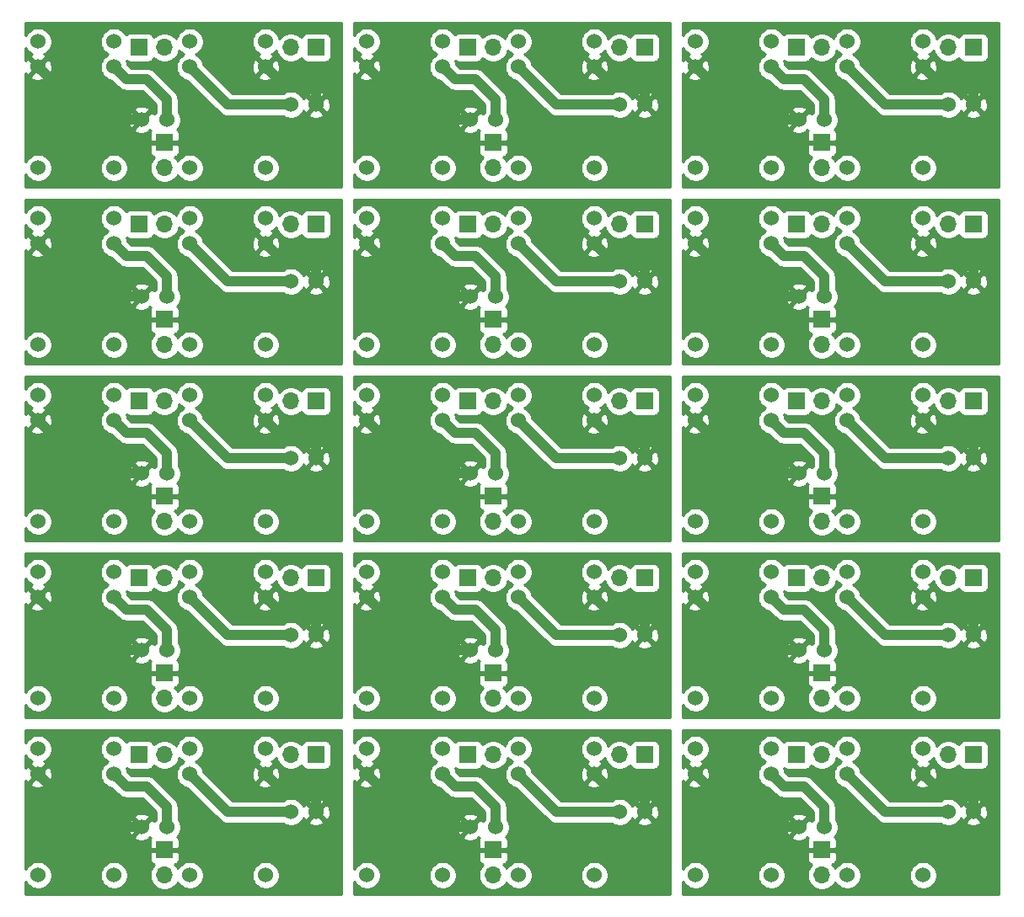
<source format=gbl>
G04 #@! TF.GenerationSoftware,KiCad,Pcbnew,(5.1.6)-1*
G04 #@! TF.CreationDate,2020-06-25T08:16:03+09:00*
G04 #@! TF.ProjectId,XOR___,584f5262-d851-42e6-9b69-6361645f7063,rev?*
G04 #@! TF.SameCoordinates,Original*
G04 #@! TF.FileFunction,Copper,L2,Bot*
G04 #@! TF.FilePolarity,Positive*
%FSLAX46Y46*%
G04 Gerber Fmt 4.6, Leading zero omitted, Abs format (unit mm)*
G04 Created by KiCad (PCBNEW (5.1.6)-1) date 2020-06-25 08:16:03*
%MOMM*%
%LPD*%
G01*
G04 APERTURE LIST*
G04 #@! TA.AperFunction,ComponentPad*
%ADD10R,1.700000X1.700000*%
G04 #@! TD*
G04 #@! TA.AperFunction,ComponentPad*
%ADD11O,1.700000X1.700000*%
G04 #@! TD*
G04 #@! TA.AperFunction,ComponentPad*
%ADD12C,1.524000*%
G04 #@! TD*
G04 #@! TA.AperFunction,Conductor*
%ADD13C,1.000000*%
G04 #@! TD*
G04 #@! TA.AperFunction,Conductor*
%ADD14C,0.254000*%
G04 #@! TD*
G04 APERTURE END LIST*
D10*
X138430000Y-107915000D03*
D11*
X135890000Y-107915000D03*
D10*
X105410000Y-107915000D03*
D11*
X102870000Y-107915000D03*
D10*
X72390000Y-107915000D03*
D11*
X69850000Y-107915000D03*
D10*
X138430000Y-90135000D03*
D11*
X135890000Y-90135000D03*
D10*
X105410000Y-90135000D03*
D11*
X102870000Y-90135000D03*
D10*
X72390000Y-90135000D03*
D11*
X69850000Y-90135000D03*
D10*
X138430000Y-72355000D03*
D11*
X135890000Y-72355000D03*
D10*
X105410000Y-72355000D03*
D11*
X102870000Y-72355000D03*
D10*
X72390000Y-72355000D03*
D11*
X69850000Y-72355000D03*
D10*
X138430000Y-54575000D03*
D11*
X135890000Y-54575000D03*
D10*
X105410000Y-54575000D03*
D11*
X102870000Y-54575000D03*
D10*
X72390000Y-54575000D03*
D11*
X69850000Y-54575000D03*
D10*
X138430000Y-36795000D03*
D11*
X135890000Y-36795000D03*
D10*
X105410000Y-36795000D03*
D11*
X102870000Y-36795000D03*
D12*
X133350000Y-120015000D03*
X125730000Y-120015000D03*
X125730000Y-109855000D03*
X133350000Y-109855000D03*
X133350000Y-107315000D03*
X125730000Y-107315000D03*
X100330000Y-120015000D03*
X92710000Y-120015000D03*
X92710000Y-109855000D03*
X100330000Y-109855000D03*
X100330000Y-107315000D03*
X92710000Y-107315000D03*
X67310000Y-120015000D03*
X59690000Y-120015000D03*
X59690000Y-109855000D03*
X67310000Y-109855000D03*
X67310000Y-107315000D03*
X59690000Y-107315000D03*
X133350000Y-102235000D03*
X125730000Y-102235000D03*
X125730000Y-92075000D03*
X133350000Y-92075000D03*
X133350000Y-89535000D03*
X125730000Y-89535000D03*
X100330000Y-102235000D03*
X92710000Y-102235000D03*
X92710000Y-92075000D03*
X100330000Y-92075000D03*
X100330000Y-89535000D03*
X92710000Y-89535000D03*
X67310000Y-102235000D03*
X59690000Y-102235000D03*
X59690000Y-92075000D03*
X67310000Y-92075000D03*
X67310000Y-89535000D03*
X59690000Y-89535000D03*
X133350000Y-84455000D03*
X125730000Y-84455000D03*
X125730000Y-74295000D03*
X133350000Y-74295000D03*
X133350000Y-71755000D03*
X125730000Y-71755000D03*
X100330000Y-84455000D03*
X92710000Y-84455000D03*
X92710000Y-74295000D03*
X100330000Y-74295000D03*
X100330000Y-71755000D03*
X92710000Y-71755000D03*
X67310000Y-84455000D03*
X59690000Y-84455000D03*
X59690000Y-74295000D03*
X67310000Y-74295000D03*
X67310000Y-71755000D03*
X59690000Y-71755000D03*
X133350000Y-66675000D03*
X125730000Y-66675000D03*
X125730000Y-56515000D03*
X133350000Y-56515000D03*
X133350000Y-53975000D03*
X125730000Y-53975000D03*
X100330000Y-66675000D03*
X92710000Y-66675000D03*
X92710000Y-56515000D03*
X100330000Y-56515000D03*
X100330000Y-53975000D03*
X92710000Y-53975000D03*
X67310000Y-66675000D03*
X59690000Y-66675000D03*
X59690000Y-56515000D03*
X67310000Y-56515000D03*
X67310000Y-53975000D03*
X59690000Y-53975000D03*
X133350000Y-48895000D03*
X125730000Y-48895000D03*
X125730000Y-38735000D03*
X133350000Y-38735000D03*
X133350000Y-36195000D03*
X125730000Y-36195000D03*
X100330000Y-48895000D03*
X92710000Y-48895000D03*
X92710000Y-38735000D03*
X100330000Y-38735000D03*
X100330000Y-36195000D03*
X92710000Y-36195000D03*
X110490000Y-107315000D03*
X118110000Y-107315000D03*
X118110000Y-109855000D03*
X110490000Y-109855000D03*
X110490000Y-120015000D03*
X118110000Y-120015000D03*
X77470000Y-107315000D03*
X85090000Y-107315000D03*
X85090000Y-109855000D03*
X77470000Y-109855000D03*
X77470000Y-120015000D03*
X85090000Y-120015000D03*
X44450000Y-107315000D03*
X52070000Y-107315000D03*
X52070000Y-109855000D03*
X44450000Y-109855000D03*
X44450000Y-120015000D03*
X52070000Y-120015000D03*
X110490000Y-89535000D03*
X118110000Y-89535000D03*
X118110000Y-92075000D03*
X110490000Y-92075000D03*
X110490000Y-102235000D03*
X118110000Y-102235000D03*
X77470000Y-89535000D03*
X85090000Y-89535000D03*
X85090000Y-92075000D03*
X77470000Y-92075000D03*
X77470000Y-102235000D03*
X85090000Y-102235000D03*
X44450000Y-89535000D03*
X52070000Y-89535000D03*
X52070000Y-92075000D03*
X44450000Y-92075000D03*
X44450000Y-102235000D03*
X52070000Y-102235000D03*
X110490000Y-71755000D03*
X118110000Y-71755000D03*
X118110000Y-74295000D03*
X110490000Y-74295000D03*
X110490000Y-84455000D03*
X118110000Y-84455000D03*
X77470000Y-71755000D03*
X85090000Y-71755000D03*
X85090000Y-74295000D03*
X77470000Y-74295000D03*
X77470000Y-84455000D03*
X85090000Y-84455000D03*
X44450000Y-71755000D03*
X52070000Y-71755000D03*
X52070000Y-74295000D03*
X44450000Y-74295000D03*
X44450000Y-84455000D03*
X52070000Y-84455000D03*
X110490000Y-53975000D03*
X118110000Y-53975000D03*
X118110000Y-56515000D03*
X110490000Y-56515000D03*
X110490000Y-66675000D03*
X118110000Y-66675000D03*
X77470000Y-53975000D03*
X85090000Y-53975000D03*
X85090000Y-56515000D03*
X77470000Y-56515000D03*
X77470000Y-66675000D03*
X85090000Y-66675000D03*
X44450000Y-53975000D03*
X52070000Y-53975000D03*
X52070000Y-56515000D03*
X44450000Y-56515000D03*
X44450000Y-66675000D03*
X52070000Y-66675000D03*
X110490000Y-36195000D03*
X118110000Y-36195000D03*
X118110000Y-38735000D03*
X110490000Y-38735000D03*
X110490000Y-48895000D03*
X118110000Y-48895000D03*
X77470000Y-36195000D03*
X85090000Y-36195000D03*
X85090000Y-38735000D03*
X77470000Y-38735000D03*
X77470000Y-48895000D03*
X85090000Y-48895000D03*
D11*
X123190000Y-120015000D03*
D10*
X123190000Y-117475000D03*
D11*
X90170000Y-120015000D03*
D10*
X90170000Y-117475000D03*
D11*
X57150000Y-120015000D03*
D10*
X57150000Y-117475000D03*
D11*
X123190000Y-102235000D03*
D10*
X123190000Y-99695000D03*
D11*
X90170000Y-102235000D03*
D10*
X90170000Y-99695000D03*
D11*
X57150000Y-102235000D03*
D10*
X57150000Y-99695000D03*
D11*
X123190000Y-84455000D03*
D10*
X123190000Y-81915000D03*
D11*
X90170000Y-84455000D03*
D10*
X90170000Y-81915000D03*
D11*
X57150000Y-84455000D03*
D10*
X57150000Y-81915000D03*
D11*
X123190000Y-66675000D03*
D10*
X123190000Y-64135000D03*
D11*
X90170000Y-66675000D03*
D10*
X90170000Y-64135000D03*
D11*
X57150000Y-66675000D03*
D10*
X57150000Y-64135000D03*
D11*
X123190000Y-48895000D03*
D10*
X123190000Y-46355000D03*
D11*
X90170000Y-48895000D03*
D10*
X90170000Y-46355000D03*
D12*
X123444000Y-115189000D03*
X120904000Y-115189000D03*
X90424000Y-115189000D03*
X87884000Y-115189000D03*
X57404000Y-115189000D03*
X54864000Y-115189000D03*
X123444000Y-97409000D03*
X120904000Y-97409000D03*
X90424000Y-97409000D03*
X87884000Y-97409000D03*
X57404000Y-97409000D03*
X54864000Y-97409000D03*
X123444000Y-79629000D03*
X120904000Y-79629000D03*
X90424000Y-79629000D03*
X87884000Y-79629000D03*
X57404000Y-79629000D03*
X54864000Y-79629000D03*
X123444000Y-61849000D03*
X120904000Y-61849000D03*
X90424000Y-61849000D03*
X87884000Y-61849000D03*
X57404000Y-61849000D03*
X54864000Y-61849000D03*
X123444000Y-44069000D03*
X120904000Y-44069000D03*
X90424000Y-44069000D03*
X87884000Y-44069000D03*
D11*
X123190000Y-107915000D03*
D10*
X120650000Y-107915000D03*
D11*
X90170000Y-107915000D03*
D10*
X87630000Y-107915000D03*
D11*
X57150000Y-107915000D03*
D10*
X54610000Y-107915000D03*
D11*
X123190000Y-90135000D03*
D10*
X120650000Y-90135000D03*
D11*
X90170000Y-90135000D03*
D10*
X87630000Y-90135000D03*
D11*
X57150000Y-90135000D03*
D10*
X54610000Y-90135000D03*
D11*
X123190000Y-72355000D03*
D10*
X120650000Y-72355000D03*
D11*
X90170000Y-72355000D03*
D10*
X87630000Y-72355000D03*
D11*
X57150000Y-72355000D03*
D10*
X54610000Y-72355000D03*
D11*
X123190000Y-54575000D03*
D10*
X120650000Y-54575000D03*
D11*
X90170000Y-54575000D03*
D10*
X87630000Y-54575000D03*
D11*
X57150000Y-54575000D03*
D10*
X54610000Y-54575000D03*
D11*
X123190000Y-36795000D03*
D10*
X120650000Y-36795000D03*
D11*
X90170000Y-36795000D03*
D10*
X87630000Y-36795000D03*
D12*
X135890000Y-113665000D03*
X138430000Y-113665000D03*
X102870000Y-113665000D03*
X105410000Y-113665000D03*
X69850000Y-113665000D03*
X72390000Y-113665000D03*
X135890000Y-95885000D03*
X138430000Y-95885000D03*
X102870000Y-95885000D03*
X105410000Y-95885000D03*
X69850000Y-95885000D03*
X72390000Y-95885000D03*
X135890000Y-78105000D03*
X138430000Y-78105000D03*
X102870000Y-78105000D03*
X105410000Y-78105000D03*
X69850000Y-78105000D03*
X72390000Y-78105000D03*
X135890000Y-60325000D03*
X138430000Y-60325000D03*
X102870000Y-60325000D03*
X105410000Y-60325000D03*
X69850000Y-60325000D03*
X72390000Y-60325000D03*
X135890000Y-42545000D03*
X138430000Y-42545000D03*
X102870000Y-42545000D03*
X105410000Y-42545000D03*
X54864000Y-44069000D03*
X57404000Y-44069000D03*
X72390000Y-42545000D03*
X69850000Y-42545000D03*
D10*
X54610000Y-36795000D03*
D11*
X57150000Y-36795000D03*
D10*
X57150000Y-46355000D03*
D11*
X57150000Y-48895000D03*
X69850000Y-36795000D03*
D10*
X72390000Y-36795000D03*
D12*
X52070000Y-48895000D03*
X44450000Y-48895000D03*
X44450000Y-38735000D03*
X52070000Y-38735000D03*
X52070000Y-36195000D03*
X44450000Y-36195000D03*
X59690000Y-36195000D03*
X67310000Y-36195000D03*
X67310000Y-38735000D03*
X59690000Y-38735000D03*
X59690000Y-48895000D03*
X67310000Y-48895000D03*
D13*
X72390000Y-42545000D02*
X72390000Y-41275000D01*
X72390000Y-41275000D02*
X70866000Y-39751000D01*
X68326000Y-39751000D02*
X67310000Y-38735000D01*
X70866000Y-39751000D02*
X68326000Y-39751000D01*
X49784000Y-44069000D02*
X44450000Y-38735000D01*
X54864000Y-44069000D02*
X49784000Y-44069000D01*
X103886000Y-39751000D02*
X101346000Y-39751000D01*
X136906000Y-39751000D02*
X134366000Y-39751000D01*
X70866000Y-57531000D02*
X68326000Y-57531000D01*
X103886000Y-57531000D02*
X101346000Y-57531000D01*
X136906000Y-57531000D02*
X134366000Y-57531000D01*
X70866000Y-75311000D02*
X68326000Y-75311000D01*
X103886000Y-75311000D02*
X101346000Y-75311000D01*
X136906000Y-75311000D02*
X134366000Y-75311000D01*
X70866000Y-93091000D02*
X68326000Y-93091000D01*
X103886000Y-93091000D02*
X101346000Y-93091000D01*
X136906000Y-93091000D02*
X134366000Y-93091000D01*
X70866000Y-110871000D02*
X68326000Y-110871000D01*
X103886000Y-110871000D02*
X101346000Y-110871000D01*
X136906000Y-110871000D02*
X134366000Y-110871000D01*
X105410000Y-42545000D02*
X105410000Y-41275000D01*
X138430000Y-42545000D02*
X138430000Y-41275000D01*
X72390000Y-60325000D02*
X72390000Y-59055000D01*
X105410000Y-60325000D02*
X105410000Y-59055000D01*
X138430000Y-60325000D02*
X138430000Y-59055000D01*
X72390000Y-78105000D02*
X72390000Y-76835000D01*
X105410000Y-78105000D02*
X105410000Y-76835000D01*
X138430000Y-78105000D02*
X138430000Y-76835000D01*
X72390000Y-95885000D02*
X72390000Y-94615000D01*
X105410000Y-95885000D02*
X105410000Y-94615000D01*
X138430000Y-95885000D02*
X138430000Y-94615000D01*
X72390000Y-113665000D02*
X72390000Y-112395000D01*
X105410000Y-113665000D02*
X105410000Y-112395000D01*
X138430000Y-113665000D02*
X138430000Y-112395000D01*
X101346000Y-39751000D02*
X100330000Y-38735000D01*
X134366000Y-39751000D02*
X133350000Y-38735000D01*
X68326000Y-57531000D02*
X67310000Y-56515000D01*
X101346000Y-57531000D02*
X100330000Y-56515000D01*
X134366000Y-57531000D02*
X133350000Y-56515000D01*
X68326000Y-75311000D02*
X67310000Y-74295000D01*
X101346000Y-75311000D02*
X100330000Y-74295000D01*
X134366000Y-75311000D02*
X133350000Y-74295000D01*
X68326000Y-93091000D02*
X67310000Y-92075000D01*
X101346000Y-93091000D02*
X100330000Y-92075000D01*
X134366000Y-93091000D02*
X133350000Y-92075000D01*
X68326000Y-110871000D02*
X67310000Y-109855000D01*
X101346000Y-110871000D02*
X100330000Y-109855000D01*
X134366000Y-110871000D02*
X133350000Y-109855000D01*
X87884000Y-44069000D02*
X82804000Y-44069000D01*
X120904000Y-44069000D02*
X115824000Y-44069000D01*
X54864000Y-61849000D02*
X49784000Y-61849000D01*
X87884000Y-61849000D02*
X82804000Y-61849000D01*
X120904000Y-61849000D02*
X115824000Y-61849000D01*
X54864000Y-79629000D02*
X49784000Y-79629000D01*
X87884000Y-79629000D02*
X82804000Y-79629000D01*
X120904000Y-79629000D02*
X115824000Y-79629000D01*
X54864000Y-97409000D02*
X49784000Y-97409000D01*
X87884000Y-97409000D02*
X82804000Y-97409000D01*
X120904000Y-97409000D02*
X115824000Y-97409000D01*
X54864000Y-115189000D02*
X49784000Y-115189000D01*
X87884000Y-115189000D02*
X82804000Y-115189000D01*
X120904000Y-115189000D02*
X115824000Y-115189000D01*
X105410000Y-41275000D02*
X103886000Y-39751000D01*
X138430000Y-41275000D02*
X136906000Y-39751000D01*
X72390000Y-59055000D02*
X70866000Y-57531000D01*
X105410000Y-59055000D02*
X103886000Y-57531000D01*
X138430000Y-59055000D02*
X136906000Y-57531000D01*
X72390000Y-76835000D02*
X70866000Y-75311000D01*
X105410000Y-76835000D02*
X103886000Y-75311000D01*
X138430000Y-76835000D02*
X136906000Y-75311000D01*
X72390000Y-94615000D02*
X70866000Y-93091000D01*
X105410000Y-94615000D02*
X103886000Y-93091000D01*
X138430000Y-94615000D02*
X136906000Y-93091000D01*
X72390000Y-112395000D02*
X70866000Y-110871000D01*
X105410000Y-112395000D02*
X103886000Y-110871000D01*
X138430000Y-112395000D02*
X136906000Y-110871000D01*
X82804000Y-44069000D02*
X77470000Y-38735000D01*
X115824000Y-44069000D02*
X110490000Y-38735000D01*
X49784000Y-61849000D02*
X44450000Y-56515000D01*
X82804000Y-61849000D02*
X77470000Y-56515000D01*
X115824000Y-61849000D02*
X110490000Y-56515000D01*
X49784000Y-79629000D02*
X44450000Y-74295000D01*
X82804000Y-79629000D02*
X77470000Y-74295000D01*
X115824000Y-79629000D02*
X110490000Y-74295000D01*
X49784000Y-97409000D02*
X44450000Y-92075000D01*
X82804000Y-97409000D02*
X77470000Y-92075000D01*
X115824000Y-97409000D02*
X110490000Y-92075000D01*
X49784000Y-115189000D02*
X44450000Y-109855000D01*
X82804000Y-115189000D02*
X77470000Y-109855000D01*
X115824000Y-115189000D02*
X110490000Y-109855000D01*
X57404000Y-44069000D02*
X57404000Y-42037000D01*
X57404000Y-42037000D02*
X55372000Y-40005000D01*
X53340000Y-40005000D02*
X52070000Y-38735000D01*
X55372000Y-40005000D02*
X53340000Y-40005000D01*
X90424000Y-44069000D02*
X90424000Y-42037000D01*
X123444000Y-44069000D02*
X123444000Y-42037000D01*
X57404000Y-61849000D02*
X57404000Y-59817000D01*
X90424000Y-61849000D02*
X90424000Y-59817000D01*
X123444000Y-61849000D02*
X123444000Y-59817000D01*
X57404000Y-79629000D02*
X57404000Y-77597000D01*
X90424000Y-79629000D02*
X90424000Y-77597000D01*
X123444000Y-79629000D02*
X123444000Y-77597000D01*
X57404000Y-97409000D02*
X57404000Y-95377000D01*
X90424000Y-97409000D02*
X90424000Y-95377000D01*
X123444000Y-97409000D02*
X123444000Y-95377000D01*
X57404000Y-115189000D02*
X57404000Y-113157000D01*
X90424000Y-115189000D02*
X90424000Y-113157000D01*
X123444000Y-115189000D02*
X123444000Y-113157000D01*
X90424000Y-42037000D02*
X88392000Y-40005000D01*
X123444000Y-42037000D02*
X121412000Y-40005000D01*
X57404000Y-59817000D02*
X55372000Y-57785000D01*
X90424000Y-59817000D02*
X88392000Y-57785000D01*
X123444000Y-59817000D02*
X121412000Y-57785000D01*
X57404000Y-77597000D02*
X55372000Y-75565000D01*
X90424000Y-77597000D02*
X88392000Y-75565000D01*
X123444000Y-77597000D02*
X121412000Y-75565000D01*
X57404000Y-95377000D02*
X55372000Y-93345000D01*
X90424000Y-95377000D02*
X88392000Y-93345000D01*
X123444000Y-95377000D02*
X121412000Y-93345000D01*
X57404000Y-113157000D02*
X55372000Y-111125000D01*
X90424000Y-113157000D02*
X88392000Y-111125000D01*
X123444000Y-113157000D02*
X121412000Y-111125000D01*
X88392000Y-40005000D02*
X86360000Y-40005000D01*
X121412000Y-40005000D02*
X119380000Y-40005000D01*
X55372000Y-57785000D02*
X53340000Y-57785000D01*
X88392000Y-57785000D02*
X86360000Y-57785000D01*
X121412000Y-57785000D02*
X119380000Y-57785000D01*
X55372000Y-75565000D02*
X53340000Y-75565000D01*
X88392000Y-75565000D02*
X86360000Y-75565000D01*
X121412000Y-75565000D02*
X119380000Y-75565000D01*
X55372000Y-93345000D02*
X53340000Y-93345000D01*
X88392000Y-93345000D02*
X86360000Y-93345000D01*
X121412000Y-93345000D02*
X119380000Y-93345000D01*
X55372000Y-111125000D02*
X53340000Y-111125000D01*
X88392000Y-111125000D02*
X86360000Y-111125000D01*
X121412000Y-111125000D02*
X119380000Y-111125000D01*
X86360000Y-40005000D02*
X85090000Y-38735000D01*
X119380000Y-40005000D02*
X118110000Y-38735000D01*
X53340000Y-57785000D02*
X52070000Y-56515000D01*
X86360000Y-57785000D02*
X85090000Y-56515000D01*
X119380000Y-57785000D02*
X118110000Y-56515000D01*
X53340000Y-75565000D02*
X52070000Y-74295000D01*
X86360000Y-75565000D02*
X85090000Y-74295000D01*
X119380000Y-75565000D02*
X118110000Y-74295000D01*
X53340000Y-93345000D02*
X52070000Y-92075000D01*
X86360000Y-93345000D02*
X85090000Y-92075000D01*
X119380000Y-93345000D02*
X118110000Y-92075000D01*
X53340000Y-111125000D02*
X52070000Y-109855000D01*
X86360000Y-111125000D02*
X85090000Y-109855000D01*
X119380000Y-111125000D02*
X118110000Y-109855000D01*
X63500000Y-42545000D02*
X59690000Y-38735000D01*
X69850000Y-42545000D02*
X63500000Y-42545000D01*
X102870000Y-42545000D02*
X96520000Y-42545000D01*
X135890000Y-42545000D02*
X129540000Y-42545000D01*
X69850000Y-60325000D02*
X63500000Y-60325000D01*
X102870000Y-60325000D02*
X96520000Y-60325000D01*
X135890000Y-60325000D02*
X129540000Y-60325000D01*
X69850000Y-78105000D02*
X63500000Y-78105000D01*
X102870000Y-78105000D02*
X96520000Y-78105000D01*
X135890000Y-78105000D02*
X129540000Y-78105000D01*
X69850000Y-95885000D02*
X63500000Y-95885000D01*
X102870000Y-95885000D02*
X96520000Y-95885000D01*
X135890000Y-95885000D02*
X129540000Y-95885000D01*
X69850000Y-113665000D02*
X63500000Y-113665000D01*
X102870000Y-113665000D02*
X96520000Y-113665000D01*
X135890000Y-113665000D02*
X129540000Y-113665000D01*
X96520000Y-42545000D02*
X92710000Y-38735000D01*
X129540000Y-42545000D02*
X125730000Y-38735000D01*
X63500000Y-60325000D02*
X59690000Y-56515000D01*
X96520000Y-60325000D02*
X92710000Y-56515000D01*
X129540000Y-60325000D02*
X125730000Y-56515000D01*
X63500000Y-78105000D02*
X59690000Y-74295000D01*
X96520000Y-78105000D02*
X92710000Y-74295000D01*
X129540000Y-78105000D02*
X125730000Y-74295000D01*
X63500000Y-95885000D02*
X59690000Y-92075000D01*
X96520000Y-95885000D02*
X92710000Y-92075000D01*
X129540000Y-95885000D02*
X125730000Y-92075000D01*
X63500000Y-113665000D02*
X59690000Y-109855000D01*
X96520000Y-113665000D02*
X92710000Y-109855000D01*
X129540000Y-113665000D02*
X125730000Y-109855000D01*
D14*
G36*
X74905001Y-50775000D02*
G01*
X43205000Y-50775000D01*
X43205000Y-49539840D01*
X43211995Y-49556727D01*
X43364880Y-49785535D01*
X43559465Y-49980120D01*
X43788273Y-50133005D01*
X44042510Y-50238314D01*
X44312408Y-50292000D01*
X44587592Y-50292000D01*
X44857490Y-50238314D01*
X45111727Y-50133005D01*
X45340535Y-49980120D01*
X45535120Y-49785535D01*
X45688005Y-49556727D01*
X45793314Y-49302490D01*
X45847000Y-49032592D01*
X45847000Y-48757408D01*
X50673000Y-48757408D01*
X50673000Y-49032592D01*
X50726686Y-49302490D01*
X50831995Y-49556727D01*
X50984880Y-49785535D01*
X51179465Y-49980120D01*
X51408273Y-50133005D01*
X51662510Y-50238314D01*
X51932408Y-50292000D01*
X52207592Y-50292000D01*
X52477490Y-50238314D01*
X52731727Y-50133005D01*
X52960535Y-49980120D01*
X53155120Y-49785535D01*
X53308005Y-49556727D01*
X53413314Y-49302490D01*
X53467000Y-49032592D01*
X53467000Y-48757408D01*
X53413314Y-48487510D01*
X53308005Y-48233273D01*
X53155120Y-48004465D01*
X52960535Y-47809880D01*
X52731727Y-47656995D01*
X52477490Y-47551686D01*
X52207592Y-47498000D01*
X51932408Y-47498000D01*
X51662510Y-47551686D01*
X51408273Y-47656995D01*
X51179465Y-47809880D01*
X50984880Y-48004465D01*
X50831995Y-48233273D01*
X50726686Y-48487510D01*
X50673000Y-48757408D01*
X45847000Y-48757408D01*
X45793314Y-48487510D01*
X45688005Y-48233273D01*
X45535120Y-48004465D01*
X45340535Y-47809880D01*
X45111727Y-47656995D01*
X44857490Y-47551686D01*
X44587592Y-47498000D01*
X44312408Y-47498000D01*
X44042510Y-47551686D01*
X43788273Y-47656995D01*
X43559465Y-47809880D01*
X43364880Y-48004465D01*
X43211995Y-48233273D01*
X43205000Y-48250160D01*
X43205000Y-47205000D01*
X55661928Y-47205000D01*
X55674188Y-47329482D01*
X55710498Y-47449180D01*
X55769463Y-47559494D01*
X55848815Y-47656185D01*
X55945506Y-47735537D01*
X56055820Y-47794502D01*
X56128380Y-47816513D01*
X55996525Y-47948368D01*
X55834010Y-48191589D01*
X55722068Y-48461842D01*
X55665000Y-48748740D01*
X55665000Y-49041260D01*
X55722068Y-49328158D01*
X55834010Y-49598411D01*
X55996525Y-49841632D01*
X56203368Y-50048475D01*
X56446589Y-50210990D01*
X56716842Y-50322932D01*
X57003740Y-50380000D01*
X57296260Y-50380000D01*
X57583158Y-50322932D01*
X57853411Y-50210990D01*
X58096632Y-50048475D01*
X58303475Y-49841632D01*
X58465990Y-49598411D01*
X58471293Y-49585608D01*
X58604880Y-49785535D01*
X58799465Y-49980120D01*
X59028273Y-50133005D01*
X59282510Y-50238314D01*
X59552408Y-50292000D01*
X59827592Y-50292000D01*
X60097490Y-50238314D01*
X60351727Y-50133005D01*
X60580535Y-49980120D01*
X60775120Y-49785535D01*
X60928005Y-49556727D01*
X61033314Y-49302490D01*
X61087000Y-49032592D01*
X61087000Y-48757408D01*
X65913000Y-48757408D01*
X65913000Y-49032592D01*
X65966686Y-49302490D01*
X66071995Y-49556727D01*
X66224880Y-49785535D01*
X66419465Y-49980120D01*
X66648273Y-50133005D01*
X66902510Y-50238314D01*
X67172408Y-50292000D01*
X67447592Y-50292000D01*
X67717490Y-50238314D01*
X67971727Y-50133005D01*
X68200535Y-49980120D01*
X68395120Y-49785535D01*
X68548005Y-49556727D01*
X68653314Y-49302490D01*
X68707000Y-49032592D01*
X68707000Y-48757408D01*
X68653314Y-48487510D01*
X68548005Y-48233273D01*
X68395120Y-48004465D01*
X68200535Y-47809880D01*
X67971727Y-47656995D01*
X67717490Y-47551686D01*
X67447592Y-47498000D01*
X67172408Y-47498000D01*
X66902510Y-47551686D01*
X66648273Y-47656995D01*
X66419465Y-47809880D01*
X66224880Y-48004465D01*
X66071995Y-48233273D01*
X65966686Y-48487510D01*
X65913000Y-48757408D01*
X61087000Y-48757408D01*
X61033314Y-48487510D01*
X60928005Y-48233273D01*
X60775120Y-48004465D01*
X60580535Y-47809880D01*
X60351727Y-47656995D01*
X60097490Y-47551686D01*
X59827592Y-47498000D01*
X59552408Y-47498000D01*
X59282510Y-47551686D01*
X59028273Y-47656995D01*
X58799465Y-47809880D01*
X58604880Y-48004465D01*
X58471293Y-48204392D01*
X58465990Y-48191589D01*
X58303475Y-47948368D01*
X58171620Y-47816513D01*
X58244180Y-47794502D01*
X58354494Y-47735537D01*
X58451185Y-47656185D01*
X58530537Y-47559494D01*
X58589502Y-47449180D01*
X58625812Y-47329482D01*
X58638072Y-47205000D01*
X58635000Y-46640750D01*
X58476250Y-46482000D01*
X57277000Y-46482000D01*
X57277000Y-46502000D01*
X57023000Y-46502000D01*
X57023000Y-46482000D01*
X55823750Y-46482000D01*
X55665000Y-46640750D01*
X55661928Y-47205000D01*
X43205000Y-47205000D01*
X43205000Y-44141017D01*
X53462090Y-44141017D01*
X53503078Y-44413133D01*
X53596364Y-44672023D01*
X53658344Y-44787980D01*
X53898435Y-44854960D01*
X54684395Y-44069000D01*
X53898435Y-43283040D01*
X53658344Y-43350020D01*
X53541244Y-43599048D01*
X53474977Y-43866135D01*
X53462090Y-44141017D01*
X43205000Y-44141017D01*
X43205000Y-43103435D01*
X54078040Y-43103435D01*
X54864000Y-43889395D01*
X55649960Y-43103435D01*
X55582980Y-42863344D01*
X55333952Y-42746244D01*
X55066865Y-42679977D01*
X54791983Y-42667090D01*
X54519867Y-42708078D01*
X54260977Y-42801364D01*
X54145020Y-42863344D01*
X54078040Y-43103435D01*
X43205000Y-43103435D01*
X43205000Y-39700565D01*
X43664040Y-39700565D01*
X43731020Y-39940656D01*
X43980048Y-40057756D01*
X44247135Y-40124023D01*
X44522017Y-40136910D01*
X44794133Y-40095922D01*
X45053023Y-40002636D01*
X45168980Y-39940656D01*
X45235960Y-39700565D01*
X44450000Y-38914605D01*
X43664040Y-39700565D01*
X43205000Y-39700565D01*
X43205000Y-39380372D01*
X43244344Y-39453980D01*
X43484435Y-39520960D01*
X44270395Y-38735000D01*
X44629605Y-38735000D01*
X45415565Y-39520960D01*
X45655656Y-39453980D01*
X45772756Y-39204952D01*
X45839023Y-38937865D01*
X45851910Y-38662983D01*
X45810922Y-38390867D01*
X45717636Y-38131977D01*
X45655656Y-38016020D01*
X45415565Y-37949040D01*
X44629605Y-38735000D01*
X44270395Y-38735000D01*
X43484435Y-37949040D01*
X43244344Y-38016020D01*
X43205000Y-38099690D01*
X43205000Y-36839840D01*
X43211995Y-36856727D01*
X43364880Y-37085535D01*
X43559465Y-37280120D01*
X43788273Y-37433005D01*
X43859943Y-37462692D01*
X43846977Y-37467364D01*
X43731020Y-37529344D01*
X43664040Y-37769435D01*
X44450000Y-38555395D01*
X45235960Y-37769435D01*
X45168980Y-37529344D01*
X45033240Y-37465515D01*
X45111727Y-37433005D01*
X45340535Y-37280120D01*
X45535120Y-37085535D01*
X45688005Y-36856727D01*
X45793314Y-36602490D01*
X45847000Y-36332592D01*
X45847000Y-36057408D01*
X50673000Y-36057408D01*
X50673000Y-36332592D01*
X50726686Y-36602490D01*
X50831995Y-36856727D01*
X50984880Y-37085535D01*
X51179465Y-37280120D01*
X51408273Y-37433005D01*
X51485515Y-37465000D01*
X51408273Y-37496995D01*
X51179465Y-37649880D01*
X50984880Y-37844465D01*
X50831995Y-38073273D01*
X50726686Y-38327510D01*
X50673000Y-38597408D01*
X50673000Y-38872592D01*
X50726686Y-39142490D01*
X50831995Y-39396727D01*
X50984880Y-39625535D01*
X51179465Y-39820120D01*
X51408273Y-39973005D01*
X51662510Y-40078314D01*
X51844353Y-40114485D01*
X52498008Y-40768140D01*
X52533551Y-40811449D01*
X52706377Y-40953284D01*
X52903553Y-41058676D01*
X53067705Y-41108471D01*
X53117500Y-41123577D01*
X53138493Y-41125644D01*
X53284248Y-41140000D01*
X53284255Y-41140000D01*
X53339999Y-41145490D01*
X53395743Y-41140000D01*
X54901869Y-41140000D01*
X56269001Y-42507133D01*
X56269000Y-43253115D01*
X56165995Y-43407273D01*
X56136308Y-43478943D01*
X56131636Y-43465977D01*
X56069656Y-43350020D01*
X55829565Y-43283040D01*
X55043605Y-44069000D01*
X55057748Y-44083143D01*
X54878143Y-44262748D01*
X54864000Y-44248605D01*
X54078040Y-45034565D01*
X54145020Y-45274656D01*
X54394048Y-45391756D01*
X54661135Y-45458023D01*
X54936017Y-45470910D01*
X55208133Y-45429922D01*
X55467023Y-45336636D01*
X55582980Y-45274656D01*
X55649959Y-45034567D01*
X55766369Y-45150977D01*
X55781467Y-45135879D01*
X55769463Y-45150506D01*
X55710498Y-45260820D01*
X55674188Y-45380518D01*
X55661928Y-45505000D01*
X55665000Y-46069250D01*
X55823750Y-46228000D01*
X57023000Y-46228000D01*
X57023000Y-46208000D01*
X57277000Y-46208000D01*
X57277000Y-46228000D01*
X58476250Y-46228000D01*
X58635000Y-46069250D01*
X58638072Y-45505000D01*
X58625812Y-45380518D01*
X58589502Y-45260820D01*
X58530537Y-45150506D01*
X58451185Y-45053815D01*
X58420238Y-45028417D01*
X58489120Y-44959535D01*
X58642005Y-44730727D01*
X58747314Y-44476490D01*
X58801000Y-44206592D01*
X58801000Y-43931408D01*
X58747314Y-43661510D01*
X58642005Y-43407273D01*
X58539000Y-43253116D01*
X58539000Y-42092751D01*
X58544491Y-42037000D01*
X58522577Y-41814501D01*
X58457676Y-41600553D01*
X58382485Y-41459880D01*
X58352284Y-41403377D01*
X58210449Y-41230551D01*
X58167141Y-41195009D01*
X56213996Y-39241865D01*
X56178449Y-39198551D01*
X56005623Y-39056716D01*
X55808447Y-38951324D01*
X55594499Y-38886423D01*
X55427752Y-38870000D01*
X55427751Y-38870000D01*
X55372000Y-38864509D01*
X55316249Y-38870000D01*
X53810132Y-38870000D01*
X53449485Y-38509353D01*
X53413314Y-38327510D01*
X53321966Y-38106978D01*
X53405506Y-38175537D01*
X53515820Y-38234502D01*
X53635518Y-38270812D01*
X53760000Y-38283072D01*
X55460000Y-38283072D01*
X55584482Y-38270812D01*
X55704180Y-38234502D01*
X55814494Y-38175537D01*
X55911185Y-38096185D01*
X55990537Y-37999494D01*
X56049502Y-37889180D01*
X56071513Y-37816620D01*
X56203368Y-37948475D01*
X56446589Y-38110990D01*
X56716842Y-38222932D01*
X57003740Y-38280000D01*
X57296260Y-38280000D01*
X57583158Y-38222932D01*
X57853411Y-38110990D01*
X58096632Y-37948475D01*
X58303475Y-37741632D01*
X58465990Y-37498411D01*
X58577932Y-37228158D01*
X58606066Y-37086721D01*
X58799465Y-37280120D01*
X59028273Y-37433005D01*
X59105515Y-37465000D01*
X59028273Y-37496995D01*
X58799465Y-37649880D01*
X58604880Y-37844465D01*
X58451995Y-38073273D01*
X58346686Y-38327510D01*
X58293000Y-38597408D01*
X58293000Y-38872592D01*
X58346686Y-39142490D01*
X58451995Y-39396727D01*
X58604880Y-39625535D01*
X58799465Y-39820120D01*
X59028273Y-39973005D01*
X59282510Y-40078314D01*
X59464354Y-40114485D01*
X62658013Y-43308146D01*
X62693551Y-43351449D01*
X62736854Y-43386987D01*
X62736856Y-43386989D01*
X62866377Y-43493284D01*
X63063553Y-43598676D01*
X63277501Y-43663577D01*
X63500000Y-43685491D01*
X63555752Y-43680000D01*
X69034116Y-43680000D01*
X69188273Y-43783005D01*
X69442510Y-43888314D01*
X69712408Y-43942000D01*
X69987592Y-43942000D01*
X70257490Y-43888314D01*
X70511727Y-43783005D01*
X70740535Y-43630120D01*
X70860090Y-43510565D01*
X71604040Y-43510565D01*
X71671020Y-43750656D01*
X71920048Y-43867756D01*
X72187135Y-43934023D01*
X72462017Y-43946910D01*
X72734133Y-43905922D01*
X72993023Y-43812636D01*
X73108980Y-43750656D01*
X73175960Y-43510565D01*
X72390000Y-42724605D01*
X71604040Y-43510565D01*
X70860090Y-43510565D01*
X70935120Y-43435535D01*
X71088005Y-43206727D01*
X71117692Y-43135057D01*
X71122364Y-43148023D01*
X71184344Y-43263980D01*
X71424435Y-43330960D01*
X72210395Y-42545000D01*
X72569605Y-42545000D01*
X73355565Y-43330960D01*
X73595656Y-43263980D01*
X73712756Y-43014952D01*
X73779023Y-42747865D01*
X73791910Y-42472983D01*
X73750922Y-42200867D01*
X73657636Y-41941977D01*
X73595656Y-41826020D01*
X73355565Y-41759040D01*
X72569605Y-42545000D01*
X72210395Y-42545000D01*
X71424435Y-41759040D01*
X71184344Y-41826020D01*
X71120515Y-41961760D01*
X71088005Y-41883273D01*
X70935120Y-41654465D01*
X70860090Y-41579435D01*
X71604040Y-41579435D01*
X72390000Y-42365395D01*
X73175960Y-41579435D01*
X73108980Y-41339344D01*
X72859952Y-41222244D01*
X72592865Y-41155977D01*
X72317983Y-41143090D01*
X72045867Y-41184078D01*
X71786977Y-41277364D01*
X71671020Y-41339344D01*
X71604040Y-41579435D01*
X70860090Y-41579435D01*
X70740535Y-41459880D01*
X70511727Y-41306995D01*
X70257490Y-41201686D01*
X69987592Y-41148000D01*
X69712408Y-41148000D01*
X69442510Y-41201686D01*
X69188273Y-41306995D01*
X69034116Y-41410000D01*
X63970133Y-41410000D01*
X62260698Y-39700565D01*
X66524040Y-39700565D01*
X66591020Y-39940656D01*
X66840048Y-40057756D01*
X67107135Y-40124023D01*
X67382017Y-40136910D01*
X67654133Y-40095922D01*
X67913023Y-40002636D01*
X68028980Y-39940656D01*
X68095960Y-39700565D01*
X67310000Y-38914605D01*
X66524040Y-39700565D01*
X62260698Y-39700565D01*
X61367149Y-38807017D01*
X65908090Y-38807017D01*
X65949078Y-39079133D01*
X66042364Y-39338023D01*
X66104344Y-39453980D01*
X66344435Y-39520960D01*
X67130395Y-38735000D01*
X67489605Y-38735000D01*
X68275565Y-39520960D01*
X68515656Y-39453980D01*
X68632756Y-39204952D01*
X68699023Y-38937865D01*
X68711910Y-38662983D01*
X68670922Y-38390867D01*
X68577636Y-38131977D01*
X68515656Y-38016020D01*
X68275565Y-37949040D01*
X67489605Y-38735000D01*
X67130395Y-38735000D01*
X66344435Y-37949040D01*
X66104344Y-38016020D01*
X65987244Y-38265048D01*
X65920977Y-38532135D01*
X65908090Y-38807017D01*
X61367149Y-38807017D01*
X61069485Y-38509354D01*
X61033314Y-38327510D01*
X60928005Y-38073273D01*
X60775120Y-37844465D01*
X60580535Y-37649880D01*
X60351727Y-37496995D01*
X60274485Y-37465000D01*
X60351727Y-37433005D01*
X60580535Y-37280120D01*
X60775120Y-37085535D01*
X60928005Y-36856727D01*
X61033314Y-36602490D01*
X61087000Y-36332592D01*
X61087000Y-36057408D01*
X65913000Y-36057408D01*
X65913000Y-36332592D01*
X65966686Y-36602490D01*
X66071995Y-36856727D01*
X66224880Y-37085535D01*
X66419465Y-37280120D01*
X66648273Y-37433005D01*
X66719943Y-37462692D01*
X66706977Y-37467364D01*
X66591020Y-37529344D01*
X66524040Y-37769435D01*
X67310000Y-38555395D01*
X68095960Y-37769435D01*
X68028980Y-37529344D01*
X67893240Y-37465515D01*
X67971727Y-37433005D01*
X68200535Y-37280120D01*
X68393934Y-37086721D01*
X68422068Y-37228158D01*
X68534010Y-37498411D01*
X68696525Y-37741632D01*
X68903368Y-37948475D01*
X69146589Y-38110990D01*
X69416842Y-38222932D01*
X69703740Y-38280000D01*
X69996260Y-38280000D01*
X70283158Y-38222932D01*
X70553411Y-38110990D01*
X70796632Y-37948475D01*
X70928487Y-37816620D01*
X70950498Y-37889180D01*
X71009463Y-37999494D01*
X71088815Y-38096185D01*
X71185506Y-38175537D01*
X71295820Y-38234502D01*
X71415518Y-38270812D01*
X71540000Y-38283072D01*
X73240000Y-38283072D01*
X73364482Y-38270812D01*
X73484180Y-38234502D01*
X73594494Y-38175537D01*
X73691185Y-38096185D01*
X73770537Y-37999494D01*
X73829502Y-37889180D01*
X73865812Y-37769482D01*
X73878072Y-37645000D01*
X73878072Y-35945000D01*
X73865812Y-35820518D01*
X73829502Y-35700820D01*
X73770537Y-35590506D01*
X73691185Y-35493815D01*
X73594494Y-35414463D01*
X73484180Y-35355498D01*
X73364482Y-35319188D01*
X73240000Y-35306928D01*
X71540000Y-35306928D01*
X71415518Y-35319188D01*
X71295820Y-35355498D01*
X71185506Y-35414463D01*
X71088815Y-35493815D01*
X71009463Y-35590506D01*
X70950498Y-35700820D01*
X70928487Y-35773380D01*
X70796632Y-35641525D01*
X70553411Y-35479010D01*
X70283158Y-35367068D01*
X69996260Y-35310000D01*
X69703740Y-35310000D01*
X69416842Y-35367068D01*
X69146589Y-35479010D01*
X68903368Y-35641525D01*
X68696525Y-35848368D01*
X68672555Y-35884242D01*
X68653314Y-35787510D01*
X68548005Y-35533273D01*
X68395120Y-35304465D01*
X68200535Y-35109880D01*
X67971727Y-34956995D01*
X67717490Y-34851686D01*
X67447592Y-34798000D01*
X67172408Y-34798000D01*
X66902510Y-34851686D01*
X66648273Y-34956995D01*
X66419465Y-35109880D01*
X66224880Y-35304465D01*
X66071995Y-35533273D01*
X65966686Y-35787510D01*
X65913000Y-36057408D01*
X61087000Y-36057408D01*
X61033314Y-35787510D01*
X60928005Y-35533273D01*
X60775120Y-35304465D01*
X60580535Y-35109880D01*
X60351727Y-34956995D01*
X60097490Y-34851686D01*
X59827592Y-34798000D01*
X59552408Y-34798000D01*
X59282510Y-34851686D01*
X59028273Y-34956995D01*
X58799465Y-35109880D01*
X58604880Y-35304465D01*
X58451995Y-35533273D01*
X58346686Y-35787510D01*
X58327445Y-35884242D01*
X58303475Y-35848368D01*
X58096632Y-35641525D01*
X57853411Y-35479010D01*
X57583158Y-35367068D01*
X57296260Y-35310000D01*
X57003740Y-35310000D01*
X56716842Y-35367068D01*
X56446589Y-35479010D01*
X56203368Y-35641525D01*
X56071513Y-35773380D01*
X56049502Y-35700820D01*
X55990537Y-35590506D01*
X55911185Y-35493815D01*
X55814494Y-35414463D01*
X55704180Y-35355498D01*
X55584482Y-35319188D01*
X55460000Y-35306928D01*
X53760000Y-35306928D01*
X53635518Y-35319188D01*
X53515820Y-35355498D01*
X53405506Y-35414463D01*
X53308815Y-35493815D01*
X53293836Y-35512067D01*
X53155120Y-35304465D01*
X52960535Y-35109880D01*
X52731727Y-34956995D01*
X52477490Y-34851686D01*
X52207592Y-34798000D01*
X51932408Y-34798000D01*
X51662510Y-34851686D01*
X51408273Y-34956995D01*
X51179465Y-35109880D01*
X50984880Y-35304465D01*
X50831995Y-35533273D01*
X50726686Y-35787510D01*
X50673000Y-36057408D01*
X45847000Y-36057408D01*
X45793314Y-35787510D01*
X45688005Y-35533273D01*
X45535120Y-35304465D01*
X45340535Y-35109880D01*
X45111727Y-34956995D01*
X44857490Y-34851686D01*
X44587592Y-34798000D01*
X44312408Y-34798000D01*
X44042510Y-34851686D01*
X43788273Y-34956995D01*
X43559465Y-35109880D01*
X43364880Y-35304465D01*
X43211995Y-35533273D01*
X43205000Y-35550160D01*
X43205000Y-34315000D01*
X74905000Y-34315000D01*
X74905001Y-50775000D01*
G37*
X74905001Y-50775000D02*
X43205000Y-50775000D01*
X43205000Y-49539840D01*
X43211995Y-49556727D01*
X43364880Y-49785535D01*
X43559465Y-49980120D01*
X43788273Y-50133005D01*
X44042510Y-50238314D01*
X44312408Y-50292000D01*
X44587592Y-50292000D01*
X44857490Y-50238314D01*
X45111727Y-50133005D01*
X45340535Y-49980120D01*
X45535120Y-49785535D01*
X45688005Y-49556727D01*
X45793314Y-49302490D01*
X45847000Y-49032592D01*
X45847000Y-48757408D01*
X50673000Y-48757408D01*
X50673000Y-49032592D01*
X50726686Y-49302490D01*
X50831995Y-49556727D01*
X50984880Y-49785535D01*
X51179465Y-49980120D01*
X51408273Y-50133005D01*
X51662510Y-50238314D01*
X51932408Y-50292000D01*
X52207592Y-50292000D01*
X52477490Y-50238314D01*
X52731727Y-50133005D01*
X52960535Y-49980120D01*
X53155120Y-49785535D01*
X53308005Y-49556727D01*
X53413314Y-49302490D01*
X53467000Y-49032592D01*
X53467000Y-48757408D01*
X53413314Y-48487510D01*
X53308005Y-48233273D01*
X53155120Y-48004465D01*
X52960535Y-47809880D01*
X52731727Y-47656995D01*
X52477490Y-47551686D01*
X52207592Y-47498000D01*
X51932408Y-47498000D01*
X51662510Y-47551686D01*
X51408273Y-47656995D01*
X51179465Y-47809880D01*
X50984880Y-48004465D01*
X50831995Y-48233273D01*
X50726686Y-48487510D01*
X50673000Y-48757408D01*
X45847000Y-48757408D01*
X45793314Y-48487510D01*
X45688005Y-48233273D01*
X45535120Y-48004465D01*
X45340535Y-47809880D01*
X45111727Y-47656995D01*
X44857490Y-47551686D01*
X44587592Y-47498000D01*
X44312408Y-47498000D01*
X44042510Y-47551686D01*
X43788273Y-47656995D01*
X43559465Y-47809880D01*
X43364880Y-48004465D01*
X43211995Y-48233273D01*
X43205000Y-48250160D01*
X43205000Y-47205000D01*
X55661928Y-47205000D01*
X55674188Y-47329482D01*
X55710498Y-47449180D01*
X55769463Y-47559494D01*
X55848815Y-47656185D01*
X55945506Y-47735537D01*
X56055820Y-47794502D01*
X56128380Y-47816513D01*
X55996525Y-47948368D01*
X55834010Y-48191589D01*
X55722068Y-48461842D01*
X55665000Y-48748740D01*
X55665000Y-49041260D01*
X55722068Y-49328158D01*
X55834010Y-49598411D01*
X55996525Y-49841632D01*
X56203368Y-50048475D01*
X56446589Y-50210990D01*
X56716842Y-50322932D01*
X57003740Y-50380000D01*
X57296260Y-50380000D01*
X57583158Y-50322932D01*
X57853411Y-50210990D01*
X58096632Y-50048475D01*
X58303475Y-49841632D01*
X58465990Y-49598411D01*
X58471293Y-49585608D01*
X58604880Y-49785535D01*
X58799465Y-49980120D01*
X59028273Y-50133005D01*
X59282510Y-50238314D01*
X59552408Y-50292000D01*
X59827592Y-50292000D01*
X60097490Y-50238314D01*
X60351727Y-50133005D01*
X60580535Y-49980120D01*
X60775120Y-49785535D01*
X60928005Y-49556727D01*
X61033314Y-49302490D01*
X61087000Y-49032592D01*
X61087000Y-48757408D01*
X65913000Y-48757408D01*
X65913000Y-49032592D01*
X65966686Y-49302490D01*
X66071995Y-49556727D01*
X66224880Y-49785535D01*
X66419465Y-49980120D01*
X66648273Y-50133005D01*
X66902510Y-50238314D01*
X67172408Y-50292000D01*
X67447592Y-50292000D01*
X67717490Y-50238314D01*
X67971727Y-50133005D01*
X68200535Y-49980120D01*
X68395120Y-49785535D01*
X68548005Y-49556727D01*
X68653314Y-49302490D01*
X68707000Y-49032592D01*
X68707000Y-48757408D01*
X68653314Y-48487510D01*
X68548005Y-48233273D01*
X68395120Y-48004465D01*
X68200535Y-47809880D01*
X67971727Y-47656995D01*
X67717490Y-47551686D01*
X67447592Y-47498000D01*
X67172408Y-47498000D01*
X66902510Y-47551686D01*
X66648273Y-47656995D01*
X66419465Y-47809880D01*
X66224880Y-48004465D01*
X66071995Y-48233273D01*
X65966686Y-48487510D01*
X65913000Y-48757408D01*
X61087000Y-48757408D01*
X61033314Y-48487510D01*
X60928005Y-48233273D01*
X60775120Y-48004465D01*
X60580535Y-47809880D01*
X60351727Y-47656995D01*
X60097490Y-47551686D01*
X59827592Y-47498000D01*
X59552408Y-47498000D01*
X59282510Y-47551686D01*
X59028273Y-47656995D01*
X58799465Y-47809880D01*
X58604880Y-48004465D01*
X58471293Y-48204392D01*
X58465990Y-48191589D01*
X58303475Y-47948368D01*
X58171620Y-47816513D01*
X58244180Y-47794502D01*
X58354494Y-47735537D01*
X58451185Y-47656185D01*
X58530537Y-47559494D01*
X58589502Y-47449180D01*
X58625812Y-47329482D01*
X58638072Y-47205000D01*
X58635000Y-46640750D01*
X58476250Y-46482000D01*
X57277000Y-46482000D01*
X57277000Y-46502000D01*
X57023000Y-46502000D01*
X57023000Y-46482000D01*
X55823750Y-46482000D01*
X55665000Y-46640750D01*
X55661928Y-47205000D01*
X43205000Y-47205000D01*
X43205000Y-44141017D01*
X53462090Y-44141017D01*
X53503078Y-44413133D01*
X53596364Y-44672023D01*
X53658344Y-44787980D01*
X53898435Y-44854960D01*
X54684395Y-44069000D01*
X53898435Y-43283040D01*
X53658344Y-43350020D01*
X53541244Y-43599048D01*
X53474977Y-43866135D01*
X53462090Y-44141017D01*
X43205000Y-44141017D01*
X43205000Y-43103435D01*
X54078040Y-43103435D01*
X54864000Y-43889395D01*
X55649960Y-43103435D01*
X55582980Y-42863344D01*
X55333952Y-42746244D01*
X55066865Y-42679977D01*
X54791983Y-42667090D01*
X54519867Y-42708078D01*
X54260977Y-42801364D01*
X54145020Y-42863344D01*
X54078040Y-43103435D01*
X43205000Y-43103435D01*
X43205000Y-39700565D01*
X43664040Y-39700565D01*
X43731020Y-39940656D01*
X43980048Y-40057756D01*
X44247135Y-40124023D01*
X44522017Y-40136910D01*
X44794133Y-40095922D01*
X45053023Y-40002636D01*
X45168980Y-39940656D01*
X45235960Y-39700565D01*
X44450000Y-38914605D01*
X43664040Y-39700565D01*
X43205000Y-39700565D01*
X43205000Y-39380372D01*
X43244344Y-39453980D01*
X43484435Y-39520960D01*
X44270395Y-38735000D01*
X44629605Y-38735000D01*
X45415565Y-39520960D01*
X45655656Y-39453980D01*
X45772756Y-39204952D01*
X45839023Y-38937865D01*
X45851910Y-38662983D01*
X45810922Y-38390867D01*
X45717636Y-38131977D01*
X45655656Y-38016020D01*
X45415565Y-37949040D01*
X44629605Y-38735000D01*
X44270395Y-38735000D01*
X43484435Y-37949040D01*
X43244344Y-38016020D01*
X43205000Y-38099690D01*
X43205000Y-36839840D01*
X43211995Y-36856727D01*
X43364880Y-37085535D01*
X43559465Y-37280120D01*
X43788273Y-37433005D01*
X43859943Y-37462692D01*
X43846977Y-37467364D01*
X43731020Y-37529344D01*
X43664040Y-37769435D01*
X44450000Y-38555395D01*
X45235960Y-37769435D01*
X45168980Y-37529344D01*
X45033240Y-37465515D01*
X45111727Y-37433005D01*
X45340535Y-37280120D01*
X45535120Y-37085535D01*
X45688005Y-36856727D01*
X45793314Y-36602490D01*
X45847000Y-36332592D01*
X45847000Y-36057408D01*
X50673000Y-36057408D01*
X50673000Y-36332592D01*
X50726686Y-36602490D01*
X50831995Y-36856727D01*
X50984880Y-37085535D01*
X51179465Y-37280120D01*
X51408273Y-37433005D01*
X51485515Y-37465000D01*
X51408273Y-37496995D01*
X51179465Y-37649880D01*
X50984880Y-37844465D01*
X50831995Y-38073273D01*
X50726686Y-38327510D01*
X50673000Y-38597408D01*
X50673000Y-38872592D01*
X50726686Y-39142490D01*
X50831995Y-39396727D01*
X50984880Y-39625535D01*
X51179465Y-39820120D01*
X51408273Y-39973005D01*
X51662510Y-40078314D01*
X51844353Y-40114485D01*
X52498008Y-40768140D01*
X52533551Y-40811449D01*
X52706377Y-40953284D01*
X52903553Y-41058676D01*
X53067705Y-41108471D01*
X53117500Y-41123577D01*
X53138493Y-41125644D01*
X53284248Y-41140000D01*
X53284255Y-41140000D01*
X53339999Y-41145490D01*
X53395743Y-41140000D01*
X54901869Y-41140000D01*
X56269001Y-42507133D01*
X56269000Y-43253115D01*
X56165995Y-43407273D01*
X56136308Y-43478943D01*
X56131636Y-43465977D01*
X56069656Y-43350020D01*
X55829565Y-43283040D01*
X55043605Y-44069000D01*
X55057748Y-44083143D01*
X54878143Y-44262748D01*
X54864000Y-44248605D01*
X54078040Y-45034565D01*
X54145020Y-45274656D01*
X54394048Y-45391756D01*
X54661135Y-45458023D01*
X54936017Y-45470910D01*
X55208133Y-45429922D01*
X55467023Y-45336636D01*
X55582980Y-45274656D01*
X55649959Y-45034567D01*
X55766369Y-45150977D01*
X55781467Y-45135879D01*
X55769463Y-45150506D01*
X55710498Y-45260820D01*
X55674188Y-45380518D01*
X55661928Y-45505000D01*
X55665000Y-46069250D01*
X55823750Y-46228000D01*
X57023000Y-46228000D01*
X57023000Y-46208000D01*
X57277000Y-46208000D01*
X57277000Y-46228000D01*
X58476250Y-46228000D01*
X58635000Y-46069250D01*
X58638072Y-45505000D01*
X58625812Y-45380518D01*
X58589502Y-45260820D01*
X58530537Y-45150506D01*
X58451185Y-45053815D01*
X58420238Y-45028417D01*
X58489120Y-44959535D01*
X58642005Y-44730727D01*
X58747314Y-44476490D01*
X58801000Y-44206592D01*
X58801000Y-43931408D01*
X58747314Y-43661510D01*
X58642005Y-43407273D01*
X58539000Y-43253116D01*
X58539000Y-42092751D01*
X58544491Y-42037000D01*
X58522577Y-41814501D01*
X58457676Y-41600553D01*
X58382485Y-41459880D01*
X58352284Y-41403377D01*
X58210449Y-41230551D01*
X58167141Y-41195009D01*
X56213996Y-39241865D01*
X56178449Y-39198551D01*
X56005623Y-39056716D01*
X55808447Y-38951324D01*
X55594499Y-38886423D01*
X55427752Y-38870000D01*
X55427751Y-38870000D01*
X55372000Y-38864509D01*
X55316249Y-38870000D01*
X53810132Y-38870000D01*
X53449485Y-38509353D01*
X53413314Y-38327510D01*
X53321966Y-38106978D01*
X53405506Y-38175537D01*
X53515820Y-38234502D01*
X53635518Y-38270812D01*
X53760000Y-38283072D01*
X55460000Y-38283072D01*
X55584482Y-38270812D01*
X55704180Y-38234502D01*
X55814494Y-38175537D01*
X55911185Y-38096185D01*
X55990537Y-37999494D01*
X56049502Y-37889180D01*
X56071513Y-37816620D01*
X56203368Y-37948475D01*
X56446589Y-38110990D01*
X56716842Y-38222932D01*
X57003740Y-38280000D01*
X57296260Y-38280000D01*
X57583158Y-38222932D01*
X57853411Y-38110990D01*
X58096632Y-37948475D01*
X58303475Y-37741632D01*
X58465990Y-37498411D01*
X58577932Y-37228158D01*
X58606066Y-37086721D01*
X58799465Y-37280120D01*
X59028273Y-37433005D01*
X59105515Y-37465000D01*
X59028273Y-37496995D01*
X58799465Y-37649880D01*
X58604880Y-37844465D01*
X58451995Y-38073273D01*
X58346686Y-38327510D01*
X58293000Y-38597408D01*
X58293000Y-38872592D01*
X58346686Y-39142490D01*
X58451995Y-39396727D01*
X58604880Y-39625535D01*
X58799465Y-39820120D01*
X59028273Y-39973005D01*
X59282510Y-40078314D01*
X59464354Y-40114485D01*
X62658013Y-43308146D01*
X62693551Y-43351449D01*
X62736854Y-43386987D01*
X62736856Y-43386989D01*
X62866377Y-43493284D01*
X63063553Y-43598676D01*
X63277501Y-43663577D01*
X63500000Y-43685491D01*
X63555752Y-43680000D01*
X69034116Y-43680000D01*
X69188273Y-43783005D01*
X69442510Y-43888314D01*
X69712408Y-43942000D01*
X69987592Y-43942000D01*
X70257490Y-43888314D01*
X70511727Y-43783005D01*
X70740535Y-43630120D01*
X70860090Y-43510565D01*
X71604040Y-43510565D01*
X71671020Y-43750656D01*
X71920048Y-43867756D01*
X72187135Y-43934023D01*
X72462017Y-43946910D01*
X72734133Y-43905922D01*
X72993023Y-43812636D01*
X73108980Y-43750656D01*
X73175960Y-43510565D01*
X72390000Y-42724605D01*
X71604040Y-43510565D01*
X70860090Y-43510565D01*
X70935120Y-43435535D01*
X71088005Y-43206727D01*
X71117692Y-43135057D01*
X71122364Y-43148023D01*
X71184344Y-43263980D01*
X71424435Y-43330960D01*
X72210395Y-42545000D01*
X72569605Y-42545000D01*
X73355565Y-43330960D01*
X73595656Y-43263980D01*
X73712756Y-43014952D01*
X73779023Y-42747865D01*
X73791910Y-42472983D01*
X73750922Y-42200867D01*
X73657636Y-41941977D01*
X73595656Y-41826020D01*
X73355565Y-41759040D01*
X72569605Y-42545000D01*
X72210395Y-42545000D01*
X71424435Y-41759040D01*
X71184344Y-41826020D01*
X71120515Y-41961760D01*
X71088005Y-41883273D01*
X70935120Y-41654465D01*
X70860090Y-41579435D01*
X71604040Y-41579435D01*
X72390000Y-42365395D01*
X73175960Y-41579435D01*
X73108980Y-41339344D01*
X72859952Y-41222244D01*
X72592865Y-41155977D01*
X72317983Y-41143090D01*
X72045867Y-41184078D01*
X71786977Y-41277364D01*
X71671020Y-41339344D01*
X71604040Y-41579435D01*
X70860090Y-41579435D01*
X70740535Y-41459880D01*
X70511727Y-41306995D01*
X70257490Y-41201686D01*
X69987592Y-41148000D01*
X69712408Y-41148000D01*
X69442510Y-41201686D01*
X69188273Y-41306995D01*
X69034116Y-41410000D01*
X63970133Y-41410000D01*
X62260698Y-39700565D01*
X66524040Y-39700565D01*
X66591020Y-39940656D01*
X66840048Y-40057756D01*
X67107135Y-40124023D01*
X67382017Y-40136910D01*
X67654133Y-40095922D01*
X67913023Y-40002636D01*
X68028980Y-39940656D01*
X68095960Y-39700565D01*
X67310000Y-38914605D01*
X66524040Y-39700565D01*
X62260698Y-39700565D01*
X61367149Y-38807017D01*
X65908090Y-38807017D01*
X65949078Y-39079133D01*
X66042364Y-39338023D01*
X66104344Y-39453980D01*
X66344435Y-39520960D01*
X67130395Y-38735000D01*
X67489605Y-38735000D01*
X68275565Y-39520960D01*
X68515656Y-39453980D01*
X68632756Y-39204952D01*
X68699023Y-38937865D01*
X68711910Y-38662983D01*
X68670922Y-38390867D01*
X68577636Y-38131977D01*
X68515656Y-38016020D01*
X68275565Y-37949040D01*
X67489605Y-38735000D01*
X67130395Y-38735000D01*
X66344435Y-37949040D01*
X66104344Y-38016020D01*
X65987244Y-38265048D01*
X65920977Y-38532135D01*
X65908090Y-38807017D01*
X61367149Y-38807017D01*
X61069485Y-38509354D01*
X61033314Y-38327510D01*
X60928005Y-38073273D01*
X60775120Y-37844465D01*
X60580535Y-37649880D01*
X60351727Y-37496995D01*
X60274485Y-37465000D01*
X60351727Y-37433005D01*
X60580535Y-37280120D01*
X60775120Y-37085535D01*
X60928005Y-36856727D01*
X61033314Y-36602490D01*
X61087000Y-36332592D01*
X61087000Y-36057408D01*
X65913000Y-36057408D01*
X65913000Y-36332592D01*
X65966686Y-36602490D01*
X66071995Y-36856727D01*
X66224880Y-37085535D01*
X66419465Y-37280120D01*
X66648273Y-37433005D01*
X66719943Y-37462692D01*
X66706977Y-37467364D01*
X66591020Y-37529344D01*
X66524040Y-37769435D01*
X67310000Y-38555395D01*
X68095960Y-37769435D01*
X68028980Y-37529344D01*
X67893240Y-37465515D01*
X67971727Y-37433005D01*
X68200535Y-37280120D01*
X68393934Y-37086721D01*
X68422068Y-37228158D01*
X68534010Y-37498411D01*
X68696525Y-37741632D01*
X68903368Y-37948475D01*
X69146589Y-38110990D01*
X69416842Y-38222932D01*
X69703740Y-38280000D01*
X69996260Y-38280000D01*
X70283158Y-38222932D01*
X70553411Y-38110990D01*
X70796632Y-37948475D01*
X70928487Y-37816620D01*
X70950498Y-37889180D01*
X71009463Y-37999494D01*
X71088815Y-38096185D01*
X71185506Y-38175537D01*
X71295820Y-38234502D01*
X71415518Y-38270812D01*
X71540000Y-38283072D01*
X73240000Y-38283072D01*
X73364482Y-38270812D01*
X73484180Y-38234502D01*
X73594494Y-38175537D01*
X73691185Y-38096185D01*
X73770537Y-37999494D01*
X73829502Y-37889180D01*
X73865812Y-37769482D01*
X73878072Y-37645000D01*
X73878072Y-35945000D01*
X73865812Y-35820518D01*
X73829502Y-35700820D01*
X73770537Y-35590506D01*
X73691185Y-35493815D01*
X73594494Y-35414463D01*
X73484180Y-35355498D01*
X73364482Y-35319188D01*
X73240000Y-35306928D01*
X71540000Y-35306928D01*
X71415518Y-35319188D01*
X71295820Y-35355498D01*
X71185506Y-35414463D01*
X71088815Y-35493815D01*
X71009463Y-35590506D01*
X70950498Y-35700820D01*
X70928487Y-35773380D01*
X70796632Y-35641525D01*
X70553411Y-35479010D01*
X70283158Y-35367068D01*
X69996260Y-35310000D01*
X69703740Y-35310000D01*
X69416842Y-35367068D01*
X69146589Y-35479010D01*
X68903368Y-35641525D01*
X68696525Y-35848368D01*
X68672555Y-35884242D01*
X68653314Y-35787510D01*
X68548005Y-35533273D01*
X68395120Y-35304465D01*
X68200535Y-35109880D01*
X67971727Y-34956995D01*
X67717490Y-34851686D01*
X67447592Y-34798000D01*
X67172408Y-34798000D01*
X66902510Y-34851686D01*
X66648273Y-34956995D01*
X66419465Y-35109880D01*
X66224880Y-35304465D01*
X66071995Y-35533273D01*
X65966686Y-35787510D01*
X65913000Y-36057408D01*
X61087000Y-36057408D01*
X61033314Y-35787510D01*
X60928005Y-35533273D01*
X60775120Y-35304465D01*
X60580535Y-35109880D01*
X60351727Y-34956995D01*
X60097490Y-34851686D01*
X59827592Y-34798000D01*
X59552408Y-34798000D01*
X59282510Y-34851686D01*
X59028273Y-34956995D01*
X58799465Y-35109880D01*
X58604880Y-35304465D01*
X58451995Y-35533273D01*
X58346686Y-35787510D01*
X58327445Y-35884242D01*
X58303475Y-35848368D01*
X58096632Y-35641525D01*
X57853411Y-35479010D01*
X57583158Y-35367068D01*
X57296260Y-35310000D01*
X57003740Y-35310000D01*
X56716842Y-35367068D01*
X56446589Y-35479010D01*
X56203368Y-35641525D01*
X56071513Y-35773380D01*
X56049502Y-35700820D01*
X55990537Y-35590506D01*
X55911185Y-35493815D01*
X55814494Y-35414463D01*
X55704180Y-35355498D01*
X55584482Y-35319188D01*
X55460000Y-35306928D01*
X53760000Y-35306928D01*
X53635518Y-35319188D01*
X53515820Y-35355498D01*
X53405506Y-35414463D01*
X53308815Y-35493815D01*
X53293836Y-35512067D01*
X53155120Y-35304465D01*
X52960535Y-35109880D01*
X52731727Y-34956995D01*
X52477490Y-34851686D01*
X52207592Y-34798000D01*
X51932408Y-34798000D01*
X51662510Y-34851686D01*
X51408273Y-34956995D01*
X51179465Y-35109880D01*
X50984880Y-35304465D01*
X50831995Y-35533273D01*
X50726686Y-35787510D01*
X50673000Y-36057408D01*
X45847000Y-36057408D01*
X45793314Y-35787510D01*
X45688005Y-35533273D01*
X45535120Y-35304465D01*
X45340535Y-35109880D01*
X45111727Y-34956995D01*
X44857490Y-34851686D01*
X44587592Y-34798000D01*
X44312408Y-34798000D01*
X44042510Y-34851686D01*
X43788273Y-34956995D01*
X43559465Y-35109880D01*
X43364880Y-35304465D01*
X43211995Y-35533273D01*
X43205000Y-35550160D01*
X43205000Y-34315000D01*
X74905000Y-34315000D01*
X74905001Y-50775000D01*
G36*
X107925001Y-50775000D02*
G01*
X76225000Y-50775000D01*
X76225000Y-49539840D01*
X76231995Y-49556727D01*
X76384880Y-49785535D01*
X76579465Y-49980120D01*
X76808273Y-50133005D01*
X77062510Y-50238314D01*
X77332408Y-50292000D01*
X77607592Y-50292000D01*
X77877490Y-50238314D01*
X78131727Y-50133005D01*
X78360535Y-49980120D01*
X78555120Y-49785535D01*
X78708005Y-49556727D01*
X78813314Y-49302490D01*
X78867000Y-49032592D01*
X78867000Y-48757408D01*
X83693000Y-48757408D01*
X83693000Y-49032592D01*
X83746686Y-49302490D01*
X83851995Y-49556727D01*
X84004880Y-49785535D01*
X84199465Y-49980120D01*
X84428273Y-50133005D01*
X84682510Y-50238314D01*
X84952408Y-50292000D01*
X85227592Y-50292000D01*
X85497490Y-50238314D01*
X85751727Y-50133005D01*
X85980535Y-49980120D01*
X86175120Y-49785535D01*
X86328005Y-49556727D01*
X86433314Y-49302490D01*
X86487000Y-49032592D01*
X86487000Y-48757408D01*
X86433314Y-48487510D01*
X86328005Y-48233273D01*
X86175120Y-48004465D01*
X85980535Y-47809880D01*
X85751727Y-47656995D01*
X85497490Y-47551686D01*
X85227592Y-47498000D01*
X84952408Y-47498000D01*
X84682510Y-47551686D01*
X84428273Y-47656995D01*
X84199465Y-47809880D01*
X84004880Y-48004465D01*
X83851995Y-48233273D01*
X83746686Y-48487510D01*
X83693000Y-48757408D01*
X78867000Y-48757408D01*
X78813314Y-48487510D01*
X78708005Y-48233273D01*
X78555120Y-48004465D01*
X78360535Y-47809880D01*
X78131727Y-47656995D01*
X77877490Y-47551686D01*
X77607592Y-47498000D01*
X77332408Y-47498000D01*
X77062510Y-47551686D01*
X76808273Y-47656995D01*
X76579465Y-47809880D01*
X76384880Y-48004465D01*
X76231995Y-48233273D01*
X76225000Y-48250160D01*
X76225000Y-47205000D01*
X88681928Y-47205000D01*
X88694188Y-47329482D01*
X88730498Y-47449180D01*
X88789463Y-47559494D01*
X88868815Y-47656185D01*
X88965506Y-47735537D01*
X89075820Y-47794502D01*
X89148380Y-47816513D01*
X89016525Y-47948368D01*
X88854010Y-48191589D01*
X88742068Y-48461842D01*
X88685000Y-48748740D01*
X88685000Y-49041260D01*
X88742068Y-49328158D01*
X88854010Y-49598411D01*
X89016525Y-49841632D01*
X89223368Y-50048475D01*
X89466589Y-50210990D01*
X89736842Y-50322932D01*
X90023740Y-50380000D01*
X90316260Y-50380000D01*
X90603158Y-50322932D01*
X90873411Y-50210990D01*
X91116632Y-50048475D01*
X91323475Y-49841632D01*
X91485990Y-49598411D01*
X91491293Y-49585608D01*
X91624880Y-49785535D01*
X91819465Y-49980120D01*
X92048273Y-50133005D01*
X92302510Y-50238314D01*
X92572408Y-50292000D01*
X92847592Y-50292000D01*
X93117490Y-50238314D01*
X93371727Y-50133005D01*
X93600535Y-49980120D01*
X93795120Y-49785535D01*
X93948005Y-49556727D01*
X94053314Y-49302490D01*
X94107000Y-49032592D01*
X94107000Y-48757408D01*
X98933000Y-48757408D01*
X98933000Y-49032592D01*
X98986686Y-49302490D01*
X99091995Y-49556727D01*
X99244880Y-49785535D01*
X99439465Y-49980120D01*
X99668273Y-50133005D01*
X99922510Y-50238314D01*
X100192408Y-50292000D01*
X100467592Y-50292000D01*
X100737490Y-50238314D01*
X100991727Y-50133005D01*
X101220535Y-49980120D01*
X101415120Y-49785535D01*
X101568005Y-49556727D01*
X101673314Y-49302490D01*
X101727000Y-49032592D01*
X101727000Y-48757408D01*
X101673314Y-48487510D01*
X101568005Y-48233273D01*
X101415120Y-48004465D01*
X101220535Y-47809880D01*
X100991727Y-47656995D01*
X100737490Y-47551686D01*
X100467592Y-47498000D01*
X100192408Y-47498000D01*
X99922510Y-47551686D01*
X99668273Y-47656995D01*
X99439465Y-47809880D01*
X99244880Y-48004465D01*
X99091995Y-48233273D01*
X98986686Y-48487510D01*
X98933000Y-48757408D01*
X94107000Y-48757408D01*
X94053314Y-48487510D01*
X93948005Y-48233273D01*
X93795120Y-48004465D01*
X93600535Y-47809880D01*
X93371727Y-47656995D01*
X93117490Y-47551686D01*
X92847592Y-47498000D01*
X92572408Y-47498000D01*
X92302510Y-47551686D01*
X92048273Y-47656995D01*
X91819465Y-47809880D01*
X91624880Y-48004465D01*
X91491293Y-48204392D01*
X91485990Y-48191589D01*
X91323475Y-47948368D01*
X91191620Y-47816513D01*
X91264180Y-47794502D01*
X91374494Y-47735537D01*
X91471185Y-47656185D01*
X91550537Y-47559494D01*
X91609502Y-47449180D01*
X91645812Y-47329482D01*
X91658072Y-47205000D01*
X91655000Y-46640750D01*
X91496250Y-46482000D01*
X90297000Y-46482000D01*
X90297000Y-46502000D01*
X90043000Y-46502000D01*
X90043000Y-46482000D01*
X88843750Y-46482000D01*
X88685000Y-46640750D01*
X88681928Y-47205000D01*
X76225000Y-47205000D01*
X76225000Y-44141017D01*
X86482090Y-44141017D01*
X86523078Y-44413133D01*
X86616364Y-44672023D01*
X86678344Y-44787980D01*
X86918435Y-44854960D01*
X87704395Y-44069000D01*
X86918435Y-43283040D01*
X86678344Y-43350020D01*
X86561244Y-43599048D01*
X86494977Y-43866135D01*
X86482090Y-44141017D01*
X76225000Y-44141017D01*
X76225000Y-43103435D01*
X87098040Y-43103435D01*
X87884000Y-43889395D01*
X88669960Y-43103435D01*
X88602980Y-42863344D01*
X88353952Y-42746244D01*
X88086865Y-42679977D01*
X87811983Y-42667090D01*
X87539867Y-42708078D01*
X87280977Y-42801364D01*
X87165020Y-42863344D01*
X87098040Y-43103435D01*
X76225000Y-43103435D01*
X76225000Y-39700565D01*
X76684040Y-39700565D01*
X76751020Y-39940656D01*
X77000048Y-40057756D01*
X77267135Y-40124023D01*
X77542017Y-40136910D01*
X77814133Y-40095922D01*
X78073023Y-40002636D01*
X78188980Y-39940656D01*
X78255960Y-39700565D01*
X77470000Y-38914605D01*
X76684040Y-39700565D01*
X76225000Y-39700565D01*
X76225000Y-39380372D01*
X76264344Y-39453980D01*
X76504435Y-39520960D01*
X77290395Y-38735000D01*
X77649605Y-38735000D01*
X78435565Y-39520960D01*
X78675656Y-39453980D01*
X78792756Y-39204952D01*
X78859023Y-38937865D01*
X78871910Y-38662983D01*
X78830922Y-38390867D01*
X78737636Y-38131977D01*
X78675656Y-38016020D01*
X78435565Y-37949040D01*
X77649605Y-38735000D01*
X77290395Y-38735000D01*
X76504435Y-37949040D01*
X76264344Y-38016020D01*
X76225000Y-38099690D01*
X76225000Y-36839840D01*
X76231995Y-36856727D01*
X76384880Y-37085535D01*
X76579465Y-37280120D01*
X76808273Y-37433005D01*
X76879943Y-37462692D01*
X76866977Y-37467364D01*
X76751020Y-37529344D01*
X76684040Y-37769435D01*
X77470000Y-38555395D01*
X78255960Y-37769435D01*
X78188980Y-37529344D01*
X78053240Y-37465515D01*
X78131727Y-37433005D01*
X78360535Y-37280120D01*
X78555120Y-37085535D01*
X78708005Y-36856727D01*
X78813314Y-36602490D01*
X78867000Y-36332592D01*
X78867000Y-36057408D01*
X83693000Y-36057408D01*
X83693000Y-36332592D01*
X83746686Y-36602490D01*
X83851995Y-36856727D01*
X84004880Y-37085535D01*
X84199465Y-37280120D01*
X84428273Y-37433005D01*
X84505515Y-37465000D01*
X84428273Y-37496995D01*
X84199465Y-37649880D01*
X84004880Y-37844465D01*
X83851995Y-38073273D01*
X83746686Y-38327510D01*
X83693000Y-38597408D01*
X83693000Y-38872592D01*
X83746686Y-39142490D01*
X83851995Y-39396727D01*
X84004880Y-39625535D01*
X84199465Y-39820120D01*
X84428273Y-39973005D01*
X84682510Y-40078314D01*
X84864353Y-40114485D01*
X85518008Y-40768140D01*
X85553551Y-40811449D01*
X85726377Y-40953284D01*
X85923553Y-41058676D01*
X86087705Y-41108471D01*
X86137500Y-41123577D01*
X86158493Y-41125644D01*
X86304248Y-41140000D01*
X86304255Y-41140000D01*
X86359999Y-41145490D01*
X86415743Y-41140000D01*
X87921869Y-41140000D01*
X89289001Y-42507133D01*
X89289000Y-43253115D01*
X89185995Y-43407273D01*
X89156308Y-43478943D01*
X89151636Y-43465977D01*
X89089656Y-43350020D01*
X88849565Y-43283040D01*
X88063605Y-44069000D01*
X88077748Y-44083143D01*
X87898143Y-44262748D01*
X87884000Y-44248605D01*
X87098040Y-45034565D01*
X87165020Y-45274656D01*
X87414048Y-45391756D01*
X87681135Y-45458023D01*
X87956017Y-45470910D01*
X88228133Y-45429922D01*
X88487023Y-45336636D01*
X88602980Y-45274656D01*
X88669959Y-45034567D01*
X88786369Y-45150977D01*
X88801467Y-45135879D01*
X88789463Y-45150506D01*
X88730498Y-45260820D01*
X88694188Y-45380518D01*
X88681928Y-45505000D01*
X88685000Y-46069250D01*
X88843750Y-46228000D01*
X90043000Y-46228000D01*
X90043000Y-46208000D01*
X90297000Y-46208000D01*
X90297000Y-46228000D01*
X91496250Y-46228000D01*
X91655000Y-46069250D01*
X91658072Y-45505000D01*
X91645812Y-45380518D01*
X91609502Y-45260820D01*
X91550537Y-45150506D01*
X91471185Y-45053815D01*
X91440238Y-45028417D01*
X91509120Y-44959535D01*
X91662005Y-44730727D01*
X91767314Y-44476490D01*
X91821000Y-44206592D01*
X91821000Y-43931408D01*
X91767314Y-43661510D01*
X91662005Y-43407273D01*
X91559000Y-43253116D01*
X91559000Y-42092751D01*
X91564491Y-42037000D01*
X91542577Y-41814501D01*
X91477676Y-41600553D01*
X91402485Y-41459880D01*
X91372284Y-41403377D01*
X91230449Y-41230551D01*
X91187141Y-41195009D01*
X89233996Y-39241865D01*
X89198449Y-39198551D01*
X89025623Y-39056716D01*
X88828447Y-38951324D01*
X88614499Y-38886423D01*
X88447752Y-38870000D01*
X88447751Y-38870000D01*
X88392000Y-38864509D01*
X88336249Y-38870000D01*
X86830132Y-38870000D01*
X86469485Y-38509353D01*
X86433314Y-38327510D01*
X86341966Y-38106978D01*
X86425506Y-38175537D01*
X86535820Y-38234502D01*
X86655518Y-38270812D01*
X86780000Y-38283072D01*
X88480000Y-38283072D01*
X88604482Y-38270812D01*
X88724180Y-38234502D01*
X88834494Y-38175537D01*
X88931185Y-38096185D01*
X89010537Y-37999494D01*
X89069502Y-37889180D01*
X89091513Y-37816620D01*
X89223368Y-37948475D01*
X89466589Y-38110990D01*
X89736842Y-38222932D01*
X90023740Y-38280000D01*
X90316260Y-38280000D01*
X90603158Y-38222932D01*
X90873411Y-38110990D01*
X91116632Y-37948475D01*
X91323475Y-37741632D01*
X91485990Y-37498411D01*
X91597932Y-37228158D01*
X91626066Y-37086721D01*
X91819465Y-37280120D01*
X92048273Y-37433005D01*
X92125515Y-37465000D01*
X92048273Y-37496995D01*
X91819465Y-37649880D01*
X91624880Y-37844465D01*
X91471995Y-38073273D01*
X91366686Y-38327510D01*
X91313000Y-38597408D01*
X91313000Y-38872592D01*
X91366686Y-39142490D01*
X91471995Y-39396727D01*
X91624880Y-39625535D01*
X91819465Y-39820120D01*
X92048273Y-39973005D01*
X92302510Y-40078314D01*
X92484354Y-40114485D01*
X95678013Y-43308146D01*
X95713551Y-43351449D01*
X95756854Y-43386987D01*
X95756856Y-43386989D01*
X95886377Y-43493284D01*
X96083553Y-43598676D01*
X96297501Y-43663577D01*
X96520000Y-43685491D01*
X96575752Y-43680000D01*
X102054116Y-43680000D01*
X102208273Y-43783005D01*
X102462510Y-43888314D01*
X102732408Y-43942000D01*
X103007592Y-43942000D01*
X103277490Y-43888314D01*
X103531727Y-43783005D01*
X103760535Y-43630120D01*
X103880090Y-43510565D01*
X104624040Y-43510565D01*
X104691020Y-43750656D01*
X104940048Y-43867756D01*
X105207135Y-43934023D01*
X105482017Y-43946910D01*
X105754133Y-43905922D01*
X106013023Y-43812636D01*
X106128980Y-43750656D01*
X106195960Y-43510565D01*
X105410000Y-42724605D01*
X104624040Y-43510565D01*
X103880090Y-43510565D01*
X103955120Y-43435535D01*
X104108005Y-43206727D01*
X104137692Y-43135057D01*
X104142364Y-43148023D01*
X104204344Y-43263980D01*
X104444435Y-43330960D01*
X105230395Y-42545000D01*
X105589605Y-42545000D01*
X106375565Y-43330960D01*
X106615656Y-43263980D01*
X106732756Y-43014952D01*
X106799023Y-42747865D01*
X106811910Y-42472983D01*
X106770922Y-42200867D01*
X106677636Y-41941977D01*
X106615656Y-41826020D01*
X106375565Y-41759040D01*
X105589605Y-42545000D01*
X105230395Y-42545000D01*
X104444435Y-41759040D01*
X104204344Y-41826020D01*
X104140515Y-41961760D01*
X104108005Y-41883273D01*
X103955120Y-41654465D01*
X103880090Y-41579435D01*
X104624040Y-41579435D01*
X105410000Y-42365395D01*
X106195960Y-41579435D01*
X106128980Y-41339344D01*
X105879952Y-41222244D01*
X105612865Y-41155977D01*
X105337983Y-41143090D01*
X105065867Y-41184078D01*
X104806977Y-41277364D01*
X104691020Y-41339344D01*
X104624040Y-41579435D01*
X103880090Y-41579435D01*
X103760535Y-41459880D01*
X103531727Y-41306995D01*
X103277490Y-41201686D01*
X103007592Y-41148000D01*
X102732408Y-41148000D01*
X102462510Y-41201686D01*
X102208273Y-41306995D01*
X102054116Y-41410000D01*
X96990133Y-41410000D01*
X95280698Y-39700565D01*
X99544040Y-39700565D01*
X99611020Y-39940656D01*
X99860048Y-40057756D01*
X100127135Y-40124023D01*
X100402017Y-40136910D01*
X100674133Y-40095922D01*
X100933023Y-40002636D01*
X101048980Y-39940656D01*
X101115960Y-39700565D01*
X100330000Y-38914605D01*
X99544040Y-39700565D01*
X95280698Y-39700565D01*
X94387149Y-38807017D01*
X98928090Y-38807017D01*
X98969078Y-39079133D01*
X99062364Y-39338023D01*
X99124344Y-39453980D01*
X99364435Y-39520960D01*
X100150395Y-38735000D01*
X100509605Y-38735000D01*
X101295565Y-39520960D01*
X101535656Y-39453980D01*
X101652756Y-39204952D01*
X101719023Y-38937865D01*
X101731910Y-38662983D01*
X101690922Y-38390867D01*
X101597636Y-38131977D01*
X101535656Y-38016020D01*
X101295565Y-37949040D01*
X100509605Y-38735000D01*
X100150395Y-38735000D01*
X99364435Y-37949040D01*
X99124344Y-38016020D01*
X99007244Y-38265048D01*
X98940977Y-38532135D01*
X98928090Y-38807017D01*
X94387149Y-38807017D01*
X94089485Y-38509354D01*
X94053314Y-38327510D01*
X93948005Y-38073273D01*
X93795120Y-37844465D01*
X93600535Y-37649880D01*
X93371727Y-37496995D01*
X93294485Y-37465000D01*
X93371727Y-37433005D01*
X93600535Y-37280120D01*
X93795120Y-37085535D01*
X93948005Y-36856727D01*
X94053314Y-36602490D01*
X94107000Y-36332592D01*
X94107000Y-36057408D01*
X98933000Y-36057408D01*
X98933000Y-36332592D01*
X98986686Y-36602490D01*
X99091995Y-36856727D01*
X99244880Y-37085535D01*
X99439465Y-37280120D01*
X99668273Y-37433005D01*
X99739943Y-37462692D01*
X99726977Y-37467364D01*
X99611020Y-37529344D01*
X99544040Y-37769435D01*
X100330000Y-38555395D01*
X101115960Y-37769435D01*
X101048980Y-37529344D01*
X100913240Y-37465515D01*
X100991727Y-37433005D01*
X101220535Y-37280120D01*
X101413934Y-37086721D01*
X101442068Y-37228158D01*
X101554010Y-37498411D01*
X101716525Y-37741632D01*
X101923368Y-37948475D01*
X102166589Y-38110990D01*
X102436842Y-38222932D01*
X102723740Y-38280000D01*
X103016260Y-38280000D01*
X103303158Y-38222932D01*
X103573411Y-38110990D01*
X103816632Y-37948475D01*
X103948487Y-37816620D01*
X103970498Y-37889180D01*
X104029463Y-37999494D01*
X104108815Y-38096185D01*
X104205506Y-38175537D01*
X104315820Y-38234502D01*
X104435518Y-38270812D01*
X104560000Y-38283072D01*
X106260000Y-38283072D01*
X106384482Y-38270812D01*
X106504180Y-38234502D01*
X106614494Y-38175537D01*
X106711185Y-38096185D01*
X106790537Y-37999494D01*
X106849502Y-37889180D01*
X106885812Y-37769482D01*
X106898072Y-37645000D01*
X106898072Y-35945000D01*
X106885812Y-35820518D01*
X106849502Y-35700820D01*
X106790537Y-35590506D01*
X106711185Y-35493815D01*
X106614494Y-35414463D01*
X106504180Y-35355498D01*
X106384482Y-35319188D01*
X106260000Y-35306928D01*
X104560000Y-35306928D01*
X104435518Y-35319188D01*
X104315820Y-35355498D01*
X104205506Y-35414463D01*
X104108815Y-35493815D01*
X104029463Y-35590506D01*
X103970498Y-35700820D01*
X103948487Y-35773380D01*
X103816632Y-35641525D01*
X103573411Y-35479010D01*
X103303158Y-35367068D01*
X103016260Y-35310000D01*
X102723740Y-35310000D01*
X102436842Y-35367068D01*
X102166589Y-35479010D01*
X101923368Y-35641525D01*
X101716525Y-35848368D01*
X101692555Y-35884242D01*
X101673314Y-35787510D01*
X101568005Y-35533273D01*
X101415120Y-35304465D01*
X101220535Y-35109880D01*
X100991727Y-34956995D01*
X100737490Y-34851686D01*
X100467592Y-34798000D01*
X100192408Y-34798000D01*
X99922510Y-34851686D01*
X99668273Y-34956995D01*
X99439465Y-35109880D01*
X99244880Y-35304465D01*
X99091995Y-35533273D01*
X98986686Y-35787510D01*
X98933000Y-36057408D01*
X94107000Y-36057408D01*
X94053314Y-35787510D01*
X93948005Y-35533273D01*
X93795120Y-35304465D01*
X93600535Y-35109880D01*
X93371727Y-34956995D01*
X93117490Y-34851686D01*
X92847592Y-34798000D01*
X92572408Y-34798000D01*
X92302510Y-34851686D01*
X92048273Y-34956995D01*
X91819465Y-35109880D01*
X91624880Y-35304465D01*
X91471995Y-35533273D01*
X91366686Y-35787510D01*
X91347445Y-35884242D01*
X91323475Y-35848368D01*
X91116632Y-35641525D01*
X90873411Y-35479010D01*
X90603158Y-35367068D01*
X90316260Y-35310000D01*
X90023740Y-35310000D01*
X89736842Y-35367068D01*
X89466589Y-35479010D01*
X89223368Y-35641525D01*
X89091513Y-35773380D01*
X89069502Y-35700820D01*
X89010537Y-35590506D01*
X88931185Y-35493815D01*
X88834494Y-35414463D01*
X88724180Y-35355498D01*
X88604482Y-35319188D01*
X88480000Y-35306928D01*
X86780000Y-35306928D01*
X86655518Y-35319188D01*
X86535820Y-35355498D01*
X86425506Y-35414463D01*
X86328815Y-35493815D01*
X86313836Y-35512067D01*
X86175120Y-35304465D01*
X85980535Y-35109880D01*
X85751727Y-34956995D01*
X85497490Y-34851686D01*
X85227592Y-34798000D01*
X84952408Y-34798000D01*
X84682510Y-34851686D01*
X84428273Y-34956995D01*
X84199465Y-35109880D01*
X84004880Y-35304465D01*
X83851995Y-35533273D01*
X83746686Y-35787510D01*
X83693000Y-36057408D01*
X78867000Y-36057408D01*
X78813314Y-35787510D01*
X78708005Y-35533273D01*
X78555120Y-35304465D01*
X78360535Y-35109880D01*
X78131727Y-34956995D01*
X77877490Y-34851686D01*
X77607592Y-34798000D01*
X77332408Y-34798000D01*
X77062510Y-34851686D01*
X76808273Y-34956995D01*
X76579465Y-35109880D01*
X76384880Y-35304465D01*
X76231995Y-35533273D01*
X76225000Y-35550160D01*
X76225000Y-34315000D01*
X107925000Y-34315000D01*
X107925001Y-50775000D01*
G37*
X107925001Y-50775000D02*
X76225000Y-50775000D01*
X76225000Y-49539840D01*
X76231995Y-49556727D01*
X76384880Y-49785535D01*
X76579465Y-49980120D01*
X76808273Y-50133005D01*
X77062510Y-50238314D01*
X77332408Y-50292000D01*
X77607592Y-50292000D01*
X77877490Y-50238314D01*
X78131727Y-50133005D01*
X78360535Y-49980120D01*
X78555120Y-49785535D01*
X78708005Y-49556727D01*
X78813314Y-49302490D01*
X78867000Y-49032592D01*
X78867000Y-48757408D01*
X83693000Y-48757408D01*
X83693000Y-49032592D01*
X83746686Y-49302490D01*
X83851995Y-49556727D01*
X84004880Y-49785535D01*
X84199465Y-49980120D01*
X84428273Y-50133005D01*
X84682510Y-50238314D01*
X84952408Y-50292000D01*
X85227592Y-50292000D01*
X85497490Y-50238314D01*
X85751727Y-50133005D01*
X85980535Y-49980120D01*
X86175120Y-49785535D01*
X86328005Y-49556727D01*
X86433314Y-49302490D01*
X86487000Y-49032592D01*
X86487000Y-48757408D01*
X86433314Y-48487510D01*
X86328005Y-48233273D01*
X86175120Y-48004465D01*
X85980535Y-47809880D01*
X85751727Y-47656995D01*
X85497490Y-47551686D01*
X85227592Y-47498000D01*
X84952408Y-47498000D01*
X84682510Y-47551686D01*
X84428273Y-47656995D01*
X84199465Y-47809880D01*
X84004880Y-48004465D01*
X83851995Y-48233273D01*
X83746686Y-48487510D01*
X83693000Y-48757408D01*
X78867000Y-48757408D01*
X78813314Y-48487510D01*
X78708005Y-48233273D01*
X78555120Y-48004465D01*
X78360535Y-47809880D01*
X78131727Y-47656995D01*
X77877490Y-47551686D01*
X77607592Y-47498000D01*
X77332408Y-47498000D01*
X77062510Y-47551686D01*
X76808273Y-47656995D01*
X76579465Y-47809880D01*
X76384880Y-48004465D01*
X76231995Y-48233273D01*
X76225000Y-48250160D01*
X76225000Y-47205000D01*
X88681928Y-47205000D01*
X88694188Y-47329482D01*
X88730498Y-47449180D01*
X88789463Y-47559494D01*
X88868815Y-47656185D01*
X88965506Y-47735537D01*
X89075820Y-47794502D01*
X89148380Y-47816513D01*
X89016525Y-47948368D01*
X88854010Y-48191589D01*
X88742068Y-48461842D01*
X88685000Y-48748740D01*
X88685000Y-49041260D01*
X88742068Y-49328158D01*
X88854010Y-49598411D01*
X89016525Y-49841632D01*
X89223368Y-50048475D01*
X89466589Y-50210990D01*
X89736842Y-50322932D01*
X90023740Y-50380000D01*
X90316260Y-50380000D01*
X90603158Y-50322932D01*
X90873411Y-50210990D01*
X91116632Y-50048475D01*
X91323475Y-49841632D01*
X91485990Y-49598411D01*
X91491293Y-49585608D01*
X91624880Y-49785535D01*
X91819465Y-49980120D01*
X92048273Y-50133005D01*
X92302510Y-50238314D01*
X92572408Y-50292000D01*
X92847592Y-50292000D01*
X93117490Y-50238314D01*
X93371727Y-50133005D01*
X93600535Y-49980120D01*
X93795120Y-49785535D01*
X93948005Y-49556727D01*
X94053314Y-49302490D01*
X94107000Y-49032592D01*
X94107000Y-48757408D01*
X98933000Y-48757408D01*
X98933000Y-49032592D01*
X98986686Y-49302490D01*
X99091995Y-49556727D01*
X99244880Y-49785535D01*
X99439465Y-49980120D01*
X99668273Y-50133005D01*
X99922510Y-50238314D01*
X100192408Y-50292000D01*
X100467592Y-50292000D01*
X100737490Y-50238314D01*
X100991727Y-50133005D01*
X101220535Y-49980120D01*
X101415120Y-49785535D01*
X101568005Y-49556727D01*
X101673314Y-49302490D01*
X101727000Y-49032592D01*
X101727000Y-48757408D01*
X101673314Y-48487510D01*
X101568005Y-48233273D01*
X101415120Y-48004465D01*
X101220535Y-47809880D01*
X100991727Y-47656995D01*
X100737490Y-47551686D01*
X100467592Y-47498000D01*
X100192408Y-47498000D01*
X99922510Y-47551686D01*
X99668273Y-47656995D01*
X99439465Y-47809880D01*
X99244880Y-48004465D01*
X99091995Y-48233273D01*
X98986686Y-48487510D01*
X98933000Y-48757408D01*
X94107000Y-48757408D01*
X94053314Y-48487510D01*
X93948005Y-48233273D01*
X93795120Y-48004465D01*
X93600535Y-47809880D01*
X93371727Y-47656995D01*
X93117490Y-47551686D01*
X92847592Y-47498000D01*
X92572408Y-47498000D01*
X92302510Y-47551686D01*
X92048273Y-47656995D01*
X91819465Y-47809880D01*
X91624880Y-48004465D01*
X91491293Y-48204392D01*
X91485990Y-48191589D01*
X91323475Y-47948368D01*
X91191620Y-47816513D01*
X91264180Y-47794502D01*
X91374494Y-47735537D01*
X91471185Y-47656185D01*
X91550537Y-47559494D01*
X91609502Y-47449180D01*
X91645812Y-47329482D01*
X91658072Y-47205000D01*
X91655000Y-46640750D01*
X91496250Y-46482000D01*
X90297000Y-46482000D01*
X90297000Y-46502000D01*
X90043000Y-46502000D01*
X90043000Y-46482000D01*
X88843750Y-46482000D01*
X88685000Y-46640750D01*
X88681928Y-47205000D01*
X76225000Y-47205000D01*
X76225000Y-44141017D01*
X86482090Y-44141017D01*
X86523078Y-44413133D01*
X86616364Y-44672023D01*
X86678344Y-44787980D01*
X86918435Y-44854960D01*
X87704395Y-44069000D01*
X86918435Y-43283040D01*
X86678344Y-43350020D01*
X86561244Y-43599048D01*
X86494977Y-43866135D01*
X86482090Y-44141017D01*
X76225000Y-44141017D01*
X76225000Y-43103435D01*
X87098040Y-43103435D01*
X87884000Y-43889395D01*
X88669960Y-43103435D01*
X88602980Y-42863344D01*
X88353952Y-42746244D01*
X88086865Y-42679977D01*
X87811983Y-42667090D01*
X87539867Y-42708078D01*
X87280977Y-42801364D01*
X87165020Y-42863344D01*
X87098040Y-43103435D01*
X76225000Y-43103435D01*
X76225000Y-39700565D01*
X76684040Y-39700565D01*
X76751020Y-39940656D01*
X77000048Y-40057756D01*
X77267135Y-40124023D01*
X77542017Y-40136910D01*
X77814133Y-40095922D01*
X78073023Y-40002636D01*
X78188980Y-39940656D01*
X78255960Y-39700565D01*
X77470000Y-38914605D01*
X76684040Y-39700565D01*
X76225000Y-39700565D01*
X76225000Y-39380372D01*
X76264344Y-39453980D01*
X76504435Y-39520960D01*
X77290395Y-38735000D01*
X77649605Y-38735000D01*
X78435565Y-39520960D01*
X78675656Y-39453980D01*
X78792756Y-39204952D01*
X78859023Y-38937865D01*
X78871910Y-38662983D01*
X78830922Y-38390867D01*
X78737636Y-38131977D01*
X78675656Y-38016020D01*
X78435565Y-37949040D01*
X77649605Y-38735000D01*
X77290395Y-38735000D01*
X76504435Y-37949040D01*
X76264344Y-38016020D01*
X76225000Y-38099690D01*
X76225000Y-36839840D01*
X76231995Y-36856727D01*
X76384880Y-37085535D01*
X76579465Y-37280120D01*
X76808273Y-37433005D01*
X76879943Y-37462692D01*
X76866977Y-37467364D01*
X76751020Y-37529344D01*
X76684040Y-37769435D01*
X77470000Y-38555395D01*
X78255960Y-37769435D01*
X78188980Y-37529344D01*
X78053240Y-37465515D01*
X78131727Y-37433005D01*
X78360535Y-37280120D01*
X78555120Y-37085535D01*
X78708005Y-36856727D01*
X78813314Y-36602490D01*
X78867000Y-36332592D01*
X78867000Y-36057408D01*
X83693000Y-36057408D01*
X83693000Y-36332592D01*
X83746686Y-36602490D01*
X83851995Y-36856727D01*
X84004880Y-37085535D01*
X84199465Y-37280120D01*
X84428273Y-37433005D01*
X84505515Y-37465000D01*
X84428273Y-37496995D01*
X84199465Y-37649880D01*
X84004880Y-37844465D01*
X83851995Y-38073273D01*
X83746686Y-38327510D01*
X83693000Y-38597408D01*
X83693000Y-38872592D01*
X83746686Y-39142490D01*
X83851995Y-39396727D01*
X84004880Y-39625535D01*
X84199465Y-39820120D01*
X84428273Y-39973005D01*
X84682510Y-40078314D01*
X84864353Y-40114485D01*
X85518008Y-40768140D01*
X85553551Y-40811449D01*
X85726377Y-40953284D01*
X85923553Y-41058676D01*
X86087705Y-41108471D01*
X86137500Y-41123577D01*
X86158493Y-41125644D01*
X86304248Y-41140000D01*
X86304255Y-41140000D01*
X86359999Y-41145490D01*
X86415743Y-41140000D01*
X87921869Y-41140000D01*
X89289001Y-42507133D01*
X89289000Y-43253115D01*
X89185995Y-43407273D01*
X89156308Y-43478943D01*
X89151636Y-43465977D01*
X89089656Y-43350020D01*
X88849565Y-43283040D01*
X88063605Y-44069000D01*
X88077748Y-44083143D01*
X87898143Y-44262748D01*
X87884000Y-44248605D01*
X87098040Y-45034565D01*
X87165020Y-45274656D01*
X87414048Y-45391756D01*
X87681135Y-45458023D01*
X87956017Y-45470910D01*
X88228133Y-45429922D01*
X88487023Y-45336636D01*
X88602980Y-45274656D01*
X88669959Y-45034567D01*
X88786369Y-45150977D01*
X88801467Y-45135879D01*
X88789463Y-45150506D01*
X88730498Y-45260820D01*
X88694188Y-45380518D01*
X88681928Y-45505000D01*
X88685000Y-46069250D01*
X88843750Y-46228000D01*
X90043000Y-46228000D01*
X90043000Y-46208000D01*
X90297000Y-46208000D01*
X90297000Y-46228000D01*
X91496250Y-46228000D01*
X91655000Y-46069250D01*
X91658072Y-45505000D01*
X91645812Y-45380518D01*
X91609502Y-45260820D01*
X91550537Y-45150506D01*
X91471185Y-45053815D01*
X91440238Y-45028417D01*
X91509120Y-44959535D01*
X91662005Y-44730727D01*
X91767314Y-44476490D01*
X91821000Y-44206592D01*
X91821000Y-43931408D01*
X91767314Y-43661510D01*
X91662005Y-43407273D01*
X91559000Y-43253116D01*
X91559000Y-42092751D01*
X91564491Y-42037000D01*
X91542577Y-41814501D01*
X91477676Y-41600553D01*
X91402485Y-41459880D01*
X91372284Y-41403377D01*
X91230449Y-41230551D01*
X91187141Y-41195009D01*
X89233996Y-39241865D01*
X89198449Y-39198551D01*
X89025623Y-39056716D01*
X88828447Y-38951324D01*
X88614499Y-38886423D01*
X88447752Y-38870000D01*
X88447751Y-38870000D01*
X88392000Y-38864509D01*
X88336249Y-38870000D01*
X86830132Y-38870000D01*
X86469485Y-38509353D01*
X86433314Y-38327510D01*
X86341966Y-38106978D01*
X86425506Y-38175537D01*
X86535820Y-38234502D01*
X86655518Y-38270812D01*
X86780000Y-38283072D01*
X88480000Y-38283072D01*
X88604482Y-38270812D01*
X88724180Y-38234502D01*
X88834494Y-38175537D01*
X88931185Y-38096185D01*
X89010537Y-37999494D01*
X89069502Y-37889180D01*
X89091513Y-37816620D01*
X89223368Y-37948475D01*
X89466589Y-38110990D01*
X89736842Y-38222932D01*
X90023740Y-38280000D01*
X90316260Y-38280000D01*
X90603158Y-38222932D01*
X90873411Y-38110990D01*
X91116632Y-37948475D01*
X91323475Y-37741632D01*
X91485990Y-37498411D01*
X91597932Y-37228158D01*
X91626066Y-37086721D01*
X91819465Y-37280120D01*
X92048273Y-37433005D01*
X92125515Y-37465000D01*
X92048273Y-37496995D01*
X91819465Y-37649880D01*
X91624880Y-37844465D01*
X91471995Y-38073273D01*
X91366686Y-38327510D01*
X91313000Y-38597408D01*
X91313000Y-38872592D01*
X91366686Y-39142490D01*
X91471995Y-39396727D01*
X91624880Y-39625535D01*
X91819465Y-39820120D01*
X92048273Y-39973005D01*
X92302510Y-40078314D01*
X92484354Y-40114485D01*
X95678013Y-43308146D01*
X95713551Y-43351449D01*
X95756854Y-43386987D01*
X95756856Y-43386989D01*
X95886377Y-43493284D01*
X96083553Y-43598676D01*
X96297501Y-43663577D01*
X96520000Y-43685491D01*
X96575752Y-43680000D01*
X102054116Y-43680000D01*
X102208273Y-43783005D01*
X102462510Y-43888314D01*
X102732408Y-43942000D01*
X103007592Y-43942000D01*
X103277490Y-43888314D01*
X103531727Y-43783005D01*
X103760535Y-43630120D01*
X103880090Y-43510565D01*
X104624040Y-43510565D01*
X104691020Y-43750656D01*
X104940048Y-43867756D01*
X105207135Y-43934023D01*
X105482017Y-43946910D01*
X105754133Y-43905922D01*
X106013023Y-43812636D01*
X106128980Y-43750656D01*
X106195960Y-43510565D01*
X105410000Y-42724605D01*
X104624040Y-43510565D01*
X103880090Y-43510565D01*
X103955120Y-43435535D01*
X104108005Y-43206727D01*
X104137692Y-43135057D01*
X104142364Y-43148023D01*
X104204344Y-43263980D01*
X104444435Y-43330960D01*
X105230395Y-42545000D01*
X105589605Y-42545000D01*
X106375565Y-43330960D01*
X106615656Y-43263980D01*
X106732756Y-43014952D01*
X106799023Y-42747865D01*
X106811910Y-42472983D01*
X106770922Y-42200867D01*
X106677636Y-41941977D01*
X106615656Y-41826020D01*
X106375565Y-41759040D01*
X105589605Y-42545000D01*
X105230395Y-42545000D01*
X104444435Y-41759040D01*
X104204344Y-41826020D01*
X104140515Y-41961760D01*
X104108005Y-41883273D01*
X103955120Y-41654465D01*
X103880090Y-41579435D01*
X104624040Y-41579435D01*
X105410000Y-42365395D01*
X106195960Y-41579435D01*
X106128980Y-41339344D01*
X105879952Y-41222244D01*
X105612865Y-41155977D01*
X105337983Y-41143090D01*
X105065867Y-41184078D01*
X104806977Y-41277364D01*
X104691020Y-41339344D01*
X104624040Y-41579435D01*
X103880090Y-41579435D01*
X103760535Y-41459880D01*
X103531727Y-41306995D01*
X103277490Y-41201686D01*
X103007592Y-41148000D01*
X102732408Y-41148000D01*
X102462510Y-41201686D01*
X102208273Y-41306995D01*
X102054116Y-41410000D01*
X96990133Y-41410000D01*
X95280698Y-39700565D01*
X99544040Y-39700565D01*
X99611020Y-39940656D01*
X99860048Y-40057756D01*
X100127135Y-40124023D01*
X100402017Y-40136910D01*
X100674133Y-40095922D01*
X100933023Y-40002636D01*
X101048980Y-39940656D01*
X101115960Y-39700565D01*
X100330000Y-38914605D01*
X99544040Y-39700565D01*
X95280698Y-39700565D01*
X94387149Y-38807017D01*
X98928090Y-38807017D01*
X98969078Y-39079133D01*
X99062364Y-39338023D01*
X99124344Y-39453980D01*
X99364435Y-39520960D01*
X100150395Y-38735000D01*
X100509605Y-38735000D01*
X101295565Y-39520960D01*
X101535656Y-39453980D01*
X101652756Y-39204952D01*
X101719023Y-38937865D01*
X101731910Y-38662983D01*
X101690922Y-38390867D01*
X101597636Y-38131977D01*
X101535656Y-38016020D01*
X101295565Y-37949040D01*
X100509605Y-38735000D01*
X100150395Y-38735000D01*
X99364435Y-37949040D01*
X99124344Y-38016020D01*
X99007244Y-38265048D01*
X98940977Y-38532135D01*
X98928090Y-38807017D01*
X94387149Y-38807017D01*
X94089485Y-38509354D01*
X94053314Y-38327510D01*
X93948005Y-38073273D01*
X93795120Y-37844465D01*
X93600535Y-37649880D01*
X93371727Y-37496995D01*
X93294485Y-37465000D01*
X93371727Y-37433005D01*
X93600535Y-37280120D01*
X93795120Y-37085535D01*
X93948005Y-36856727D01*
X94053314Y-36602490D01*
X94107000Y-36332592D01*
X94107000Y-36057408D01*
X98933000Y-36057408D01*
X98933000Y-36332592D01*
X98986686Y-36602490D01*
X99091995Y-36856727D01*
X99244880Y-37085535D01*
X99439465Y-37280120D01*
X99668273Y-37433005D01*
X99739943Y-37462692D01*
X99726977Y-37467364D01*
X99611020Y-37529344D01*
X99544040Y-37769435D01*
X100330000Y-38555395D01*
X101115960Y-37769435D01*
X101048980Y-37529344D01*
X100913240Y-37465515D01*
X100991727Y-37433005D01*
X101220535Y-37280120D01*
X101413934Y-37086721D01*
X101442068Y-37228158D01*
X101554010Y-37498411D01*
X101716525Y-37741632D01*
X101923368Y-37948475D01*
X102166589Y-38110990D01*
X102436842Y-38222932D01*
X102723740Y-38280000D01*
X103016260Y-38280000D01*
X103303158Y-38222932D01*
X103573411Y-38110990D01*
X103816632Y-37948475D01*
X103948487Y-37816620D01*
X103970498Y-37889180D01*
X104029463Y-37999494D01*
X104108815Y-38096185D01*
X104205506Y-38175537D01*
X104315820Y-38234502D01*
X104435518Y-38270812D01*
X104560000Y-38283072D01*
X106260000Y-38283072D01*
X106384482Y-38270812D01*
X106504180Y-38234502D01*
X106614494Y-38175537D01*
X106711185Y-38096185D01*
X106790537Y-37999494D01*
X106849502Y-37889180D01*
X106885812Y-37769482D01*
X106898072Y-37645000D01*
X106898072Y-35945000D01*
X106885812Y-35820518D01*
X106849502Y-35700820D01*
X106790537Y-35590506D01*
X106711185Y-35493815D01*
X106614494Y-35414463D01*
X106504180Y-35355498D01*
X106384482Y-35319188D01*
X106260000Y-35306928D01*
X104560000Y-35306928D01*
X104435518Y-35319188D01*
X104315820Y-35355498D01*
X104205506Y-35414463D01*
X104108815Y-35493815D01*
X104029463Y-35590506D01*
X103970498Y-35700820D01*
X103948487Y-35773380D01*
X103816632Y-35641525D01*
X103573411Y-35479010D01*
X103303158Y-35367068D01*
X103016260Y-35310000D01*
X102723740Y-35310000D01*
X102436842Y-35367068D01*
X102166589Y-35479010D01*
X101923368Y-35641525D01*
X101716525Y-35848368D01*
X101692555Y-35884242D01*
X101673314Y-35787510D01*
X101568005Y-35533273D01*
X101415120Y-35304465D01*
X101220535Y-35109880D01*
X100991727Y-34956995D01*
X100737490Y-34851686D01*
X100467592Y-34798000D01*
X100192408Y-34798000D01*
X99922510Y-34851686D01*
X99668273Y-34956995D01*
X99439465Y-35109880D01*
X99244880Y-35304465D01*
X99091995Y-35533273D01*
X98986686Y-35787510D01*
X98933000Y-36057408D01*
X94107000Y-36057408D01*
X94053314Y-35787510D01*
X93948005Y-35533273D01*
X93795120Y-35304465D01*
X93600535Y-35109880D01*
X93371727Y-34956995D01*
X93117490Y-34851686D01*
X92847592Y-34798000D01*
X92572408Y-34798000D01*
X92302510Y-34851686D01*
X92048273Y-34956995D01*
X91819465Y-35109880D01*
X91624880Y-35304465D01*
X91471995Y-35533273D01*
X91366686Y-35787510D01*
X91347445Y-35884242D01*
X91323475Y-35848368D01*
X91116632Y-35641525D01*
X90873411Y-35479010D01*
X90603158Y-35367068D01*
X90316260Y-35310000D01*
X90023740Y-35310000D01*
X89736842Y-35367068D01*
X89466589Y-35479010D01*
X89223368Y-35641525D01*
X89091513Y-35773380D01*
X89069502Y-35700820D01*
X89010537Y-35590506D01*
X88931185Y-35493815D01*
X88834494Y-35414463D01*
X88724180Y-35355498D01*
X88604482Y-35319188D01*
X88480000Y-35306928D01*
X86780000Y-35306928D01*
X86655518Y-35319188D01*
X86535820Y-35355498D01*
X86425506Y-35414463D01*
X86328815Y-35493815D01*
X86313836Y-35512067D01*
X86175120Y-35304465D01*
X85980535Y-35109880D01*
X85751727Y-34956995D01*
X85497490Y-34851686D01*
X85227592Y-34798000D01*
X84952408Y-34798000D01*
X84682510Y-34851686D01*
X84428273Y-34956995D01*
X84199465Y-35109880D01*
X84004880Y-35304465D01*
X83851995Y-35533273D01*
X83746686Y-35787510D01*
X83693000Y-36057408D01*
X78867000Y-36057408D01*
X78813314Y-35787510D01*
X78708005Y-35533273D01*
X78555120Y-35304465D01*
X78360535Y-35109880D01*
X78131727Y-34956995D01*
X77877490Y-34851686D01*
X77607592Y-34798000D01*
X77332408Y-34798000D01*
X77062510Y-34851686D01*
X76808273Y-34956995D01*
X76579465Y-35109880D01*
X76384880Y-35304465D01*
X76231995Y-35533273D01*
X76225000Y-35550160D01*
X76225000Y-34315000D01*
X107925000Y-34315000D01*
X107925001Y-50775000D01*
G36*
X140945001Y-50775000D02*
G01*
X109245000Y-50775000D01*
X109245000Y-49539840D01*
X109251995Y-49556727D01*
X109404880Y-49785535D01*
X109599465Y-49980120D01*
X109828273Y-50133005D01*
X110082510Y-50238314D01*
X110352408Y-50292000D01*
X110627592Y-50292000D01*
X110897490Y-50238314D01*
X111151727Y-50133005D01*
X111380535Y-49980120D01*
X111575120Y-49785535D01*
X111728005Y-49556727D01*
X111833314Y-49302490D01*
X111887000Y-49032592D01*
X111887000Y-48757408D01*
X116713000Y-48757408D01*
X116713000Y-49032592D01*
X116766686Y-49302490D01*
X116871995Y-49556727D01*
X117024880Y-49785535D01*
X117219465Y-49980120D01*
X117448273Y-50133005D01*
X117702510Y-50238314D01*
X117972408Y-50292000D01*
X118247592Y-50292000D01*
X118517490Y-50238314D01*
X118771727Y-50133005D01*
X119000535Y-49980120D01*
X119195120Y-49785535D01*
X119348005Y-49556727D01*
X119453314Y-49302490D01*
X119507000Y-49032592D01*
X119507000Y-48757408D01*
X119453314Y-48487510D01*
X119348005Y-48233273D01*
X119195120Y-48004465D01*
X119000535Y-47809880D01*
X118771727Y-47656995D01*
X118517490Y-47551686D01*
X118247592Y-47498000D01*
X117972408Y-47498000D01*
X117702510Y-47551686D01*
X117448273Y-47656995D01*
X117219465Y-47809880D01*
X117024880Y-48004465D01*
X116871995Y-48233273D01*
X116766686Y-48487510D01*
X116713000Y-48757408D01*
X111887000Y-48757408D01*
X111833314Y-48487510D01*
X111728005Y-48233273D01*
X111575120Y-48004465D01*
X111380535Y-47809880D01*
X111151727Y-47656995D01*
X110897490Y-47551686D01*
X110627592Y-47498000D01*
X110352408Y-47498000D01*
X110082510Y-47551686D01*
X109828273Y-47656995D01*
X109599465Y-47809880D01*
X109404880Y-48004465D01*
X109251995Y-48233273D01*
X109245000Y-48250160D01*
X109245000Y-47205000D01*
X121701928Y-47205000D01*
X121714188Y-47329482D01*
X121750498Y-47449180D01*
X121809463Y-47559494D01*
X121888815Y-47656185D01*
X121985506Y-47735537D01*
X122095820Y-47794502D01*
X122168380Y-47816513D01*
X122036525Y-47948368D01*
X121874010Y-48191589D01*
X121762068Y-48461842D01*
X121705000Y-48748740D01*
X121705000Y-49041260D01*
X121762068Y-49328158D01*
X121874010Y-49598411D01*
X122036525Y-49841632D01*
X122243368Y-50048475D01*
X122486589Y-50210990D01*
X122756842Y-50322932D01*
X123043740Y-50380000D01*
X123336260Y-50380000D01*
X123623158Y-50322932D01*
X123893411Y-50210990D01*
X124136632Y-50048475D01*
X124343475Y-49841632D01*
X124505990Y-49598411D01*
X124511293Y-49585608D01*
X124644880Y-49785535D01*
X124839465Y-49980120D01*
X125068273Y-50133005D01*
X125322510Y-50238314D01*
X125592408Y-50292000D01*
X125867592Y-50292000D01*
X126137490Y-50238314D01*
X126391727Y-50133005D01*
X126620535Y-49980120D01*
X126815120Y-49785535D01*
X126968005Y-49556727D01*
X127073314Y-49302490D01*
X127127000Y-49032592D01*
X127127000Y-48757408D01*
X131953000Y-48757408D01*
X131953000Y-49032592D01*
X132006686Y-49302490D01*
X132111995Y-49556727D01*
X132264880Y-49785535D01*
X132459465Y-49980120D01*
X132688273Y-50133005D01*
X132942510Y-50238314D01*
X133212408Y-50292000D01*
X133487592Y-50292000D01*
X133757490Y-50238314D01*
X134011727Y-50133005D01*
X134240535Y-49980120D01*
X134435120Y-49785535D01*
X134588005Y-49556727D01*
X134693314Y-49302490D01*
X134747000Y-49032592D01*
X134747000Y-48757408D01*
X134693314Y-48487510D01*
X134588005Y-48233273D01*
X134435120Y-48004465D01*
X134240535Y-47809880D01*
X134011727Y-47656995D01*
X133757490Y-47551686D01*
X133487592Y-47498000D01*
X133212408Y-47498000D01*
X132942510Y-47551686D01*
X132688273Y-47656995D01*
X132459465Y-47809880D01*
X132264880Y-48004465D01*
X132111995Y-48233273D01*
X132006686Y-48487510D01*
X131953000Y-48757408D01*
X127127000Y-48757408D01*
X127073314Y-48487510D01*
X126968005Y-48233273D01*
X126815120Y-48004465D01*
X126620535Y-47809880D01*
X126391727Y-47656995D01*
X126137490Y-47551686D01*
X125867592Y-47498000D01*
X125592408Y-47498000D01*
X125322510Y-47551686D01*
X125068273Y-47656995D01*
X124839465Y-47809880D01*
X124644880Y-48004465D01*
X124511293Y-48204392D01*
X124505990Y-48191589D01*
X124343475Y-47948368D01*
X124211620Y-47816513D01*
X124284180Y-47794502D01*
X124394494Y-47735537D01*
X124491185Y-47656185D01*
X124570537Y-47559494D01*
X124629502Y-47449180D01*
X124665812Y-47329482D01*
X124678072Y-47205000D01*
X124675000Y-46640750D01*
X124516250Y-46482000D01*
X123317000Y-46482000D01*
X123317000Y-46502000D01*
X123063000Y-46502000D01*
X123063000Y-46482000D01*
X121863750Y-46482000D01*
X121705000Y-46640750D01*
X121701928Y-47205000D01*
X109245000Y-47205000D01*
X109245000Y-44141017D01*
X119502090Y-44141017D01*
X119543078Y-44413133D01*
X119636364Y-44672023D01*
X119698344Y-44787980D01*
X119938435Y-44854960D01*
X120724395Y-44069000D01*
X119938435Y-43283040D01*
X119698344Y-43350020D01*
X119581244Y-43599048D01*
X119514977Y-43866135D01*
X119502090Y-44141017D01*
X109245000Y-44141017D01*
X109245000Y-43103435D01*
X120118040Y-43103435D01*
X120904000Y-43889395D01*
X121689960Y-43103435D01*
X121622980Y-42863344D01*
X121373952Y-42746244D01*
X121106865Y-42679977D01*
X120831983Y-42667090D01*
X120559867Y-42708078D01*
X120300977Y-42801364D01*
X120185020Y-42863344D01*
X120118040Y-43103435D01*
X109245000Y-43103435D01*
X109245000Y-39700565D01*
X109704040Y-39700565D01*
X109771020Y-39940656D01*
X110020048Y-40057756D01*
X110287135Y-40124023D01*
X110562017Y-40136910D01*
X110834133Y-40095922D01*
X111093023Y-40002636D01*
X111208980Y-39940656D01*
X111275960Y-39700565D01*
X110490000Y-38914605D01*
X109704040Y-39700565D01*
X109245000Y-39700565D01*
X109245000Y-39380372D01*
X109284344Y-39453980D01*
X109524435Y-39520960D01*
X110310395Y-38735000D01*
X110669605Y-38735000D01*
X111455565Y-39520960D01*
X111695656Y-39453980D01*
X111812756Y-39204952D01*
X111879023Y-38937865D01*
X111891910Y-38662983D01*
X111850922Y-38390867D01*
X111757636Y-38131977D01*
X111695656Y-38016020D01*
X111455565Y-37949040D01*
X110669605Y-38735000D01*
X110310395Y-38735000D01*
X109524435Y-37949040D01*
X109284344Y-38016020D01*
X109245000Y-38099690D01*
X109245000Y-36839840D01*
X109251995Y-36856727D01*
X109404880Y-37085535D01*
X109599465Y-37280120D01*
X109828273Y-37433005D01*
X109899943Y-37462692D01*
X109886977Y-37467364D01*
X109771020Y-37529344D01*
X109704040Y-37769435D01*
X110490000Y-38555395D01*
X111275960Y-37769435D01*
X111208980Y-37529344D01*
X111073240Y-37465515D01*
X111151727Y-37433005D01*
X111380535Y-37280120D01*
X111575120Y-37085535D01*
X111728005Y-36856727D01*
X111833314Y-36602490D01*
X111887000Y-36332592D01*
X111887000Y-36057408D01*
X116713000Y-36057408D01*
X116713000Y-36332592D01*
X116766686Y-36602490D01*
X116871995Y-36856727D01*
X117024880Y-37085535D01*
X117219465Y-37280120D01*
X117448273Y-37433005D01*
X117525515Y-37465000D01*
X117448273Y-37496995D01*
X117219465Y-37649880D01*
X117024880Y-37844465D01*
X116871995Y-38073273D01*
X116766686Y-38327510D01*
X116713000Y-38597408D01*
X116713000Y-38872592D01*
X116766686Y-39142490D01*
X116871995Y-39396727D01*
X117024880Y-39625535D01*
X117219465Y-39820120D01*
X117448273Y-39973005D01*
X117702510Y-40078314D01*
X117884353Y-40114485D01*
X118538008Y-40768140D01*
X118573551Y-40811449D01*
X118746377Y-40953284D01*
X118943553Y-41058676D01*
X119107705Y-41108471D01*
X119157500Y-41123577D01*
X119178493Y-41125644D01*
X119324248Y-41140000D01*
X119324255Y-41140000D01*
X119379999Y-41145490D01*
X119435743Y-41140000D01*
X120941869Y-41140000D01*
X122309001Y-42507133D01*
X122309000Y-43253115D01*
X122205995Y-43407273D01*
X122176308Y-43478943D01*
X122171636Y-43465977D01*
X122109656Y-43350020D01*
X121869565Y-43283040D01*
X121083605Y-44069000D01*
X121097748Y-44083143D01*
X120918143Y-44262748D01*
X120904000Y-44248605D01*
X120118040Y-45034565D01*
X120185020Y-45274656D01*
X120434048Y-45391756D01*
X120701135Y-45458023D01*
X120976017Y-45470910D01*
X121248133Y-45429922D01*
X121507023Y-45336636D01*
X121622980Y-45274656D01*
X121689959Y-45034567D01*
X121806369Y-45150977D01*
X121821467Y-45135879D01*
X121809463Y-45150506D01*
X121750498Y-45260820D01*
X121714188Y-45380518D01*
X121701928Y-45505000D01*
X121705000Y-46069250D01*
X121863750Y-46228000D01*
X123063000Y-46228000D01*
X123063000Y-46208000D01*
X123317000Y-46208000D01*
X123317000Y-46228000D01*
X124516250Y-46228000D01*
X124675000Y-46069250D01*
X124678072Y-45505000D01*
X124665812Y-45380518D01*
X124629502Y-45260820D01*
X124570537Y-45150506D01*
X124491185Y-45053815D01*
X124460238Y-45028417D01*
X124529120Y-44959535D01*
X124682005Y-44730727D01*
X124787314Y-44476490D01*
X124841000Y-44206592D01*
X124841000Y-43931408D01*
X124787314Y-43661510D01*
X124682005Y-43407273D01*
X124579000Y-43253116D01*
X124579000Y-42092751D01*
X124584491Y-42037000D01*
X124562577Y-41814501D01*
X124497676Y-41600553D01*
X124422485Y-41459880D01*
X124392284Y-41403377D01*
X124250449Y-41230551D01*
X124207141Y-41195009D01*
X122253996Y-39241865D01*
X122218449Y-39198551D01*
X122045623Y-39056716D01*
X121848447Y-38951324D01*
X121634499Y-38886423D01*
X121467752Y-38870000D01*
X121467751Y-38870000D01*
X121412000Y-38864509D01*
X121356249Y-38870000D01*
X119850132Y-38870000D01*
X119489485Y-38509353D01*
X119453314Y-38327510D01*
X119361966Y-38106978D01*
X119445506Y-38175537D01*
X119555820Y-38234502D01*
X119675518Y-38270812D01*
X119800000Y-38283072D01*
X121500000Y-38283072D01*
X121624482Y-38270812D01*
X121744180Y-38234502D01*
X121854494Y-38175537D01*
X121951185Y-38096185D01*
X122030537Y-37999494D01*
X122089502Y-37889180D01*
X122111513Y-37816620D01*
X122243368Y-37948475D01*
X122486589Y-38110990D01*
X122756842Y-38222932D01*
X123043740Y-38280000D01*
X123336260Y-38280000D01*
X123623158Y-38222932D01*
X123893411Y-38110990D01*
X124136632Y-37948475D01*
X124343475Y-37741632D01*
X124505990Y-37498411D01*
X124617932Y-37228158D01*
X124646066Y-37086721D01*
X124839465Y-37280120D01*
X125068273Y-37433005D01*
X125145515Y-37465000D01*
X125068273Y-37496995D01*
X124839465Y-37649880D01*
X124644880Y-37844465D01*
X124491995Y-38073273D01*
X124386686Y-38327510D01*
X124333000Y-38597408D01*
X124333000Y-38872592D01*
X124386686Y-39142490D01*
X124491995Y-39396727D01*
X124644880Y-39625535D01*
X124839465Y-39820120D01*
X125068273Y-39973005D01*
X125322510Y-40078314D01*
X125504354Y-40114485D01*
X128698013Y-43308146D01*
X128733551Y-43351449D01*
X128776854Y-43386987D01*
X128776856Y-43386989D01*
X128906377Y-43493284D01*
X129103553Y-43598676D01*
X129317501Y-43663577D01*
X129540000Y-43685491D01*
X129595752Y-43680000D01*
X135074116Y-43680000D01*
X135228273Y-43783005D01*
X135482510Y-43888314D01*
X135752408Y-43942000D01*
X136027592Y-43942000D01*
X136297490Y-43888314D01*
X136551727Y-43783005D01*
X136780535Y-43630120D01*
X136900090Y-43510565D01*
X137644040Y-43510565D01*
X137711020Y-43750656D01*
X137960048Y-43867756D01*
X138227135Y-43934023D01*
X138502017Y-43946910D01*
X138774133Y-43905922D01*
X139033023Y-43812636D01*
X139148980Y-43750656D01*
X139215960Y-43510565D01*
X138430000Y-42724605D01*
X137644040Y-43510565D01*
X136900090Y-43510565D01*
X136975120Y-43435535D01*
X137128005Y-43206727D01*
X137157692Y-43135057D01*
X137162364Y-43148023D01*
X137224344Y-43263980D01*
X137464435Y-43330960D01*
X138250395Y-42545000D01*
X138609605Y-42545000D01*
X139395565Y-43330960D01*
X139635656Y-43263980D01*
X139752756Y-43014952D01*
X139819023Y-42747865D01*
X139831910Y-42472983D01*
X139790922Y-42200867D01*
X139697636Y-41941977D01*
X139635656Y-41826020D01*
X139395565Y-41759040D01*
X138609605Y-42545000D01*
X138250395Y-42545000D01*
X137464435Y-41759040D01*
X137224344Y-41826020D01*
X137160515Y-41961760D01*
X137128005Y-41883273D01*
X136975120Y-41654465D01*
X136900090Y-41579435D01*
X137644040Y-41579435D01*
X138430000Y-42365395D01*
X139215960Y-41579435D01*
X139148980Y-41339344D01*
X138899952Y-41222244D01*
X138632865Y-41155977D01*
X138357983Y-41143090D01*
X138085867Y-41184078D01*
X137826977Y-41277364D01*
X137711020Y-41339344D01*
X137644040Y-41579435D01*
X136900090Y-41579435D01*
X136780535Y-41459880D01*
X136551727Y-41306995D01*
X136297490Y-41201686D01*
X136027592Y-41148000D01*
X135752408Y-41148000D01*
X135482510Y-41201686D01*
X135228273Y-41306995D01*
X135074116Y-41410000D01*
X130010133Y-41410000D01*
X128300698Y-39700565D01*
X132564040Y-39700565D01*
X132631020Y-39940656D01*
X132880048Y-40057756D01*
X133147135Y-40124023D01*
X133422017Y-40136910D01*
X133694133Y-40095922D01*
X133953023Y-40002636D01*
X134068980Y-39940656D01*
X134135960Y-39700565D01*
X133350000Y-38914605D01*
X132564040Y-39700565D01*
X128300698Y-39700565D01*
X127407149Y-38807017D01*
X131948090Y-38807017D01*
X131989078Y-39079133D01*
X132082364Y-39338023D01*
X132144344Y-39453980D01*
X132384435Y-39520960D01*
X133170395Y-38735000D01*
X133529605Y-38735000D01*
X134315565Y-39520960D01*
X134555656Y-39453980D01*
X134672756Y-39204952D01*
X134739023Y-38937865D01*
X134751910Y-38662983D01*
X134710922Y-38390867D01*
X134617636Y-38131977D01*
X134555656Y-38016020D01*
X134315565Y-37949040D01*
X133529605Y-38735000D01*
X133170395Y-38735000D01*
X132384435Y-37949040D01*
X132144344Y-38016020D01*
X132027244Y-38265048D01*
X131960977Y-38532135D01*
X131948090Y-38807017D01*
X127407149Y-38807017D01*
X127109485Y-38509354D01*
X127073314Y-38327510D01*
X126968005Y-38073273D01*
X126815120Y-37844465D01*
X126620535Y-37649880D01*
X126391727Y-37496995D01*
X126314485Y-37465000D01*
X126391727Y-37433005D01*
X126620535Y-37280120D01*
X126815120Y-37085535D01*
X126968005Y-36856727D01*
X127073314Y-36602490D01*
X127127000Y-36332592D01*
X127127000Y-36057408D01*
X131953000Y-36057408D01*
X131953000Y-36332592D01*
X132006686Y-36602490D01*
X132111995Y-36856727D01*
X132264880Y-37085535D01*
X132459465Y-37280120D01*
X132688273Y-37433005D01*
X132759943Y-37462692D01*
X132746977Y-37467364D01*
X132631020Y-37529344D01*
X132564040Y-37769435D01*
X133350000Y-38555395D01*
X134135960Y-37769435D01*
X134068980Y-37529344D01*
X133933240Y-37465515D01*
X134011727Y-37433005D01*
X134240535Y-37280120D01*
X134433934Y-37086721D01*
X134462068Y-37228158D01*
X134574010Y-37498411D01*
X134736525Y-37741632D01*
X134943368Y-37948475D01*
X135186589Y-38110990D01*
X135456842Y-38222932D01*
X135743740Y-38280000D01*
X136036260Y-38280000D01*
X136323158Y-38222932D01*
X136593411Y-38110990D01*
X136836632Y-37948475D01*
X136968487Y-37816620D01*
X136990498Y-37889180D01*
X137049463Y-37999494D01*
X137128815Y-38096185D01*
X137225506Y-38175537D01*
X137335820Y-38234502D01*
X137455518Y-38270812D01*
X137580000Y-38283072D01*
X139280000Y-38283072D01*
X139404482Y-38270812D01*
X139524180Y-38234502D01*
X139634494Y-38175537D01*
X139731185Y-38096185D01*
X139810537Y-37999494D01*
X139869502Y-37889180D01*
X139905812Y-37769482D01*
X139918072Y-37645000D01*
X139918072Y-35945000D01*
X139905812Y-35820518D01*
X139869502Y-35700820D01*
X139810537Y-35590506D01*
X139731185Y-35493815D01*
X139634494Y-35414463D01*
X139524180Y-35355498D01*
X139404482Y-35319188D01*
X139280000Y-35306928D01*
X137580000Y-35306928D01*
X137455518Y-35319188D01*
X137335820Y-35355498D01*
X137225506Y-35414463D01*
X137128815Y-35493815D01*
X137049463Y-35590506D01*
X136990498Y-35700820D01*
X136968487Y-35773380D01*
X136836632Y-35641525D01*
X136593411Y-35479010D01*
X136323158Y-35367068D01*
X136036260Y-35310000D01*
X135743740Y-35310000D01*
X135456842Y-35367068D01*
X135186589Y-35479010D01*
X134943368Y-35641525D01*
X134736525Y-35848368D01*
X134712555Y-35884242D01*
X134693314Y-35787510D01*
X134588005Y-35533273D01*
X134435120Y-35304465D01*
X134240535Y-35109880D01*
X134011727Y-34956995D01*
X133757490Y-34851686D01*
X133487592Y-34798000D01*
X133212408Y-34798000D01*
X132942510Y-34851686D01*
X132688273Y-34956995D01*
X132459465Y-35109880D01*
X132264880Y-35304465D01*
X132111995Y-35533273D01*
X132006686Y-35787510D01*
X131953000Y-36057408D01*
X127127000Y-36057408D01*
X127073314Y-35787510D01*
X126968005Y-35533273D01*
X126815120Y-35304465D01*
X126620535Y-35109880D01*
X126391727Y-34956995D01*
X126137490Y-34851686D01*
X125867592Y-34798000D01*
X125592408Y-34798000D01*
X125322510Y-34851686D01*
X125068273Y-34956995D01*
X124839465Y-35109880D01*
X124644880Y-35304465D01*
X124491995Y-35533273D01*
X124386686Y-35787510D01*
X124367445Y-35884242D01*
X124343475Y-35848368D01*
X124136632Y-35641525D01*
X123893411Y-35479010D01*
X123623158Y-35367068D01*
X123336260Y-35310000D01*
X123043740Y-35310000D01*
X122756842Y-35367068D01*
X122486589Y-35479010D01*
X122243368Y-35641525D01*
X122111513Y-35773380D01*
X122089502Y-35700820D01*
X122030537Y-35590506D01*
X121951185Y-35493815D01*
X121854494Y-35414463D01*
X121744180Y-35355498D01*
X121624482Y-35319188D01*
X121500000Y-35306928D01*
X119800000Y-35306928D01*
X119675518Y-35319188D01*
X119555820Y-35355498D01*
X119445506Y-35414463D01*
X119348815Y-35493815D01*
X119333836Y-35512067D01*
X119195120Y-35304465D01*
X119000535Y-35109880D01*
X118771727Y-34956995D01*
X118517490Y-34851686D01*
X118247592Y-34798000D01*
X117972408Y-34798000D01*
X117702510Y-34851686D01*
X117448273Y-34956995D01*
X117219465Y-35109880D01*
X117024880Y-35304465D01*
X116871995Y-35533273D01*
X116766686Y-35787510D01*
X116713000Y-36057408D01*
X111887000Y-36057408D01*
X111833314Y-35787510D01*
X111728005Y-35533273D01*
X111575120Y-35304465D01*
X111380535Y-35109880D01*
X111151727Y-34956995D01*
X110897490Y-34851686D01*
X110627592Y-34798000D01*
X110352408Y-34798000D01*
X110082510Y-34851686D01*
X109828273Y-34956995D01*
X109599465Y-35109880D01*
X109404880Y-35304465D01*
X109251995Y-35533273D01*
X109245000Y-35550160D01*
X109245000Y-34315000D01*
X140945000Y-34315000D01*
X140945001Y-50775000D01*
G37*
X140945001Y-50775000D02*
X109245000Y-50775000D01*
X109245000Y-49539840D01*
X109251995Y-49556727D01*
X109404880Y-49785535D01*
X109599465Y-49980120D01*
X109828273Y-50133005D01*
X110082510Y-50238314D01*
X110352408Y-50292000D01*
X110627592Y-50292000D01*
X110897490Y-50238314D01*
X111151727Y-50133005D01*
X111380535Y-49980120D01*
X111575120Y-49785535D01*
X111728005Y-49556727D01*
X111833314Y-49302490D01*
X111887000Y-49032592D01*
X111887000Y-48757408D01*
X116713000Y-48757408D01*
X116713000Y-49032592D01*
X116766686Y-49302490D01*
X116871995Y-49556727D01*
X117024880Y-49785535D01*
X117219465Y-49980120D01*
X117448273Y-50133005D01*
X117702510Y-50238314D01*
X117972408Y-50292000D01*
X118247592Y-50292000D01*
X118517490Y-50238314D01*
X118771727Y-50133005D01*
X119000535Y-49980120D01*
X119195120Y-49785535D01*
X119348005Y-49556727D01*
X119453314Y-49302490D01*
X119507000Y-49032592D01*
X119507000Y-48757408D01*
X119453314Y-48487510D01*
X119348005Y-48233273D01*
X119195120Y-48004465D01*
X119000535Y-47809880D01*
X118771727Y-47656995D01*
X118517490Y-47551686D01*
X118247592Y-47498000D01*
X117972408Y-47498000D01*
X117702510Y-47551686D01*
X117448273Y-47656995D01*
X117219465Y-47809880D01*
X117024880Y-48004465D01*
X116871995Y-48233273D01*
X116766686Y-48487510D01*
X116713000Y-48757408D01*
X111887000Y-48757408D01*
X111833314Y-48487510D01*
X111728005Y-48233273D01*
X111575120Y-48004465D01*
X111380535Y-47809880D01*
X111151727Y-47656995D01*
X110897490Y-47551686D01*
X110627592Y-47498000D01*
X110352408Y-47498000D01*
X110082510Y-47551686D01*
X109828273Y-47656995D01*
X109599465Y-47809880D01*
X109404880Y-48004465D01*
X109251995Y-48233273D01*
X109245000Y-48250160D01*
X109245000Y-47205000D01*
X121701928Y-47205000D01*
X121714188Y-47329482D01*
X121750498Y-47449180D01*
X121809463Y-47559494D01*
X121888815Y-47656185D01*
X121985506Y-47735537D01*
X122095820Y-47794502D01*
X122168380Y-47816513D01*
X122036525Y-47948368D01*
X121874010Y-48191589D01*
X121762068Y-48461842D01*
X121705000Y-48748740D01*
X121705000Y-49041260D01*
X121762068Y-49328158D01*
X121874010Y-49598411D01*
X122036525Y-49841632D01*
X122243368Y-50048475D01*
X122486589Y-50210990D01*
X122756842Y-50322932D01*
X123043740Y-50380000D01*
X123336260Y-50380000D01*
X123623158Y-50322932D01*
X123893411Y-50210990D01*
X124136632Y-50048475D01*
X124343475Y-49841632D01*
X124505990Y-49598411D01*
X124511293Y-49585608D01*
X124644880Y-49785535D01*
X124839465Y-49980120D01*
X125068273Y-50133005D01*
X125322510Y-50238314D01*
X125592408Y-50292000D01*
X125867592Y-50292000D01*
X126137490Y-50238314D01*
X126391727Y-50133005D01*
X126620535Y-49980120D01*
X126815120Y-49785535D01*
X126968005Y-49556727D01*
X127073314Y-49302490D01*
X127127000Y-49032592D01*
X127127000Y-48757408D01*
X131953000Y-48757408D01*
X131953000Y-49032592D01*
X132006686Y-49302490D01*
X132111995Y-49556727D01*
X132264880Y-49785535D01*
X132459465Y-49980120D01*
X132688273Y-50133005D01*
X132942510Y-50238314D01*
X133212408Y-50292000D01*
X133487592Y-50292000D01*
X133757490Y-50238314D01*
X134011727Y-50133005D01*
X134240535Y-49980120D01*
X134435120Y-49785535D01*
X134588005Y-49556727D01*
X134693314Y-49302490D01*
X134747000Y-49032592D01*
X134747000Y-48757408D01*
X134693314Y-48487510D01*
X134588005Y-48233273D01*
X134435120Y-48004465D01*
X134240535Y-47809880D01*
X134011727Y-47656995D01*
X133757490Y-47551686D01*
X133487592Y-47498000D01*
X133212408Y-47498000D01*
X132942510Y-47551686D01*
X132688273Y-47656995D01*
X132459465Y-47809880D01*
X132264880Y-48004465D01*
X132111995Y-48233273D01*
X132006686Y-48487510D01*
X131953000Y-48757408D01*
X127127000Y-48757408D01*
X127073314Y-48487510D01*
X126968005Y-48233273D01*
X126815120Y-48004465D01*
X126620535Y-47809880D01*
X126391727Y-47656995D01*
X126137490Y-47551686D01*
X125867592Y-47498000D01*
X125592408Y-47498000D01*
X125322510Y-47551686D01*
X125068273Y-47656995D01*
X124839465Y-47809880D01*
X124644880Y-48004465D01*
X124511293Y-48204392D01*
X124505990Y-48191589D01*
X124343475Y-47948368D01*
X124211620Y-47816513D01*
X124284180Y-47794502D01*
X124394494Y-47735537D01*
X124491185Y-47656185D01*
X124570537Y-47559494D01*
X124629502Y-47449180D01*
X124665812Y-47329482D01*
X124678072Y-47205000D01*
X124675000Y-46640750D01*
X124516250Y-46482000D01*
X123317000Y-46482000D01*
X123317000Y-46502000D01*
X123063000Y-46502000D01*
X123063000Y-46482000D01*
X121863750Y-46482000D01*
X121705000Y-46640750D01*
X121701928Y-47205000D01*
X109245000Y-47205000D01*
X109245000Y-44141017D01*
X119502090Y-44141017D01*
X119543078Y-44413133D01*
X119636364Y-44672023D01*
X119698344Y-44787980D01*
X119938435Y-44854960D01*
X120724395Y-44069000D01*
X119938435Y-43283040D01*
X119698344Y-43350020D01*
X119581244Y-43599048D01*
X119514977Y-43866135D01*
X119502090Y-44141017D01*
X109245000Y-44141017D01*
X109245000Y-43103435D01*
X120118040Y-43103435D01*
X120904000Y-43889395D01*
X121689960Y-43103435D01*
X121622980Y-42863344D01*
X121373952Y-42746244D01*
X121106865Y-42679977D01*
X120831983Y-42667090D01*
X120559867Y-42708078D01*
X120300977Y-42801364D01*
X120185020Y-42863344D01*
X120118040Y-43103435D01*
X109245000Y-43103435D01*
X109245000Y-39700565D01*
X109704040Y-39700565D01*
X109771020Y-39940656D01*
X110020048Y-40057756D01*
X110287135Y-40124023D01*
X110562017Y-40136910D01*
X110834133Y-40095922D01*
X111093023Y-40002636D01*
X111208980Y-39940656D01*
X111275960Y-39700565D01*
X110490000Y-38914605D01*
X109704040Y-39700565D01*
X109245000Y-39700565D01*
X109245000Y-39380372D01*
X109284344Y-39453980D01*
X109524435Y-39520960D01*
X110310395Y-38735000D01*
X110669605Y-38735000D01*
X111455565Y-39520960D01*
X111695656Y-39453980D01*
X111812756Y-39204952D01*
X111879023Y-38937865D01*
X111891910Y-38662983D01*
X111850922Y-38390867D01*
X111757636Y-38131977D01*
X111695656Y-38016020D01*
X111455565Y-37949040D01*
X110669605Y-38735000D01*
X110310395Y-38735000D01*
X109524435Y-37949040D01*
X109284344Y-38016020D01*
X109245000Y-38099690D01*
X109245000Y-36839840D01*
X109251995Y-36856727D01*
X109404880Y-37085535D01*
X109599465Y-37280120D01*
X109828273Y-37433005D01*
X109899943Y-37462692D01*
X109886977Y-37467364D01*
X109771020Y-37529344D01*
X109704040Y-37769435D01*
X110490000Y-38555395D01*
X111275960Y-37769435D01*
X111208980Y-37529344D01*
X111073240Y-37465515D01*
X111151727Y-37433005D01*
X111380535Y-37280120D01*
X111575120Y-37085535D01*
X111728005Y-36856727D01*
X111833314Y-36602490D01*
X111887000Y-36332592D01*
X111887000Y-36057408D01*
X116713000Y-36057408D01*
X116713000Y-36332592D01*
X116766686Y-36602490D01*
X116871995Y-36856727D01*
X117024880Y-37085535D01*
X117219465Y-37280120D01*
X117448273Y-37433005D01*
X117525515Y-37465000D01*
X117448273Y-37496995D01*
X117219465Y-37649880D01*
X117024880Y-37844465D01*
X116871995Y-38073273D01*
X116766686Y-38327510D01*
X116713000Y-38597408D01*
X116713000Y-38872592D01*
X116766686Y-39142490D01*
X116871995Y-39396727D01*
X117024880Y-39625535D01*
X117219465Y-39820120D01*
X117448273Y-39973005D01*
X117702510Y-40078314D01*
X117884353Y-40114485D01*
X118538008Y-40768140D01*
X118573551Y-40811449D01*
X118746377Y-40953284D01*
X118943553Y-41058676D01*
X119107705Y-41108471D01*
X119157500Y-41123577D01*
X119178493Y-41125644D01*
X119324248Y-41140000D01*
X119324255Y-41140000D01*
X119379999Y-41145490D01*
X119435743Y-41140000D01*
X120941869Y-41140000D01*
X122309001Y-42507133D01*
X122309000Y-43253115D01*
X122205995Y-43407273D01*
X122176308Y-43478943D01*
X122171636Y-43465977D01*
X122109656Y-43350020D01*
X121869565Y-43283040D01*
X121083605Y-44069000D01*
X121097748Y-44083143D01*
X120918143Y-44262748D01*
X120904000Y-44248605D01*
X120118040Y-45034565D01*
X120185020Y-45274656D01*
X120434048Y-45391756D01*
X120701135Y-45458023D01*
X120976017Y-45470910D01*
X121248133Y-45429922D01*
X121507023Y-45336636D01*
X121622980Y-45274656D01*
X121689959Y-45034567D01*
X121806369Y-45150977D01*
X121821467Y-45135879D01*
X121809463Y-45150506D01*
X121750498Y-45260820D01*
X121714188Y-45380518D01*
X121701928Y-45505000D01*
X121705000Y-46069250D01*
X121863750Y-46228000D01*
X123063000Y-46228000D01*
X123063000Y-46208000D01*
X123317000Y-46208000D01*
X123317000Y-46228000D01*
X124516250Y-46228000D01*
X124675000Y-46069250D01*
X124678072Y-45505000D01*
X124665812Y-45380518D01*
X124629502Y-45260820D01*
X124570537Y-45150506D01*
X124491185Y-45053815D01*
X124460238Y-45028417D01*
X124529120Y-44959535D01*
X124682005Y-44730727D01*
X124787314Y-44476490D01*
X124841000Y-44206592D01*
X124841000Y-43931408D01*
X124787314Y-43661510D01*
X124682005Y-43407273D01*
X124579000Y-43253116D01*
X124579000Y-42092751D01*
X124584491Y-42037000D01*
X124562577Y-41814501D01*
X124497676Y-41600553D01*
X124422485Y-41459880D01*
X124392284Y-41403377D01*
X124250449Y-41230551D01*
X124207141Y-41195009D01*
X122253996Y-39241865D01*
X122218449Y-39198551D01*
X122045623Y-39056716D01*
X121848447Y-38951324D01*
X121634499Y-38886423D01*
X121467752Y-38870000D01*
X121467751Y-38870000D01*
X121412000Y-38864509D01*
X121356249Y-38870000D01*
X119850132Y-38870000D01*
X119489485Y-38509353D01*
X119453314Y-38327510D01*
X119361966Y-38106978D01*
X119445506Y-38175537D01*
X119555820Y-38234502D01*
X119675518Y-38270812D01*
X119800000Y-38283072D01*
X121500000Y-38283072D01*
X121624482Y-38270812D01*
X121744180Y-38234502D01*
X121854494Y-38175537D01*
X121951185Y-38096185D01*
X122030537Y-37999494D01*
X122089502Y-37889180D01*
X122111513Y-37816620D01*
X122243368Y-37948475D01*
X122486589Y-38110990D01*
X122756842Y-38222932D01*
X123043740Y-38280000D01*
X123336260Y-38280000D01*
X123623158Y-38222932D01*
X123893411Y-38110990D01*
X124136632Y-37948475D01*
X124343475Y-37741632D01*
X124505990Y-37498411D01*
X124617932Y-37228158D01*
X124646066Y-37086721D01*
X124839465Y-37280120D01*
X125068273Y-37433005D01*
X125145515Y-37465000D01*
X125068273Y-37496995D01*
X124839465Y-37649880D01*
X124644880Y-37844465D01*
X124491995Y-38073273D01*
X124386686Y-38327510D01*
X124333000Y-38597408D01*
X124333000Y-38872592D01*
X124386686Y-39142490D01*
X124491995Y-39396727D01*
X124644880Y-39625535D01*
X124839465Y-39820120D01*
X125068273Y-39973005D01*
X125322510Y-40078314D01*
X125504354Y-40114485D01*
X128698013Y-43308146D01*
X128733551Y-43351449D01*
X128776854Y-43386987D01*
X128776856Y-43386989D01*
X128906377Y-43493284D01*
X129103553Y-43598676D01*
X129317501Y-43663577D01*
X129540000Y-43685491D01*
X129595752Y-43680000D01*
X135074116Y-43680000D01*
X135228273Y-43783005D01*
X135482510Y-43888314D01*
X135752408Y-43942000D01*
X136027592Y-43942000D01*
X136297490Y-43888314D01*
X136551727Y-43783005D01*
X136780535Y-43630120D01*
X136900090Y-43510565D01*
X137644040Y-43510565D01*
X137711020Y-43750656D01*
X137960048Y-43867756D01*
X138227135Y-43934023D01*
X138502017Y-43946910D01*
X138774133Y-43905922D01*
X139033023Y-43812636D01*
X139148980Y-43750656D01*
X139215960Y-43510565D01*
X138430000Y-42724605D01*
X137644040Y-43510565D01*
X136900090Y-43510565D01*
X136975120Y-43435535D01*
X137128005Y-43206727D01*
X137157692Y-43135057D01*
X137162364Y-43148023D01*
X137224344Y-43263980D01*
X137464435Y-43330960D01*
X138250395Y-42545000D01*
X138609605Y-42545000D01*
X139395565Y-43330960D01*
X139635656Y-43263980D01*
X139752756Y-43014952D01*
X139819023Y-42747865D01*
X139831910Y-42472983D01*
X139790922Y-42200867D01*
X139697636Y-41941977D01*
X139635656Y-41826020D01*
X139395565Y-41759040D01*
X138609605Y-42545000D01*
X138250395Y-42545000D01*
X137464435Y-41759040D01*
X137224344Y-41826020D01*
X137160515Y-41961760D01*
X137128005Y-41883273D01*
X136975120Y-41654465D01*
X136900090Y-41579435D01*
X137644040Y-41579435D01*
X138430000Y-42365395D01*
X139215960Y-41579435D01*
X139148980Y-41339344D01*
X138899952Y-41222244D01*
X138632865Y-41155977D01*
X138357983Y-41143090D01*
X138085867Y-41184078D01*
X137826977Y-41277364D01*
X137711020Y-41339344D01*
X137644040Y-41579435D01*
X136900090Y-41579435D01*
X136780535Y-41459880D01*
X136551727Y-41306995D01*
X136297490Y-41201686D01*
X136027592Y-41148000D01*
X135752408Y-41148000D01*
X135482510Y-41201686D01*
X135228273Y-41306995D01*
X135074116Y-41410000D01*
X130010133Y-41410000D01*
X128300698Y-39700565D01*
X132564040Y-39700565D01*
X132631020Y-39940656D01*
X132880048Y-40057756D01*
X133147135Y-40124023D01*
X133422017Y-40136910D01*
X133694133Y-40095922D01*
X133953023Y-40002636D01*
X134068980Y-39940656D01*
X134135960Y-39700565D01*
X133350000Y-38914605D01*
X132564040Y-39700565D01*
X128300698Y-39700565D01*
X127407149Y-38807017D01*
X131948090Y-38807017D01*
X131989078Y-39079133D01*
X132082364Y-39338023D01*
X132144344Y-39453980D01*
X132384435Y-39520960D01*
X133170395Y-38735000D01*
X133529605Y-38735000D01*
X134315565Y-39520960D01*
X134555656Y-39453980D01*
X134672756Y-39204952D01*
X134739023Y-38937865D01*
X134751910Y-38662983D01*
X134710922Y-38390867D01*
X134617636Y-38131977D01*
X134555656Y-38016020D01*
X134315565Y-37949040D01*
X133529605Y-38735000D01*
X133170395Y-38735000D01*
X132384435Y-37949040D01*
X132144344Y-38016020D01*
X132027244Y-38265048D01*
X131960977Y-38532135D01*
X131948090Y-38807017D01*
X127407149Y-38807017D01*
X127109485Y-38509354D01*
X127073314Y-38327510D01*
X126968005Y-38073273D01*
X126815120Y-37844465D01*
X126620535Y-37649880D01*
X126391727Y-37496995D01*
X126314485Y-37465000D01*
X126391727Y-37433005D01*
X126620535Y-37280120D01*
X126815120Y-37085535D01*
X126968005Y-36856727D01*
X127073314Y-36602490D01*
X127127000Y-36332592D01*
X127127000Y-36057408D01*
X131953000Y-36057408D01*
X131953000Y-36332592D01*
X132006686Y-36602490D01*
X132111995Y-36856727D01*
X132264880Y-37085535D01*
X132459465Y-37280120D01*
X132688273Y-37433005D01*
X132759943Y-37462692D01*
X132746977Y-37467364D01*
X132631020Y-37529344D01*
X132564040Y-37769435D01*
X133350000Y-38555395D01*
X134135960Y-37769435D01*
X134068980Y-37529344D01*
X133933240Y-37465515D01*
X134011727Y-37433005D01*
X134240535Y-37280120D01*
X134433934Y-37086721D01*
X134462068Y-37228158D01*
X134574010Y-37498411D01*
X134736525Y-37741632D01*
X134943368Y-37948475D01*
X135186589Y-38110990D01*
X135456842Y-38222932D01*
X135743740Y-38280000D01*
X136036260Y-38280000D01*
X136323158Y-38222932D01*
X136593411Y-38110990D01*
X136836632Y-37948475D01*
X136968487Y-37816620D01*
X136990498Y-37889180D01*
X137049463Y-37999494D01*
X137128815Y-38096185D01*
X137225506Y-38175537D01*
X137335820Y-38234502D01*
X137455518Y-38270812D01*
X137580000Y-38283072D01*
X139280000Y-38283072D01*
X139404482Y-38270812D01*
X139524180Y-38234502D01*
X139634494Y-38175537D01*
X139731185Y-38096185D01*
X139810537Y-37999494D01*
X139869502Y-37889180D01*
X139905812Y-37769482D01*
X139918072Y-37645000D01*
X139918072Y-35945000D01*
X139905812Y-35820518D01*
X139869502Y-35700820D01*
X139810537Y-35590506D01*
X139731185Y-35493815D01*
X139634494Y-35414463D01*
X139524180Y-35355498D01*
X139404482Y-35319188D01*
X139280000Y-35306928D01*
X137580000Y-35306928D01*
X137455518Y-35319188D01*
X137335820Y-35355498D01*
X137225506Y-35414463D01*
X137128815Y-35493815D01*
X137049463Y-35590506D01*
X136990498Y-35700820D01*
X136968487Y-35773380D01*
X136836632Y-35641525D01*
X136593411Y-35479010D01*
X136323158Y-35367068D01*
X136036260Y-35310000D01*
X135743740Y-35310000D01*
X135456842Y-35367068D01*
X135186589Y-35479010D01*
X134943368Y-35641525D01*
X134736525Y-35848368D01*
X134712555Y-35884242D01*
X134693314Y-35787510D01*
X134588005Y-35533273D01*
X134435120Y-35304465D01*
X134240535Y-35109880D01*
X134011727Y-34956995D01*
X133757490Y-34851686D01*
X133487592Y-34798000D01*
X133212408Y-34798000D01*
X132942510Y-34851686D01*
X132688273Y-34956995D01*
X132459465Y-35109880D01*
X132264880Y-35304465D01*
X132111995Y-35533273D01*
X132006686Y-35787510D01*
X131953000Y-36057408D01*
X127127000Y-36057408D01*
X127073314Y-35787510D01*
X126968005Y-35533273D01*
X126815120Y-35304465D01*
X126620535Y-35109880D01*
X126391727Y-34956995D01*
X126137490Y-34851686D01*
X125867592Y-34798000D01*
X125592408Y-34798000D01*
X125322510Y-34851686D01*
X125068273Y-34956995D01*
X124839465Y-35109880D01*
X124644880Y-35304465D01*
X124491995Y-35533273D01*
X124386686Y-35787510D01*
X124367445Y-35884242D01*
X124343475Y-35848368D01*
X124136632Y-35641525D01*
X123893411Y-35479010D01*
X123623158Y-35367068D01*
X123336260Y-35310000D01*
X123043740Y-35310000D01*
X122756842Y-35367068D01*
X122486589Y-35479010D01*
X122243368Y-35641525D01*
X122111513Y-35773380D01*
X122089502Y-35700820D01*
X122030537Y-35590506D01*
X121951185Y-35493815D01*
X121854494Y-35414463D01*
X121744180Y-35355498D01*
X121624482Y-35319188D01*
X121500000Y-35306928D01*
X119800000Y-35306928D01*
X119675518Y-35319188D01*
X119555820Y-35355498D01*
X119445506Y-35414463D01*
X119348815Y-35493815D01*
X119333836Y-35512067D01*
X119195120Y-35304465D01*
X119000535Y-35109880D01*
X118771727Y-34956995D01*
X118517490Y-34851686D01*
X118247592Y-34798000D01*
X117972408Y-34798000D01*
X117702510Y-34851686D01*
X117448273Y-34956995D01*
X117219465Y-35109880D01*
X117024880Y-35304465D01*
X116871995Y-35533273D01*
X116766686Y-35787510D01*
X116713000Y-36057408D01*
X111887000Y-36057408D01*
X111833314Y-35787510D01*
X111728005Y-35533273D01*
X111575120Y-35304465D01*
X111380535Y-35109880D01*
X111151727Y-34956995D01*
X110897490Y-34851686D01*
X110627592Y-34798000D01*
X110352408Y-34798000D01*
X110082510Y-34851686D01*
X109828273Y-34956995D01*
X109599465Y-35109880D01*
X109404880Y-35304465D01*
X109251995Y-35533273D01*
X109245000Y-35550160D01*
X109245000Y-34315000D01*
X140945000Y-34315000D01*
X140945001Y-50775000D01*
G36*
X74905001Y-68555000D02*
G01*
X43205000Y-68555000D01*
X43205000Y-67319840D01*
X43211995Y-67336727D01*
X43364880Y-67565535D01*
X43559465Y-67760120D01*
X43788273Y-67913005D01*
X44042510Y-68018314D01*
X44312408Y-68072000D01*
X44587592Y-68072000D01*
X44857490Y-68018314D01*
X45111727Y-67913005D01*
X45340535Y-67760120D01*
X45535120Y-67565535D01*
X45688005Y-67336727D01*
X45793314Y-67082490D01*
X45847000Y-66812592D01*
X45847000Y-66537408D01*
X50673000Y-66537408D01*
X50673000Y-66812592D01*
X50726686Y-67082490D01*
X50831995Y-67336727D01*
X50984880Y-67565535D01*
X51179465Y-67760120D01*
X51408273Y-67913005D01*
X51662510Y-68018314D01*
X51932408Y-68072000D01*
X52207592Y-68072000D01*
X52477490Y-68018314D01*
X52731727Y-67913005D01*
X52960535Y-67760120D01*
X53155120Y-67565535D01*
X53308005Y-67336727D01*
X53413314Y-67082490D01*
X53467000Y-66812592D01*
X53467000Y-66537408D01*
X53413314Y-66267510D01*
X53308005Y-66013273D01*
X53155120Y-65784465D01*
X52960535Y-65589880D01*
X52731727Y-65436995D01*
X52477490Y-65331686D01*
X52207592Y-65278000D01*
X51932408Y-65278000D01*
X51662510Y-65331686D01*
X51408273Y-65436995D01*
X51179465Y-65589880D01*
X50984880Y-65784465D01*
X50831995Y-66013273D01*
X50726686Y-66267510D01*
X50673000Y-66537408D01*
X45847000Y-66537408D01*
X45793314Y-66267510D01*
X45688005Y-66013273D01*
X45535120Y-65784465D01*
X45340535Y-65589880D01*
X45111727Y-65436995D01*
X44857490Y-65331686D01*
X44587592Y-65278000D01*
X44312408Y-65278000D01*
X44042510Y-65331686D01*
X43788273Y-65436995D01*
X43559465Y-65589880D01*
X43364880Y-65784465D01*
X43211995Y-66013273D01*
X43205000Y-66030160D01*
X43205000Y-64985000D01*
X55661928Y-64985000D01*
X55674188Y-65109482D01*
X55710498Y-65229180D01*
X55769463Y-65339494D01*
X55848815Y-65436185D01*
X55945506Y-65515537D01*
X56055820Y-65574502D01*
X56128380Y-65596513D01*
X55996525Y-65728368D01*
X55834010Y-65971589D01*
X55722068Y-66241842D01*
X55665000Y-66528740D01*
X55665000Y-66821260D01*
X55722068Y-67108158D01*
X55834010Y-67378411D01*
X55996525Y-67621632D01*
X56203368Y-67828475D01*
X56446589Y-67990990D01*
X56716842Y-68102932D01*
X57003740Y-68160000D01*
X57296260Y-68160000D01*
X57583158Y-68102932D01*
X57853411Y-67990990D01*
X58096632Y-67828475D01*
X58303475Y-67621632D01*
X58465990Y-67378411D01*
X58471293Y-67365608D01*
X58604880Y-67565535D01*
X58799465Y-67760120D01*
X59028273Y-67913005D01*
X59282510Y-68018314D01*
X59552408Y-68072000D01*
X59827592Y-68072000D01*
X60097490Y-68018314D01*
X60351727Y-67913005D01*
X60580535Y-67760120D01*
X60775120Y-67565535D01*
X60928005Y-67336727D01*
X61033314Y-67082490D01*
X61087000Y-66812592D01*
X61087000Y-66537408D01*
X65913000Y-66537408D01*
X65913000Y-66812592D01*
X65966686Y-67082490D01*
X66071995Y-67336727D01*
X66224880Y-67565535D01*
X66419465Y-67760120D01*
X66648273Y-67913005D01*
X66902510Y-68018314D01*
X67172408Y-68072000D01*
X67447592Y-68072000D01*
X67717490Y-68018314D01*
X67971727Y-67913005D01*
X68200535Y-67760120D01*
X68395120Y-67565535D01*
X68548005Y-67336727D01*
X68653314Y-67082490D01*
X68707000Y-66812592D01*
X68707000Y-66537408D01*
X68653314Y-66267510D01*
X68548005Y-66013273D01*
X68395120Y-65784465D01*
X68200535Y-65589880D01*
X67971727Y-65436995D01*
X67717490Y-65331686D01*
X67447592Y-65278000D01*
X67172408Y-65278000D01*
X66902510Y-65331686D01*
X66648273Y-65436995D01*
X66419465Y-65589880D01*
X66224880Y-65784465D01*
X66071995Y-66013273D01*
X65966686Y-66267510D01*
X65913000Y-66537408D01*
X61087000Y-66537408D01*
X61033314Y-66267510D01*
X60928005Y-66013273D01*
X60775120Y-65784465D01*
X60580535Y-65589880D01*
X60351727Y-65436995D01*
X60097490Y-65331686D01*
X59827592Y-65278000D01*
X59552408Y-65278000D01*
X59282510Y-65331686D01*
X59028273Y-65436995D01*
X58799465Y-65589880D01*
X58604880Y-65784465D01*
X58471293Y-65984392D01*
X58465990Y-65971589D01*
X58303475Y-65728368D01*
X58171620Y-65596513D01*
X58244180Y-65574502D01*
X58354494Y-65515537D01*
X58451185Y-65436185D01*
X58530537Y-65339494D01*
X58589502Y-65229180D01*
X58625812Y-65109482D01*
X58638072Y-64985000D01*
X58635000Y-64420750D01*
X58476250Y-64262000D01*
X57277000Y-64262000D01*
X57277000Y-64282000D01*
X57023000Y-64282000D01*
X57023000Y-64262000D01*
X55823750Y-64262000D01*
X55665000Y-64420750D01*
X55661928Y-64985000D01*
X43205000Y-64985000D01*
X43205000Y-61921017D01*
X53462090Y-61921017D01*
X53503078Y-62193133D01*
X53596364Y-62452023D01*
X53658344Y-62567980D01*
X53898435Y-62634960D01*
X54684395Y-61849000D01*
X53898435Y-61063040D01*
X53658344Y-61130020D01*
X53541244Y-61379048D01*
X53474977Y-61646135D01*
X53462090Y-61921017D01*
X43205000Y-61921017D01*
X43205000Y-60883435D01*
X54078040Y-60883435D01*
X54864000Y-61669395D01*
X55649960Y-60883435D01*
X55582980Y-60643344D01*
X55333952Y-60526244D01*
X55066865Y-60459977D01*
X54791983Y-60447090D01*
X54519867Y-60488078D01*
X54260977Y-60581364D01*
X54145020Y-60643344D01*
X54078040Y-60883435D01*
X43205000Y-60883435D01*
X43205000Y-57480565D01*
X43664040Y-57480565D01*
X43731020Y-57720656D01*
X43980048Y-57837756D01*
X44247135Y-57904023D01*
X44522017Y-57916910D01*
X44794133Y-57875922D01*
X45053023Y-57782636D01*
X45168980Y-57720656D01*
X45235960Y-57480565D01*
X44450000Y-56694605D01*
X43664040Y-57480565D01*
X43205000Y-57480565D01*
X43205000Y-57160372D01*
X43244344Y-57233980D01*
X43484435Y-57300960D01*
X44270395Y-56515000D01*
X44629605Y-56515000D01*
X45415565Y-57300960D01*
X45655656Y-57233980D01*
X45772756Y-56984952D01*
X45839023Y-56717865D01*
X45851910Y-56442983D01*
X45810922Y-56170867D01*
X45717636Y-55911977D01*
X45655656Y-55796020D01*
X45415565Y-55729040D01*
X44629605Y-56515000D01*
X44270395Y-56515000D01*
X43484435Y-55729040D01*
X43244344Y-55796020D01*
X43205000Y-55879690D01*
X43205000Y-54619840D01*
X43211995Y-54636727D01*
X43364880Y-54865535D01*
X43559465Y-55060120D01*
X43788273Y-55213005D01*
X43859943Y-55242692D01*
X43846977Y-55247364D01*
X43731020Y-55309344D01*
X43664040Y-55549435D01*
X44450000Y-56335395D01*
X45235960Y-55549435D01*
X45168980Y-55309344D01*
X45033240Y-55245515D01*
X45111727Y-55213005D01*
X45340535Y-55060120D01*
X45535120Y-54865535D01*
X45688005Y-54636727D01*
X45793314Y-54382490D01*
X45847000Y-54112592D01*
X45847000Y-53837408D01*
X50673000Y-53837408D01*
X50673000Y-54112592D01*
X50726686Y-54382490D01*
X50831995Y-54636727D01*
X50984880Y-54865535D01*
X51179465Y-55060120D01*
X51408273Y-55213005D01*
X51485515Y-55245000D01*
X51408273Y-55276995D01*
X51179465Y-55429880D01*
X50984880Y-55624465D01*
X50831995Y-55853273D01*
X50726686Y-56107510D01*
X50673000Y-56377408D01*
X50673000Y-56652592D01*
X50726686Y-56922490D01*
X50831995Y-57176727D01*
X50984880Y-57405535D01*
X51179465Y-57600120D01*
X51408273Y-57753005D01*
X51662510Y-57858314D01*
X51844353Y-57894485D01*
X52498008Y-58548140D01*
X52533551Y-58591449D01*
X52706377Y-58733284D01*
X52903553Y-58838676D01*
X53067705Y-58888471D01*
X53117500Y-58903577D01*
X53138493Y-58905644D01*
X53284248Y-58920000D01*
X53284255Y-58920000D01*
X53339999Y-58925490D01*
X53395743Y-58920000D01*
X54901869Y-58920000D01*
X56269001Y-60287133D01*
X56269000Y-61033115D01*
X56165995Y-61187273D01*
X56136308Y-61258943D01*
X56131636Y-61245977D01*
X56069656Y-61130020D01*
X55829565Y-61063040D01*
X55043605Y-61849000D01*
X55057748Y-61863143D01*
X54878143Y-62042748D01*
X54864000Y-62028605D01*
X54078040Y-62814565D01*
X54145020Y-63054656D01*
X54394048Y-63171756D01*
X54661135Y-63238023D01*
X54936017Y-63250910D01*
X55208133Y-63209922D01*
X55467023Y-63116636D01*
X55582980Y-63054656D01*
X55649959Y-62814567D01*
X55766369Y-62930977D01*
X55781467Y-62915879D01*
X55769463Y-62930506D01*
X55710498Y-63040820D01*
X55674188Y-63160518D01*
X55661928Y-63285000D01*
X55665000Y-63849250D01*
X55823750Y-64008000D01*
X57023000Y-64008000D01*
X57023000Y-63988000D01*
X57277000Y-63988000D01*
X57277000Y-64008000D01*
X58476250Y-64008000D01*
X58635000Y-63849250D01*
X58638072Y-63285000D01*
X58625812Y-63160518D01*
X58589502Y-63040820D01*
X58530537Y-62930506D01*
X58451185Y-62833815D01*
X58420238Y-62808417D01*
X58489120Y-62739535D01*
X58642005Y-62510727D01*
X58747314Y-62256490D01*
X58801000Y-61986592D01*
X58801000Y-61711408D01*
X58747314Y-61441510D01*
X58642005Y-61187273D01*
X58539000Y-61033116D01*
X58539000Y-59872751D01*
X58544491Y-59817000D01*
X58522577Y-59594501D01*
X58457676Y-59380553D01*
X58382485Y-59239880D01*
X58352284Y-59183377D01*
X58210449Y-59010551D01*
X58167141Y-58975009D01*
X56213996Y-57021865D01*
X56178449Y-56978551D01*
X56005623Y-56836716D01*
X55808447Y-56731324D01*
X55594499Y-56666423D01*
X55427752Y-56650000D01*
X55427751Y-56650000D01*
X55372000Y-56644509D01*
X55316249Y-56650000D01*
X53810132Y-56650000D01*
X53449485Y-56289353D01*
X53413314Y-56107510D01*
X53321966Y-55886978D01*
X53405506Y-55955537D01*
X53515820Y-56014502D01*
X53635518Y-56050812D01*
X53760000Y-56063072D01*
X55460000Y-56063072D01*
X55584482Y-56050812D01*
X55704180Y-56014502D01*
X55814494Y-55955537D01*
X55911185Y-55876185D01*
X55990537Y-55779494D01*
X56049502Y-55669180D01*
X56071513Y-55596620D01*
X56203368Y-55728475D01*
X56446589Y-55890990D01*
X56716842Y-56002932D01*
X57003740Y-56060000D01*
X57296260Y-56060000D01*
X57583158Y-56002932D01*
X57853411Y-55890990D01*
X58096632Y-55728475D01*
X58303475Y-55521632D01*
X58465990Y-55278411D01*
X58577932Y-55008158D01*
X58606066Y-54866721D01*
X58799465Y-55060120D01*
X59028273Y-55213005D01*
X59105515Y-55245000D01*
X59028273Y-55276995D01*
X58799465Y-55429880D01*
X58604880Y-55624465D01*
X58451995Y-55853273D01*
X58346686Y-56107510D01*
X58293000Y-56377408D01*
X58293000Y-56652592D01*
X58346686Y-56922490D01*
X58451995Y-57176727D01*
X58604880Y-57405535D01*
X58799465Y-57600120D01*
X59028273Y-57753005D01*
X59282510Y-57858314D01*
X59464354Y-57894485D01*
X62658013Y-61088146D01*
X62693551Y-61131449D01*
X62736854Y-61166987D01*
X62736856Y-61166989D01*
X62866377Y-61273284D01*
X63063553Y-61378676D01*
X63277501Y-61443577D01*
X63500000Y-61465491D01*
X63555752Y-61460000D01*
X69034116Y-61460000D01*
X69188273Y-61563005D01*
X69442510Y-61668314D01*
X69712408Y-61722000D01*
X69987592Y-61722000D01*
X70257490Y-61668314D01*
X70511727Y-61563005D01*
X70740535Y-61410120D01*
X70860090Y-61290565D01*
X71604040Y-61290565D01*
X71671020Y-61530656D01*
X71920048Y-61647756D01*
X72187135Y-61714023D01*
X72462017Y-61726910D01*
X72734133Y-61685922D01*
X72993023Y-61592636D01*
X73108980Y-61530656D01*
X73175960Y-61290565D01*
X72390000Y-60504605D01*
X71604040Y-61290565D01*
X70860090Y-61290565D01*
X70935120Y-61215535D01*
X71088005Y-60986727D01*
X71117692Y-60915057D01*
X71122364Y-60928023D01*
X71184344Y-61043980D01*
X71424435Y-61110960D01*
X72210395Y-60325000D01*
X72569605Y-60325000D01*
X73355565Y-61110960D01*
X73595656Y-61043980D01*
X73712756Y-60794952D01*
X73779023Y-60527865D01*
X73791910Y-60252983D01*
X73750922Y-59980867D01*
X73657636Y-59721977D01*
X73595656Y-59606020D01*
X73355565Y-59539040D01*
X72569605Y-60325000D01*
X72210395Y-60325000D01*
X71424435Y-59539040D01*
X71184344Y-59606020D01*
X71120515Y-59741760D01*
X71088005Y-59663273D01*
X70935120Y-59434465D01*
X70860090Y-59359435D01*
X71604040Y-59359435D01*
X72390000Y-60145395D01*
X73175960Y-59359435D01*
X73108980Y-59119344D01*
X72859952Y-59002244D01*
X72592865Y-58935977D01*
X72317983Y-58923090D01*
X72045867Y-58964078D01*
X71786977Y-59057364D01*
X71671020Y-59119344D01*
X71604040Y-59359435D01*
X70860090Y-59359435D01*
X70740535Y-59239880D01*
X70511727Y-59086995D01*
X70257490Y-58981686D01*
X69987592Y-58928000D01*
X69712408Y-58928000D01*
X69442510Y-58981686D01*
X69188273Y-59086995D01*
X69034116Y-59190000D01*
X63970133Y-59190000D01*
X62260698Y-57480565D01*
X66524040Y-57480565D01*
X66591020Y-57720656D01*
X66840048Y-57837756D01*
X67107135Y-57904023D01*
X67382017Y-57916910D01*
X67654133Y-57875922D01*
X67913023Y-57782636D01*
X68028980Y-57720656D01*
X68095960Y-57480565D01*
X67310000Y-56694605D01*
X66524040Y-57480565D01*
X62260698Y-57480565D01*
X61367149Y-56587017D01*
X65908090Y-56587017D01*
X65949078Y-56859133D01*
X66042364Y-57118023D01*
X66104344Y-57233980D01*
X66344435Y-57300960D01*
X67130395Y-56515000D01*
X67489605Y-56515000D01*
X68275565Y-57300960D01*
X68515656Y-57233980D01*
X68632756Y-56984952D01*
X68699023Y-56717865D01*
X68711910Y-56442983D01*
X68670922Y-56170867D01*
X68577636Y-55911977D01*
X68515656Y-55796020D01*
X68275565Y-55729040D01*
X67489605Y-56515000D01*
X67130395Y-56515000D01*
X66344435Y-55729040D01*
X66104344Y-55796020D01*
X65987244Y-56045048D01*
X65920977Y-56312135D01*
X65908090Y-56587017D01*
X61367149Y-56587017D01*
X61069485Y-56289354D01*
X61033314Y-56107510D01*
X60928005Y-55853273D01*
X60775120Y-55624465D01*
X60580535Y-55429880D01*
X60351727Y-55276995D01*
X60274485Y-55245000D01*
X60351727Y-55213005D01*
X60580535Y-55060120D01*
X60775120Y-54865535D01*
X60928005Y-54636727D01*
X61033314Y-54382490D01*
X61087000Y-54112592D01*
X61087000Y-53837408D01*
X65913000Y-53837408D01*
X65913000Y-54112592D01*
X65966686Y-54382490D01*
X66071995Y-54636727D01*
X66224880Y-54865535D01*
X66419465Y-55060120D01*
X66648273Y-55213005D01*
X66719943Y-55242692D01*
X66706977Y-55247364D01*
X66591020Y-55309344D01*
X66524040Y-55549435D01*
X67310000Y-56335395D01*
X68095960Y-55549435D01*
X68028980Y-55309344D01*
X67893240Y-55245515D01*
X67971727Y-55213005D01*
X68200535Y-55060120D01*
X68393934Y-54866721D01*
X68422068Y-55008158D01*
X68534010Y-55278411D01*
X68696525Y-55521632D01*
X68903368Y-55728475D01*
X69146589Y-55890990D01*
X69416842Y-56002932D01*
X69703740Y-56060000D01*
X69996260Y-56060000D01*
X70283158Y-56002932D01*
X70553411Y-55890990D01*
X70796632Y-55728475D01*
X70928487Y-55596620D01*
X70950498Y-55669180D01*
X71009463Y-55779494D01*
X71088815Y-55876185D01*
X71185506Y-55955537D01*
X71295820Y-56014502D01*
X71415518Y-56050812D01*
X71540000Y-56063072D01*
X73240000Y-56063072D01*
X73364482Y-56050812D01*
X73484180Y-56014502D01*
X73594494Y-55955537D01*
X73691185Y-55876185D01*
X73770537Y-55779494D01*
X73829502Y-55669180D01*
X73865812Y-55549482D01*
X73878072Y-55425000D01*
X73878072Y-53725000D01*
X73865812Y-53600518D01*
X73829502Y-53480820D01*
X73770537Y-53370506D01*
X73691185Y-53273815D01*
X73594494Y-53194463D01*
X73484180Y-53135498D01*
X73364482Y-53099188D01*
X73240000Y-53086928D01*
X71540000Y-53086928D01*
X71415518Y-53099188D01*
X71295820Y-53135498D01*
X71185506Y-53194463D01*
X71088815Y-53273815D01*
X71009463Y-53370506D01*
X70950498Y-53480820D01*
X70928487Y-53553380D01*
X70796632Y-53421525D01*
X70553411Y-53259010D01*
X70283158Y-53147068D01*
X69996260Y-53090000D01*
X69703740Y-53090000D01*
X69416842Y-53147068D01*
X69146589Y-53259010D01*
X68903368Y-53421525D01*
X68696525Y-53628368D01*
X68672555Y-53664242D01*
X68653314Y-53567510D01*
X68548005Y-53313273D01*
X68395120Y-53084465D01*
X68200535Y-52889880D01*
X67971727Y-52736995D01*
X67717490Y-52631686D01*
X67447592Y-52578000D01*
X67172408Y-52578000D01*
X66902510Y-52631686D01*
X66648273Y-52736995D01*
X66419465Y-52889880D01*
X66224880Y-53084465D01*
X66071995Y-53313273D01*
X65966686Y-53567510D01*
X65913000Y-53837408D01*
X61087000Y-53837408D01*
X61033314Y-53567510D01*
X60928005Y-53313273D01*
X60775120Y-53084465D01*
X60580535Y-52889880D01*
X60351727Y-52736995D01*
X60097490Y-52631686D01*
X59827592Y-52578000D01*
X59552408Y-52578000D01*
X59282510Y-52631686D01*
X59028273Y-52736995D01*
X58799465Y-52889880D01*
X58604880Y-53084465D01*
X58451995Y-53313273D01*
X58346686Y-53567510D01*
X58327445Y-53664242D01*
X58303475Y-53628368D01*
X58096632Y-53421525D01*
X57853411Y-53259010D01*
X57583158Y-53147068D01*
X57296260Y-53090000D01*
X57003740Y-53090000D01*
X56716842Y-53147068D01*
X56446589Y-53259010D01*
X56203368Y-53421525D01*
X56071513Y-53553380D01*
X56049502Y-53480820D01*
X55990537Y-53370506D01*
X55911185Y-53273815D01*
X55814494Y-53194463D01*
X55704180Y-53135498D01*
X55584482Y-53099188D01*
X55460000Y-53086928D01*
X53760000Y-53086928D01*
X53635518Y-53099188D01*
X53515820Y-53135498D01*
X53405506Y-53194463D01*
X53308815Y-53273815D01*
X53293836Y-53292067D01*
X53155120Y-53084465D01*
X52960535Y-52889880D01*
X52731727Y-52736995D01*
X52477490Y-52631686D01*
X52207592Y-52578000D01*
X51932408Y-52578000D01*
X51662510Y-52631686D01*
X51408273Y-52736995D01*
X51179465Y-52889880D01*
X50984880Y-53084465D01*
X50831995Y-53313273D01*
X50726686Y-53567510D01*
X50673000Y-53837408D01*
X45847000Y-53837408D01*
X45793314Y-53567510D01*
X45688005Y-53313273D01*
X45535120Y-53084465D01*
X45340535Y-52889880D01*
X45111727Y-52736995D01*
X44857490Y-52631686D01*
X44587592Y-52578000D01*
X44312408Y-52578000D01*
X44042510Y-52631686D01*
X43788273Y-52736995D01*
X43559465Y-52889880D01*
X43364880Y-53084465D01*
X43211995Y-53313273D01*
X43205000Y-53330160D01*
X43205000Y-52095000D01*
X74905000Y-52095000D01*
X74905001Y-68555000D01*
G37*
X74905001Y-68555000D02*
X43205000Y-68555000D01*
X43205000Y-67319840D01*
X43211995Y-67336727D01*
X43364880Y-67565535D01*
X43559465Y-67760120D01*
X43788273Y-67913005D01*
X44042510Y-68018314D01*
X44312408Y-68072000D01*
X44587592Y-68072000D01*
X44857490Y-68018314D01*
X45111727Y-67913005D01*
X45340535Y-67760120D01*
X45535120Y-67565535D01*
X45688005Y-67336727D01*
X45793314Y-67082490D01*
X45847000Y-66812592D01*
X45847000Y-66537408D01*
X50673000Y-66537408D01*
X50673000Y-66812592D01*
X50726686Y-67082490D01*
X50831995Y-67336727D01*
X50984880Y-67565535D01*
X51179465Y-67760120D01*
X51408273Y-67913005D01*
X51662510Y-68018314D01*
X51932408Y-68072000D01*
X52207592Y-68072000D01*
X52477490Y-68018314D01*
X52731727Y-67913005D01*
X52960535Y-67760120D01*
X53155120Y-67565535D01*
X53308005Y-67336727D01*
X53413314Y-67082490D01*
X53467000Y-66812592D01*
X53467000Y-66537408D01*
X53413314Y-66267510D01*
X53308005Y-66013273D01*
X53155120Y-65784465D01*
X52960535Y-65589880D01*
X52731727Y-65436995D01*
X52477490Y-65331686D01*
X52207592Y-65278000D01*
X51932408Y-65278000D01*
X51662510Y-65331686D01*
X51408273Y-65436995D01*
X51179465Y-65589880D01*
X50984880Y-65784465D01*
X50831995Y-66013273D01*
X50726686Y-66267510D01*
X50673000Y-66537408D01*
X45847000Y-66537408D01*
X45793314Y-66267510D01*
X45688005Y-66013273D01*
X45535120Y-65784465D01*
X45340535Y-65589880D01*
X45111727Y-65436995D01*
X44857490Y-65331686D01*
X44587592Y-65278000D01*
X44312408Y-65278000D01*
X44042510Y-65331686D01*
X43788273Y-65436995D01*
X43559465Y-65589880D01*
X43364880Y-65784465D01*
X43211995Y-66013273D01*
X43205000Y-66030160D01*
X43205000Y-64985000D01*
X55661928Y-64985000D01*
X55674188Y-65109482D01*
X55710498Y-65229180D01*
X55769463Y-65339494D01*
X55848815Y-65436185D01*
X55945506Y-65515537D01*
X56055820Y-65574502D01*
X56128380Y-65596513D01*
X55996525Y-65728368D01*
X55834010Y-65971589D01*
X55722068Y-66241842D01*
X55665000Y-66528740D01*
X55665000Y-66821260D01*
X55722068Y-67108158D01*
X55834010Y-67378411D01*
X55996525Y-67621632D01*
X56203368Y-67828475D01*
X56446589Y-67990990D01*
X56716842Y-68102932D01*
X57003740Y-68160000D01*
X57296260Y-68160000D01*
X57583158Y-68102932D01*
X57853411Y-67990990D01*
X58096632Y-67828475D01*
X58303475Y-67621632D01*
X58465990Y-67378411D01*
X58471293Y-67365608D01*
X58604880Y-67565535D01*
X58799465Y-67760120D01*
X59028273Y-67913005D01*
X59282510Y-68018314D01*
X59552408Y-68072000D01*
X59827592Y-68072000D01*
X60097490Y-68018314D01*
X60351727Y-67913005D01*
X60580535Y-67760120D01*
X60775120Y-67565535D01*
X60928005Y-67336727D01*
X61033314Y-67082490D01*
X61087000Y-66812592D01*
X61087000Y-66537408D01*
X65913000Y-66537408D01*
X65913000Y-66812592D01*
X65966686Y-67082490D01*
X66071995Y-67336727D01*
X66224880Y-67565535D01*
X66419465Y-67760120D01*
X66648273Y-67913005D01*
X66902510Y-68018314D01*
X67172408Y-68072000D01*
X67447592Y-68072000D01*
X67717490Y-68018314D01*
X67971727Y-67913005D01*
X68200535Y-67760120D01*
X68395120Y-67565535D01*
X68548005Y-67336727D01*
X68653314Y-67082490D01*
X68707000Y-66812592D01*
X68707000Y-66537408D01*
X68653314Y-66267510D01*
X68548005Y-66013273D01*
X68395120Y-65784465D01*
X68200535Y-65589880D01*
X67971727Y-65436995D01*
X67717490Y-65331686D01*
X67447592Y-65278000D01*
X67172408Y-65278000D01*
X66902510Y-65331686D01*
X66648273Y-65436995D01*
X66419465Y-65589880D01*
X66224880Y-65784465D01*
X66071995Y-66013273D01*
X65966686Y-66267510D01*
X65913000Y-66537408D01*
X61087000Y-66537408D01*
X61033314Y-66267510D01*
X60928005Y-66013273D01*
X60775120Y-65784465D01*
X60580535Y-65589880D01*
X60351727Y-65436995D01*
X60097490Y-65331686D01*
X59827592Y-65278000D01*
X59552408Y-65278000D01*
X59282510Y-65331686D01*
X59028273Y-65436995D01*
X58799465Y-65589880D01*
X58604880Y-65784465D01*
X58471293Y-65984392D01*
X58465990Y-65971589D01*
X58303475Y-65728368D01*
X58171620Y-65596513D01*
X58244180Y-65574502D01*
X58354494Y-65515537D01*
X58451185Y-65436185D01*
X58530537Y-65339494D01*
X58589502Y-65229180D01*
X58625812Y-65109482D01*
X58638072Y-64985000D01*
X58635000Y-64420750D01*
X58476250Y-64262000D01*
X57277000Y-64262000D01*
X57277000Y-64282000D01*
X57023000Y-64282000D01*
X57023000Y-64262000D01*
X55823750Y-64262000D01*
X55665000Y-64420750D01*
X55661928Y-64985000D01*
X43205000Y-64985000D01*
X43205000Y-61921017D01*
X53462090Y-61921017D01*
X53503078Y-62193133D01*
X53596364Y-62452023D01*
X53658344Y-62567980D01*
X53898435Y-62634960D01*
X54684395Y-61849000D01*
X53898435Y-61063040D01*
X53658344Y-61130020D01*
X53541244Y-61379048D01*
X53474977Y-61646135D01*
X53462090Y-61921017D01*
X43205000Y-61921017D01*
X43205000Y-60883435D01*
X54078040Y-60883435D01*
X54864000Y-61669395D01*
X55649960Y-60883435D01*
X55582980Y-60643344D01*
X55333952Y-60526244D01*
X55066865Y-60459977D01*
X54791983Y-60447090D01*
X54519867Y-60488078D01*
X54260977Y-60581364D01*
X54145020Y-60643344D01*
X54078040Y-60883435D01*
X43205000Y-60883435D01*
X43205000Y-57480565D01*
X43664040Y-57480565D01*
X43731020Y-57720656D01*
X43980048Y-57837756D01*
X44247135Y-57904023D01*
X44522017Y-57916910D01*
X44794133Y-57875922D01*
X45053023Y-57782636D01*
X45168980Y-57720656D01*
X45235960Y-57480565D01*
X44450000Y-56694605D01*
X43664040Y-57480565D01*
X43205000Y-57480565D01*
X43205000Y-57160372D01*
X43244344Y-57233980D01*
X43484435Y-57300960D01*
X44270395Y-56515000D01*
X44629605Y-56515000D01*
X45415565Y-57300960D01*
X45655656Y-57233980D01*
X45772756Y-56984952D01*
X45839023Y-56717865D01*
X45851910Y-56442983D01*
X45810922Y-56170867D01*
X45717636Y-55911977D01*
X45655656Y-55796020D01*
X45415565Y-55729040D01*
X44629605Y-56515000D01*
X44270395Y-56515000D01*
X43484435Y-55729040D01*
X43244344Y-55796020D01*
X43205000Y-55879690D01*
X43205000Y-54619840D01*
X43211995Y-54636727D01*
X43364880Y-54865535D01*
X43559465Y-55060120D01*
X43788273Y-55213005D01*
X43859943Y-55242692D01*
X43846977Y-55247364D01*
X43731020Y-55309344D01*
X43664040Y-55549435D01*
X44450000Y-56335395D01*
X45235960Y-55549435D01*
X45168980Y-55309344D01*
X45033240Y-55245515D01*
X45111727Y-55213005D01*
X45340535Y-55060120D01*
X45535120Y-54865535D01*
X45688005Y-54636727D01*
X45793314Y-54382490D01*
X45847000Y-54112592D01*
X45847000Y-53837408D01*
X50673000Y-53837408D01*
X50673000Y-54112592D01*
X50726686Y-54382490D01*
X50831995Y-54636727D01*
X50984880Y-54865535D01*
X51179465Y-55060120D01*
X51408273Y-55213005D01*
X51485515Y-55245000D01*
X51408273Y-55276995D01*
X51179465Y-55429880D01*
X50984880Y-55624465D01*
X50831995Y-55853273D01*
X50726686Y-56107510D01*
X50673000Y-56377408D01*
X50673000Y-56652592D01*
X50726686Y-56922490D01*
X50831995Y-57176727D01*
X50984880Y-57405535D01*
X51179465Y-57600120D01*
X51408273Y-57753005D01*
X51662510Y-57858314D01*
X51844353Y-57894485D01*
X52498008Y-58548140D01*
X52533551Y-58591449D01*
X52706377Y-58733284D01*
X52903553Y-58838676D01*
X53067705Y-58888471D01*
X53117500Y-58903577D01*
X53138493Y-58905644D01*
X53284248Y-58920000D01*
X53284255Y-58920000D01*
X53339999Y-58925490D01*
X53395743Y-58920000D01*
X54901869Y-58920000D01*
X56269001Y-60287133D01*
X56269000Y-61033115D01*
X56165995Y-61187273D01*
X56136308Y-61258943D01*
X56131636Y-61245977D01*
X56069656Y-61130020D01*
X55829565Y-61063040D01*
X55043605Y-61849000D01*
X55057748Y-61863143D01*
X54878143Y-62042748D01*
X54864000Y-62028605D01*
X54078040Y-62814565D01*
X54145020Y-63054656D01*
X54394048Y-63171756D01*
X54661135Y-63238023D01*
X54936017Y-63250910D01*
X55208133Y-63209922D01*
X55467023Y-63116636D01*
X55582980Y-63054656D01*
X55649959Y-62814567D01*
X55766369Y-62930977D01*
X55781467Y-62915879D01*
X55769463Y-62930506D01*
X55710498Y-63040820D01*
X55674188Y-63160518D01*
X55661928Y-63285000D01*
X55665000Y-63849250D01*
X55823750Y-64008000D01*
X57023000Y-64008000D01*
X57023000Y-63988000D01*
X57277000Y-63988000D01*
X57277000Y-64008000D01*
X58476250Y-64008000D01*
X58635000Y-63849250D01*
X58638072Y-63285000D01*
X58625812Y-63160518D01*
X58589502Y-63040820D01*
X58530537Y-62930506D01*
X58451185Y-62833815D01*
X58420238Y-62808417D01*
X58489120Y-62739535D01*
X58642005Y-62510727D01*
X58747314Y-62256490D01*
X58801000Y-61986592D01*
X58801000Y-61711408D01*
X58747314Y-61441510D01*
X58642005Y-61187273D01*
X58539000Y-61033116D01*
X58539000Y-59872751D01*
X58544491Y-59817000D01*
X58522577Y-59594501D01*
X58457676Y-59380553D01*
X58382485Y-59239880D01*
X58352284Y-59183377D01*
X58210449Y-59010551D01*
X58167141Y-58975009D01*
X56213996Y-57021865D01*
X56178449Y-56978551D01*
X56005623Y-56836716D01*
X55808447Y-56731324D01*
X55594499Y-56666423D01*
X55427752Y-56650000D01*
X55427751Y-56650000D01*
X55372000Y-56644509D01*
X55316249Y-56650000D01*
X53810132Y-56650000D01*
X53449485Y-56289353D01*
X53413314Y-56107510D01*
X53321966Y-55886978D01*
X53405506Y-55955537D01*
X53515820Y-56014502D01*
X53635518Y-56050812D01*
X53760000Y-56063072D01*
X55460000Y-56063072D01*
X55584482Y-56050812D01*
X55704180Y-56014502D01*
X55814494Y-55955537D01*
X55911185Y-55876185D01*
X55990537Y-55779494D01*
X56049502Y-55669180D01*
X56071513Y-55596620D01*
X56203368Y-55728475D01*
X56446589Y-55890990D01*
X56716842Y-56002932D01*
X57003740Y-56060000D01*
X57296260Y-56060000D01*
X57583158Y-56002932D01*
X57853411Y-55890990D01*
X58096632Y-55728475D01*
X58303475Y-55521632D01*
X58465990Y-55278411D01*
X58577932Y-55008158D01*
X58606066Y-54866721D01*
X58799465Y-55060120D01*
X59028273Y-55213005D01*
X59105515Y-55245000D01*
X59028273Y-55276995D01*
X58799465Y-55429880D01*
X58604880Y-55624465D01*
X58451995Y-55853273D01*
X58346686Y-56107510D01*
X58293000Y-56377408D01*
X58293000Y-56652592D01*
X58346686Y-56922490D01*
X58451995Y-57176727D01*
X58604880Y-57405535D01*
X58799465Y-57600120D01*
X59028273Y-57753005D01*
X59282510Y-57858314D01*
X59464354Y-57894485D01*
X62658013Y-61088146D01*
X62693551Y-61131449D01*
X62736854Y-61166987D01*
X62736856Y-61166989D01*
X62866377Y-61273284D01*
X63063553Y-61378676D01*
X63277501Y-61443577D01*
X63500000Y-61465491D01*
X63555752Y-61460000D01*
X69034116Y-61460000D01*
X69188273Y-61563005D01*
X69442510Y-61668314D01*
X69712408Y-61722000D01*
X69987592Y-61722000D01*
X70257490Y-61668314D01*
X70511727Y-61563005D01*
X70740535Y-61410120D01*
X70860090Y-61290565D01*
X71604040Y-61290565D01*
X71671020Y-61530656D01*
X71920048Y-61647756D01*
X72187135Y-61714023D01*
X72462017Y-61726910D01*
X72734133Y-61685922D01*
X72993023Y-61592636D01*
X73108980Y-61530656D01*
X73175960Y-61290565D01*
X72390000Y-60504605D01*
X71604040Y-61290565D01*
X70860090Y-61290565D01*
X70935120Y-61215535D01*
X71088005Y-60986727D01*
X71117692Y-60915057D01*
X71122364Y-60928023D01*
X71184344Y-61043980D01*
X71424435Y-61110960D01*
X72210395Y-60325000D01*
X72569605Y-60325000D01*
X73355565Y-61110960D01*
X73595656Y-61043980D01*
X73712756Y-60794952D01*
X73779023Y-60527865D01*
X73791910Y-60252983D01*
X73750922Y-59980867D01*
X73657636Y-59721977D01*
X73595656Y-59606020D01*
X73355565Y-59539040D01*
X72569605Y-60325000D01*
X72210395Y-60325000D01*
X71424435Y-59539040D01*
X71184344Y-59606020D01*
X71120515Y-59741760D01*
X71088005Y-59663273D01*
X70935120Y-59434465D01*
X70860090Y-59359435D01*
X71604040Y-59359435D01*
X72390000Y-60145395D01*
X73175960Y-59359435D01*
X73108980Y-59119344D01*
X72859952Y-59002244D01*
X72592865Y-58935977D01*
X72317983Y-58923090D01*
X72045867Y-58964078D01*
X71786977Y-59057364D01*
X71671020Y-59119344D01*
X71604040Y-59359435D01*
X70860090Y-59359435D01*
X70740535Y-59239880D01*
X70511727Y-59086995D01*
X70257490Y-58981686D01*
X69987592Y-58928000D01*
X69712408Y-58928000D01*
X69442510Y-58981686D01*
X69188273Y-59086995D01*
X69034116Y-59190000D01*
X63970133Y-59190000D01*
X62260698Y-57480565D01*
X66524040Y-57480565D01*
X66591020Y-57720656D01*
X66840048Y-57837756D01*
X67107135Y-57904023D01*
X67382017Y-57916910D01*
X67654133Y-57875922D01*
X67913023Y-57782636D01*
X68028980Y-57720656D01*
X68095960Y-57480565D01*
X67310000Y-56694605D01*
X66524040Y-57480565D01*
X62260698Y-57480565D01*
X61367149Y-56587017D01*
X65908090Y-56587017D01*
X65949078Y-56859133D01*
X66042364Y-57118023D01*
X66104344Y-57233980D01*
X66344435Y-57300960D01*
X67130395Y-56515000D01*
X67489605Y-56515000D01*
X68275565Y-57300960D01*
X68515656Y-57233980D01*
X68632756Y-56984952D01*
X68699023Y-56717865D01*
X68711910Y-56442983D01*
X68670922Y-56170867D01*
X68577636Y-55911977D01*
X68515656Y-55796020D01*
X68275565Y-55729040D01*
X67489605Y-56515000D01*
X67130395Y-56515000D01*
X66344435Y-55729040D01*
X66104344Y-55796020D01*
X65987244Y-56045048D01*
X65920977Y-56312135D01*
X65908090Y-56587017D01*
X61367149Y-56587017D01*
X61069485Y-56289354D01*
X61033314Y-56107510D01*
X60928005Y-55853273D01*
X60775120Y-55624465D01*
X60580535Y-55429880D01*
X60351727Y-55276995D01*
X60274485Y-55245000D01*
X60351727Y-55213005D01*
X60580535Y-55060120D01*
X60775120Y-54865535D01*
X60928005Y-54636727D01*
X61033314Y-54382490D01*
X61087000Y-54112592D01*
X61087000Y-53837408D01*
X65913000Y-53837408D01*
X65913000Y-54112592D01*
X65966686Y-54382490D01*
X66071995Y-54636727D01*
X66224880Y-54865535D01*
X66419465Y-55060120D01*
X66648273Y-55213005D01*
X66719943Y-55242692D01*
X66706977Y-55247364D01*
X66591020Y-55309344D01*
X66524040Y-55549435D01*
X67310000Y-56335395D01*
X68095960Y-55549435D01*
X68028980Y-55309344D01*
X67893240Y-55245515D01*
X67971727Y-55213005D01*
X68200535Y-55060120D01*
X68393934Y-54866721D01*
X68422068Y-55008158D01*
X68534010Y-55278411D01*
X68696525Y-55521632D01*
X68903368Y-55728475D01*
X69146589Y-55890990D01*
X69416842Y-56002932D01*
X69703740Y-56060000D01*
X69996260Y-56060000D01*
X70283158Y-56002932D01*
X70553411Y-55890990D01*
X70796632Y-55728475D01*
X70928487Y-55596620D01*
X70950498Y-55669180D01*
X71009463Y-55779494D01*
X71088815Y-55876185D01*
X71185506Y-55955537D01*
X71295820Y-56014502D01*
X71415518Y-56050812D01*
X71540000Y-56063072D01*
X73240000Y-56063072D01*
X73364482Y-56050812D01*
X73484180Y-56014502D01*
X73594494Y-55955537D01*
X73691185Y-55876185D01*
X73770537Y-55779494D01*
X73829502Y-55669180D01*
X73865812Y-55549482D01*
X73878072Y-55425000D01*
X73878072Y-53725000D01*
X73865812Y-53600518D01*
X73829502Y-53480820D01*
X73770537Y-53370506D01*
X73691185Y-53273815D01*
X73594494Y-53194463D01*
X73484180Y-53135498D01*
X73364482Y-53099188D01*
X73240000Y-53086928D01*
X71540000Y-53086928D01*
X71415518Y-53099188D01*
X71295820Y-53135498D01*
X71185506Y-53194463D01*
X71088815Y-53273815D01*
X71009463Y-53370506D01*
X70950498Y-53480820D01*
X70928487Y-53553380D01*
X70796632Y-53421525D01*
X70553411Y-53259010D01*
X70283158Y-53147068D01*
X69996260Y-53090000D01*
X69703740Y-53090000D01*
X69416842Y-53147068D01*
X69146589Y-53259010D01*
X68903368Y-53421525D01*
X68696525Y-53628368D01*
X68672555Y-53664242D01*
X68653314Y-53567510D01*
X68548005Y-53313273D01*
X68395120Y-53084465D01*
X68200535Y-52889880D01*
X67971727Y-52736995D01*
X67717490Y-52631686D01*
X67447592Y-52578000D01*
X67172408Y-52578000D01*
X66902510Y-52631686D01*
X66648273Y-52736995D01*
X66419465Y-52889880D01*
X66224880Y-53084465D01*
X66071995Y-53313273D01*
X65966686Y-53567510D01*
X65913000Y-53837408D01*
X61087000Y-53837408D01*
X61033314Y-53567510D01*
X60928005Y-53313273D01*
X60775120Y-53084465D01*
X60580535Y-52889880D01*
X60351727Y-52736995D01*
X60097490Y-52631686D01*
X59827592Y-52578000D01*
X59552408Y-52578000D01*
X59282510Y-52631686D01*
X59028273Y-52736995D01*
X58799465Y-52889880D01*
X58604880Y-53084465D01*
X58451995Y-53313273D01*
X58346686Y-53567510D01*
X58327445Y-53664242D01*
X58303475Y-53628368D01*
X58096632Y-53421525D01*
X57853411Y-53259010D01*
X57583158Y-53147068D01*
X57296260Y-53090000D01*
X57003740Y-53090000D01*
X56716842Y-53147068D01*
X56446589Y-53259010D01*
X56203368Y-53421525D01*
X56071513Y-53553380D01*
X56049502Y-53480820D01*
X55990537Y-53370506D01*
X55911185Y-53273815D01*
X55814494Y-53194463D01*
X55704180Y-53135498D01*
X55584482Y-53099188D01*
X55460000Y-53086928D01*
X53760000Y-53086928D01*
X53635518Y-53099188D01*
X53515820Y-53135498D01*
X53405506Y-53194463D01*
X53308815Y-53273815D01*
X53293836Y-53292067D01*
X53155120Y-53084465D01*
X52960535Y-52889880D01*
X52731727Y-52736995D01*
X52477490Y-52631686D01*
X52207592Y-52578000D01*
X51932408Y-52578000D01*
X51662510Y-52631686D01*
X51408273Y-52736995D01*
X51179465Y-52889880D01*
X50984880Y-53084465D01*
X50831995Y-53313273D01*
X50726686Y-53567510D01*
X50673000Y-53837408D01*
X45847000Y-53837408D01*
X45793314Y-53567510D01*
X45688005Y-53313273D01*
X45535120Y-53084465D01*
X45340535Y-52889880D01*
X45111727Y-52736995D01*
X44857490Y-52631686D01*
X44587592Y-52578000D01*
X44312408Y-52578000D01*
X44042510Y-52631686D01*
X43788273Y-52736995D01*
X43559465Y-52889880D01*
X43364880Y-53084465D01*
X43211995Y-53313273D01*
X43205000Y-53330160D01*
X43205000Y-52095000D01*
X74905000Y-52095000D01*
X74905001Y-68555000D01*
G36*
X107925001Y-68555000D02*
G01*
X76225000Y-68555000D01*
X76225000Y-67319840D01*
X76231995Y-67336727D01*
X76384880Y-67565535D01*
X76579465Y-67760120D01*
X76808273Y-67913005D01*
X77062510Y-68018314D01*
X77332408Y-68072000D01*
X77607592Y-68072000D01*
X77877490Y-68018314D01*
X78131727Y-67913005D01*
X78360535Y-67760120D01*
X78555120Y-67565535D01*
X78708005Y-67336727D01*
X78813314Y-67082490D01*
X78867000Y-66812592D01*
X78867000Y-66537408D01*
X83693000Y-66537408D01*
X83693000Y-66812592D01*
X83746686Y-67082490D01*
X83851995Y-67336727D01*
X84004880Y-67565535D01*
X84199465Y-67760120D01*
X84428273Y-67913005D01*
X84682510Y-68018314D01*
X84952408Y-68072000D01*
X85227592Y-68072000D01*
X85497490Y-68018314D01*
X85751727Y-67913005D01*
X85980535Y-67760120D01*
X86175120Y-67565535D01*
X86328005Y-67336727D01*
X86433314Y-67082490D01*
X86487000Y-66812592D01*
X86487000Y-66537408D01*
X86433314Y-66267510D01*
X86328005Y-66013273D01*
X86175120Y-65784465D01*
X85980535Y-65589880D01*
X85751727Y-65436995D01*
X85497490Y-65331686D01*
X85227592Y-65278000D01*
X84952408Y-65278000D01*
X84682510Y-65331686D01*
X84428273Y-65436995D01*
X84199465Y-65589880D01*
X84004880Y-65784465D01*
X83851995Y-66013273D01*
X83746686Y-66267510D01*
X83693000Y-66537408D01*
X78867000Y-66537408D01*
X78813314Y-66267510D01*
X78708005Y-66013273D01*
X78555120Y-65784465D01*
X78360535Y-65589880D01*
X78131727Y-65436995D01*
X77877490Y-65331686D01*
X77607592Y-65278000D01*
X77332408Y-65278000D01*
X77062510Y-65331686D01*
X76808273Y-65436995D01*
X76579465Y-65589880D01*
X76384880Y-65784465D01*
X76231995Y-66013273D01*
X76225000Y-66030160D01*
X76225000Y-64985000D01*
X88681928Y-64985000D01*
X88694188Y-65109482D01*
X88730498Y-65229180D01*
X88789463Y-65339494D01*
X88868815Y-65436185D01*
X88965506Y-65515537D01*
X89075820Y-65574502D01*
X89148380Y-65596513D01*
X89016525Y-65728368D01*
X88854010Y-65971589D01*
X88742068Y-66241842D01*
X88685000Y-66528740D01*
X88685000Y-66821260D01*
X88742068Y-67108158D01*
X88854010Y-67378411D01*
X89016525Y-67621632D01*
X89223368Y-67828475D01*
X89466589Y-67990990D01*
X89736842Y-68102932D01*
X90023740Y-68160000D01*
X90316260Y-68160000D01*
X90603158Y-68102932D01*
X90873411Y-67990990D01*
X91116632Y-67828475D01*
X91323475Y-67621632D01*
X91485990Y-67378411D01*
X91491293Y-67365608D01*
X91624880Y-67565535D01*
X91819465Y-67760120D01*
X92048273Y-67913005D01*
X92302510Y-68018314D01*
X92572408Y-68072000D01*
X92847592Y-68072000D01*
X93117490Y-68018314D01*
X93371727Y-67913005D01*
X93600535Y-67760120D01*
X93795120Y-67565535D01*
X93948005Y-67336727D01*
X94053314Y-67082490D01*
X94107000Y-66812592D01*
X94107000Y-66537408D01*
X98933000Y-66537408D01*
X98933000Y-66812592D01*
X98986686Y-67082490D01*
X99091995Y-67336727D01*
X99244880Y-67565535D01*
X99439465Y-67760120D01*
X99668273Y-67913005D01*
X99922510Y-68018314D01*
X100192408Y-68072000D01*
X100467592Y-68072000D01*
X100737490Y-68018314D01*
X100991727Y-67913005D01*
X101220535Y-67760120D01*
X101415120Y-67565535D01*
X101568005Y-67336727D01*
X101673314Y-67082490D01*
X101727000Y-66812592D01*
X101727000Y-66537408D01*
X101673314Y-66267510D01*
X101568005Y-66013273D01*
X101415120Y-65784465D01*
X101220535Y-65589880D01*
X100991727Y-65436995D01*
X100737490Y-65331686D01*
X100467592Y-65278000D01*
X100192408Y-65278000D01*
X99922510Y-65331686D01*
X99668273Y-65436995D01*
X99439465Y-65589880D01*
X99244880Y-65784465D01*
X99091995Y-66013273D01*
X98986686Y-66267510D01*
X98933000Y-66537408D01*
X94107000Y-66537408D01*
X94053314Y-66267510D01*
X93948005Y-66013273D01*
X93795120Y-65784465D01*
X93600535Y-65589880D01*
X93371727Y-65436995D01*
X93117490Y-65331686D01*
X92847592Y-65278000D01*
X92572408Y-65278000D01*
X92302510Y-65331686D01*
X92048273Y-65436995D01*
X91819465Y-65589880D01*
X91624880Y-65784465D01*
X91491293Y-65984392D01*
X91485990Y-65971589D01*
X91323475Y-65728368D01*
X91191620Y-65596513D01*
X91264180Y-65574502D01*
X91374494Y-65515537D01*
X91471185Y-65436185D01*
X91550537Y-65339494D01*
X91609502Y-65229180D01*
X91645812Y-65109482D01*
X91658072Y-64985000D01*
X91655000Y-64420750D01*
X91496250Y-64262000D01*
X90297000Y-64262000D01*
X90297000Y-64282000D01*
X90043000Y-64282000D01*
X90043000Y-64262000D01*
X88843750Y-64262000D01*
X88685000Y-64420750D01*
X88681928Y-64985000D01*
X76225000Y-64985000D01*
X76225000Y-61921017D01*
X86482090Y-61921017D01*
X86523078Y-62193133D01*
X86616364Y-62452023D01*
X86678344Y-62567980D01*
X86918435Y-62634960D01*
X87704395Y-61849000D01*
X86918435Y-61063040D01*
X86678344Y-61130020D01*
X86561244Y-61379048D01*
X86494977Y-61646135D01*
X86482090Y-61921017D01*
X76225000Y-61921017D01*
X76225000Y-60883435D01*
X87098040Y-60883435D01*
X87884000Y-61669395D01*
X88669960Y-60883435D01*
X88602980Y-60643344D01*
X88353952Y-60526244D01*
X88086865Y-60459977D01*
X87811983Y-60447090D01*
X87539867Y-60488078D01*
X87280977Y-60581364D01*
X87165020Y-60643344D01*
X87098040Y-60883435D01*
X76225000Y-60883435D01*
X76225000Y-57480565D01*
X76684040Y-57480565D01*
X76751020Y-57720656D01*
X77000048Y-57837756D01*
X77267135Y-57904023D01*
X77542017Y-57916910D01*
X77814133Y-57875922D01*
X78073023Y-57782636D01*
X78188980Y-57720656D01*
X78255960Y-57480565D01*
X77470000Y-56694605D01*
X76684040Y-57480565D01*
X76225000Y-57480565D01*
X76225000Y-57160372D01*
X76264344Y-57233980D01*
X76504435Y-57300960D01*
X77290395Y-56515000D01*
X77649605Y-56515000D01*
X78435565Y-57300960D01*
X78675656Y-57233980D01*
X78792756Y-56984952D01*
X78859023Y-56717865D01*
X78871910Y-56442983D01*
X78830922Y-56170867D01*
X78737636Y-55911977D01*
X78675656Y-55796020D01*
X78435565Y-55729040D01*
X77649605Y-56515000D01*
X77290395Y-56515000D01*
X76504435Y-55729040D01*
X76264344Y-55796020D01*
X76225000Y-55879690D01*
X76225000Y-54619840D01*
X76231995Y-54636727D01*
X76384880Y-54865535D01*
X76579465Y-55060120D01*
X76808273Y-55213005D01*
X76879943Y-55242692D01*
X76866977Y-55247364D01*
X76751020Y-55309344D01*
X76684040Y-55549435D01*
X77470000Y-56335395D01*
X78255960Y-55549435D01*
X78188980Y-55309344D01*
X78053240Y-55245515D01*
X78131727Y-55213005D01*
X78360535Y-55060120D01*
X78555120Y-54865535D01*
X78708005Y-54636727D01*
X78813314Y-54382490D01*
X78867000Y-54112592D01*
X78867000Y-53837408D01*
X83693000Y-53837408D01*
X83693000Y-54112592D01*
X83746686Y-54382490D01*
X83851995Y-54636727D01*
X84004880Y-54865535D01*
X84199465Y-55060120D01*
X84428273Y-55213005D01*
X84505515Y-55245000D01*
X84428273Y-55276995D01*
X84199465Y-55429880D01*
X84004880Y-55624465D01*
X83851995Y-55853273D01*
X83746686Y-56107510D01*
X83693000Y-56377408D01*
X83693000Y-56652592D01*
X83746686Y-56922490D01*
X83851995Y-57176727D01*
X84004880Y-57405535D01*
X84199465Y-57600120D01*
X84428273Y-57753005D01*
X84682510Y-57858314D01*
X84864353Y-57894485D01*
X85518008Y-58548140D01*
X85553551Y-58591449D01*
X85726377Y-58733284D01*
X85923553Y-58838676D01*
X86087705Y-58888471D01*
X86137500Y-58903577D01*
X86158493Y-58905644D01*
X86304248Y-58920000D01*
X86304255Y-58920000D01*
X86359999Y-58925490D01*
X86415743Y-58920000D01*
X87921869Y-58920000D01*
X89289001Y-60287133D01*
X89289000Y-61033115D01*
X89185995Y-61187273D01*
X89156308Y-61258943D01*
X89151636Y-61245977D01*
X89089656Y-61130020D01*
X88849565Y-61063040D01*
X88063605Y-61849000D01*
X88077748Y-61863143D01*
X87898143Y-62042748D01*
X87884000Y-62028605D01*
X87098040Y-62814565D01*
X87165020Y-63054656D01*
X87414048Y-63171756D01*
X87681135Y-63238023D01*
X87956017Y-63250910D01*
X88228133Y-63209922D01*
X88487023Y-63116636D01*
X88602980Y-63054656D01*
X88669959Y-62814567D01*
X88786369Y-62930977D01*
X88801467Y-62915879D01*
X88789463Y-62930506D01*
X88730498Y-63040820D01*
X88694188Y-63160518D01*
X88681928Y-63285000D01*
X88685000Y-63849250D01*
X88843750Y-64008000D01*
X90043000Y-64008000D01*
X90043000Y-63988000D01*
X90297000Y-63988000D01*
X90297000Y-64008000D01*
X91496250Y-64008000D01*
X91655000Y-63849250D01*
X91658072Y-63285000D01*
X91645812Y-63160518D01*
X91609502Y-63040820D01*
X91550537Y-62930506D01*
X91471185Y-62833815D01*
X91440238Y-62808417D01*
X91509120Y-62739535D01*
X91662005Y-62510727D01*
X91767314Y-62256490D01*
X91821000Y-61986592D01*
X91821000Y-61711408D01*
X91767314Y-61441510D01*
X91662005Y-61187273D01*
X91559000Y-61033116D01*
X91559000Y-59872751D01*
X91564491Y-59817000D01*
X91542577Y-59594501D01*
X91477676Y-59380553D01*
X91402485Y-59239880D01*
X91372284Y-59183377D01*
X91230449Y-59010551D01*
X91187141Y-58975009D01*
X89233996Y-57021865D01*
X89198449Y-56978551D01*
X89025623Y-56836716D01*
X88828447Y-56731324D01*
X88614499Y-56666423D01*
X88447752Y-56650000D01*
X88447751Y-56650000D01*
X88392000Y-56644509D01*
X88336249Y-56650000D01*
X86830132Y-56650000D01*
X86469485Y-56289353D01*
X86433314Y-56107510D01*
X86341966Y-55886978D01*
X86425506Y-55955537D01*
X86535820Y-56014502D01*
X86655518Y-56050812D01*
X86780000Y-56063072D01*
X88480000Y-56063072D01*
X88604482Y-56050812D01*
X88724180Y-56014502D01*
X88834494Y-55955537D01*
X88931185Y-55876185D01*
X89010537Y-55779494D01*
X89069502Y-55669180D01*
X89091513Y-55596620D01*
X89223368Y-55728475D01*
X89466589Y-55890990D01*
X89736842Y-56002932D01*
X90023740Y-56060000D01*
X90316260Y-56060000D01*
X90603158Y-56002932D01*
X90873411Y-55890990D01*
X91116632Y-55728475D01*
X91323475Y-55521632D01*
X91485990Y-55278411D01*
X91597932Y-55008158D01*
X91626066Y-54866721D01*
X91819465Y-55060120D01*
X92048273Y-55213005D01*
X92125515Y-55245000D01*
X92048273Y-55276995D01*
X91819465Y-55429880D01*
X91624880Y-55624465D01*
X91471995Y-55853273D01*
X91366686Y-56107510D01*
X91313000Y-56377408D01*
X91313000Y-56652592D01*
X91366686Y-56922490D01*
X91471995Y-57176727D01*
X91624880Y-57405535D01*
X91819465Y-57600120D01*
X92048273Y-57753005D01*
X92302510Y-57858314D01*
X92484354Y-57894485D01*
X95678013Y-61088146D01*
X95713551Y-61131449D01*
X95756854Y-61166987D01*
X95756856Y-61166989D01*
X95886377Y-61273284D01*
X96083553Y-61378676D01*
X96297501Y-61443577D01*
X96520000Y-61465491D01*
X96575752Y-61460000D01*
X102054116Y-61460000D01*
X102208273Y-61563005D01*
X102462510Y-61668314D01*
X102732408Y-61722000D01*
X103007592Y-61722000D01*
X103277490Y-61668314D01*
X103531727Y-61563005D01*
X103760535Y-61410120D01*
X103880090Y-61290565D01*
X104624040Y-61290565D01*
X104691020Y-61530656D01*
X104940048Y-61647756D01*
X105207135Y-61714023D01*
X105482017Y-61726910D01*
X105754133Y-61685922D01*
X106013023Y-61592636D01*
X106128980Y-61530656D01*
X106195960Y-61290565D01*
X105410000Y-60504605D01*
X104624040Y-61290565D01*
X103880090Y-61290565D01*
X103955120Y-61215535D01*
X104108005Y-60986727D01*
X104137692Y-60915057D01*
X104142364Y-60928023D01*
X104204344Y-61043980D01*
X104444435Y-61110960D01*
X105230395Y-60325000D01*
X105589605Y-60325000D01*
X106375565Y-61110960D01*
X106615656Y-61043980D01*
X106732756Y-60794952D01*
X106799023Y-60527865D01*
X106811910Y-60252983D01*
X106770922Y-59980867D01*
X106677636Y-59721977D01*
X106615656Y-59606020D01*
X106375565Y-59539040D01*
X105589605Y-60325000D01*
X105230395Y-60325000D01*
X104444435Y-59539040D01*
X104204344Y-59606020D01*
X104140515Y-59741760D01*
X104108005Y-59663273D01*
X103955120Y-59434465D01*
X103880090Y-59359435D01*
X104624040Y-59359435D01*
X105410000Y-60145395D01*
X106195960Y-59359435D01*
X106128980Y-59119344D01*
X105879952Y-59002244D01*
X105612865Y-58935977D01*
X105337983Y-58923090D01*
X105065867Y-58964078D01*
X104806977Y-59057364D01*
X104691020Y-59119344D01*
X104624040Y-59359435D01*
X103880090Y-59359435D01*
X103760535Y-59239880D01*
X103531727Y-59086995D01*
X103277490Y-58981686D01*
X103007592Y-58928000D01*
X102732408Y-58928000D01*
X102462510Y-58981686D01*
X102208273Y-59086995D01*
X102054116Y-59190000D01*
X96990133Y-59190000D01*
X95280698Y-57480565D01*
X99544040Y-57480565D01*
X99611020Y-57720656D01*
X99860048Y-57837756D01*
X100127135Y-57904023D01*
X100402017Y-57916910D01*
X100674133Y-57875922D01*
X100933023Y-57782636D01*
X101048980Y-57720656D01*
X101115960Y-57480565D01*
X100330000Y-56694605D01*
X99544040Y-57480565D01*
X95280698Y-57480565D01*
X94387149Y-56587017D01*
X98928090Y-56587017D01*
X98969078Y-56859133D01*
X99062364Y-57118023D01*
X99124344Y-57233980D01*
X99364435Y-57300960D01*
X100150395Y-56515000D01*
X100509605Y-56515000D01*
X101295565Y-57300960D01*
X101535656Y-57233980D01*
X101652756Y-56984952D01*
X101719023Y-56717865D01*
X101731910Y-56442983D01*
X101690922Y-56170867D01*
X101597636Y-55911977D01*
X101535656Y-55796020D01*
X101295565Y-55729040D01*
X100509605Y-56515000D01*
X100150395Y-56515000D01*
X99364435Y-55729040D01*
X99124344Y-55796020D01*
X99007244Y-56045048D01*
X98940977Y-56312135D01*
X98928090Y-56587017D01*
X94387149Y-56587017D01*
X94089485Y-56289354D01*
X94053314Y-56107510D01*
X93948005Y-55853273D01*
X93795120Y-55624465D01*
X93600535Y-55429880D01*
X93371727Y-55276995D01*
X93294485Y-55245000D01*
X93371727Y-55213005D01*
X93600535Y-55060120D01*
X93795120Y-54865535D01*
X93948005Y-54636727D01*
X94053314Y-54382490D01*
X94107000Y-54112592D01*
X94107000Y-53837408D01*
X98933000Y-53837408D01*
X98933000Y-54112592D01*
X98986686Y-54382490D01*
X99091995Y-54636727D01*
X99244880Y-54865535D01*
X99439465Y-55060120D01*
X99668273Y-55213005D01*
X99739943Y-55242692D01*
X99726977Y-55247364D01*
X99611020Y-55309344D01*
X99544040Y-55549435D01*
X100330000Y-56335395D01*
X101115960Y-55549435D01*
X101048980Y-55309344D01*
X100913240Y-55245515D01*
X100991727Y-55213005D01*
X101220535Y-55060120D01*
X101413934Y-54866721D01*
X101442068Y-55008158D01*
X101554010Y-55278411D01*
X101716525Y-55521632D01*
X101923368Y-55728475D01*
X102166589Y-55890990D01*
X102436842Y-56002932D01*
X102723740Y-56060000D01*
X103016260Y-56060000D01*
X103303158Y-56002932D01*
X103573411Y-55890990D01*
X103816632Y-55728475D01*
X103948487Y-55596620D01*
X103970498Y-55669180D01*
X104029463Y-55779494D01*
X104108815Y-55876185D01*
X104205506Y-55955537D01*
X104315820Y-56014502D01*
X104435518Y-56050812D01*
X104560000Y-56063072D01*
X106260000Y-56063072D01*
X106384482Y-56050812D01*
X106504180Y-56014502D01*
X106614494Y-55955537D01*
X106711185Y-55876185D01*
X106790537Y-55779494D01*
X106849502Y-55669180D01*
X106885812Y-55549482D01*
X106898072Y-55425000D01*
X106898072Y-53725000D01*
X106885812Y-53600518D01*
X106849502Y-53480820D01*
X106790537Y-53370506D01*
X106711185Y-53273815D01*
X106614494Y-53194463D01*
X106504180Y-53135498D01*
X106384482Y-53099188D01*
X106260000Y-53086928D01*
X104560000Y-53086928D01*
X104435518Y-53099188D01*
X104315820Y-53135498D01*
X104205506Y-53194463D01*
X104108815Y-53273815D01*
X104029463Y-53370506D01*
X103970498Y-53480820D01*
X103948487Y-53553380D01*
X103816632Y-53421525D01*
X103573411Y-53259010D01*
X103303158Y-53147068D01*
X103016260Y-53090000D01*
X102723740Y-53090000D01*
X102436842Y-53147068D01*
X102166589Y-53259010D01*
X101923368Y-53421525D01*
X101716525Y-53628368D01*
X101692555Y-53664242D01*
X101673314Y-53567510D01*
X101568005Y-53313273D01*
X101415120Y-53084465D01*
X101220535Y-52889880D01*
X100991727Y-52736995D01*
X100737490Y-52631686D01*
X100467592Y-52578000D01*
X100192408Y-52578000D01*
X99922510Y-52631686D01*
X99668273Y-52736995D01*
X99439465Y-52889880D01*
X99244880Y-53084465D01*
X99091995Y-53313273D01*
X98986686Y-53567510D01*
X98933000Y-53837408D01*
X94107000Y-53837408D01*
X94053314Y-53567510D01*
X93948005Y-53313273D01*
X93795120Y-53084465D01*
X93600535Y-52889880D01*
X93371727Y-52736995D01*
X93117490Y-52631686D01*
X92847592Y-52578000D01*
X92572408Y-52578000D01*
X92302510Y-52631686D01*
X92048273Y-52736995D01*
X91819465Y-52889880D01*
X91624880Y-53084465D01*
X91471995Y-53313273D01*
X91366686Y-53567510D01*
X91347445Y-53664242D01*
X91323475Y-53628368D01*
X91116632Y-53421525D01*
X90873411Y-53259010D01*
X90603158Y-53147068D01*
X90316260Y-53090000D01*
X90023740Y-53090000D01*
X89736842Y-53147068D01*
X89466589Y-53259010D01*
X89223368Y-53421525D01*
X89091513Y-53553380D01*
X89069502Y-53480820D01*
X89010537Y-53370506D01*
X88931185Y-53273815D01*
X88834494Y-53194463D01*
X88724180Y-53135498D01*
X88604482Y-53099188D01*
X88480000Y-53086928D01*
X86780000Y-53086928D01*
X86655518Y-53099188D01*
X86535820Y-53135498D01*
X86425506Y-53194463D01*
X86328815Y-53273815D01*
X86313836Y-53292067D01*
X86175120Y-53084465D01*
X85980535Y-52889880D01*
X85751727Y-52736995D01*
X85497490Y-52631686D01*
X85227592Y-52578000D01*
X84952408Y-52578000D01*
X84682510Y-52631686D01*
X84428273Y-52736995D01*
X84199465Y-52889880D01*
X84004880Y-53084465D01*
X83851995Y-53313273D01*
X83746686Y-53567510D01*
X83693000Y-53837408D01*
X78867000Y-53837408D01*
X78813314Y-53567510D01*
X78708005Y-53313273D01*
X78555120Y-53084465D01*
X78360535Y-52889880D01*
X78131727Y-52736995D01*
X77877490Y-52631686D01*
X77607592Y-52578000D01*
X77332408Y-52578000D01*
X77062510Y-52631686D01*
X76808273Y-52736995D01*
X76579465Y-52889880D01*
X76384880Y-53084465D01*
X76231995Y-53313273D01*
X76225000Y-53330160D01*
X76225000Y-52095000D01*
X107925000Y-52095000D01*
X107925001Y-68555000D01*
G37*
X107925001Y-68555000D02*
X76225000Y-68555000D01*
X76225000Y-67319840D01*
X76231995Y-67336727D01*
X76384880Y-67565535D01*
X76579465Y-67760120D01*
X76808273Y-67913005D01*
X77062510Y-68018314D01*
X77332408Y-68072000D01*
X77607592Y-68072000D01*
X77877490Y-68018314D01*
X78131727Y-67913005D01*
X78360535Y-67760120D01*
X78555120Y-67565535D01*
X78708005Y-67336727D01*
X78813314Y-67082490D01*
X78867000Y-66812592D01*
X78867000Y-66537408D01*
X83693000Y-66537408D01*
X83693000Y-66812592D01*
X83746686Y-67082490D01*
X83851995Y-67336727D01*
X84004880Y-67565535D01*
X84199465Y-67760120D01*
X84428273Y-67913005D01*
X84682510Y-68018314D01*
X84952408Y-68072000D01*
X85227592Y-68072000D01*
X85497490Y-68018314D01*
X85751727Y-67913005D01*
X85980535Y-67760120D01*
X86175120Y-67565535D01*
X86328005Y-67336727D01*
X86433314Y-67082490D01*
X86487000Y-66812592D01*
X86487000Y-66537408D01*
X86433314Y-66267510D01*
X86328005Y-66013273D01*
X86175120Y-65784465D01*
X85980535Y-65589880D01*
X85751727Y-65436995D01*
X85497490Y-65331686D01*
X85227592Y-65278000D01*
X84952408Y-65278000D01*
X84682510Y-65331686D01*
X84428273Y-65436995D01*
X84199465Y-65589880D01*
X84004880Y-65784465D01*
X83851995Y-66013273D01*
X83746686Y-66267510D01*
X83693000Y-66537408D01*
X78867000Y-66537408D01*
X78813314Y-66267510D01*
X78708005Y-66013273D01*
X78555120Y-65784465D01*
X78360535Y-65589880D01*
X78131727Y-65436995D01*
X77877490Y-65331686D01*
X77607592Y-65278000D01*
X77332408Y-65278000D01*
X77062510Y-65331686D01*
X76808273Y-65436995D01*
X76579465Y-65589880D01*
X76384880Y-65784465D01*
X76231995Y-66013273D01*
X76225000Y-66030160D01*
X76225000Y-64985000D01*
X88681928Y-64985000D01*
X88694188Y-65109482D01*
X88730498Y-65229180D01*
X88789463Y-65339494D01*
X88868815Y-65436185D01*
X88965506Y-65515537D01*
X89075820Y-65574502D01*
X89148380Y-65596513D01*
X89016525Y-65728368D01*
X88854010Y-65971589D01*
X88742068Y-66241842D01*
X88685000Y-66528740D01*
X88685000Y-66821260D01*
X88742068Y-67108158D01*
X88854010Y-67378411D01*
X89016525Y-67621632D01*
X89223368Y-67828475D01*
X89466589Y-67990990D01*
X89736842Y-68102932D01*
X90023740Y-68160000D01*
X90316260Y-68160000D01*
X90603158Y-68102932D01*
X90873411Y-67990990D01*
X91116632Y-67828475D01*
X91323475Y-67621632D01*
X91485990Y-67378411D01*
X91491293Y-67365608D01*
X91624880Y-67565535D01*
X91819465Y-67760120D01*
X92048273Y-67913005D01*
X92302510Y-68018314D01*
X92572408Y-68072000D01*
X92847592Y-68072000D01*
X93117490Y-68018314D01*
X93371727Y-67913005D01*
X93600535Y-67760120D01*
X93795120Y-67565535D01*
X93948005Y-67336727D01*
X94053314Y-67082490D01*
X94107000Y-66812592D01*
X94107000Y-66537408D01*
X98933000Y-66537408D01*
X98933000Y-66812592D01*
X98986686Y-67082490D01*
X99091995Y-67336727D01*
X99244880Y-67565535D01*
X99439465Y-67760120D01*
X99668273Y-67913005D01*
X99922510Y-68018314D01*
X100192408Y-68072000D01*
X100467592Y-68072000D01*
X100737490Y-68018314D01*
X100991727Y-67913005D01*
X101220535Y-67760120D01*
X101415120Y-67565535D01*
X101568005Y-67336727D01*
X101673314Y-67082490D01*
X101727000Y-66812592D01*
X101727000Y-66537408D01*
X101673314Y-66267510D01*
X101568005Y-66013273D01*
X101415120Y-65784465D01*
X101220535Y-65589880D01*
X100991727Y-65436995D01*
X100737490Y-65331686D01*
X100467592Y-65278000D01*
X100192408Y-65278000D01*
X99922510Y-65331686D01*
X99668273Y-65436995D01*
X99439465Y-65589880D01*
X99244880Y-65784465D01*
X99091995Y-66013273D01*
X98986686Y-66267510D01*
X98933000Y-66537408D01*
X94107000Y-66537408D01*
X94053314Y-66267510D01*
X93948005Y-66013273D01*
X93795120Y-65784465D01*
X93600535Y-65589880D01*
X93371727Y-65436995D01*
X93117490Y-65331686D01*
X92847592Y-65278000D01*
X92572408Y-65278000D01*
X92302510Y-65331686D01*
X92048273Y-65436995D01*
X91819465Y-65589880D01*
X91624880Y-65784465D01*
X91491293Y-65984392D01*
X91485990Y-65971589D01*
X91323475Y-65728368D01*
X91191620Y-65596513D01*
X91264180Y-65574502D01*
X91374494Y-65515537D01*
X91471185Y-65436185D01*
X91550537Y-65339494D01*
X91609502Y-65229180D01*
X91645812Y-65109482D01*
X91658072Y-64985000D01*
X91655000Y-64420750D01*
X91496250Y-64262000D01*
X90297000Y-64262000D01*
X90297000Y-64282000D01*
X90043000Y-64282000D01*
X90043000Y-64262000D01*
X88843750Y-64262000D01*
X88685000Y-64420750D01*
X88681928Y-64985000D01*
X76225000Y-64985000D01*
X76225000Y-61921017D01*
X86482090Y-61921017D01*
X86523078Y-62193133D01*
X86616364Y-62452023D01*
X86678344Y-62567980D01*
X86918435Y-62634960D01*
X87704395Y-61849000D01*
X86918435Y-61063040D01*
X86678344Y-61130020D01*
X86561244Y-61379048D01*
X86494977Y-61646135D01*
X86482090Y-61921017D01*
X76225000Y-61921017D01*
X76225000Y-60883435D01*
X87098040Y-60883435D01*
X87884000Y-61669395D01*
X88669960Y-60883435D01*
X88602980Y-60643344D01*
X88353952Y-60526244D01*
X88086865Y-60459977D01*
X87811983Y-60447090D01*
X87539867Y-60488078D01*
X87280977Y-60581364D01*
X87165020Y-60643344D01*
X87098040Y-60883435D01*
X76225000Y-60883435D01*
X76225000Y-57480565D01*
X76684040Y-57480565D01*
X76751020Y-57720656D01*
X77000048Y-57837756D01*
X77267135Y-57904023D01*
X77542017Y-57916910D01*
X77814133Y-57875922D01*
X78073023Y-57782636D01*
X78188980Y-57720656D01*
X78255960Y-57480565D01*
X77470000Y-56694605D01*
X76684040Y-57480565D01*
X76225000Y-57480565D01*
X76225000Y-57160372D01*
X76264344Y-57233980D01*
X76504435Y-57300960D01*
X77290395Y-56515000D01*
X77649605Y-56515000D01*
X78435565Y-57300960D01*
X78675656Y-57233980D01*
X78792756Y-56984952D01*
X78859023Y-56717865D01*
X78871910Y-56442983D01*
X78830922Y-56170867D01*
X78737636Y-55911977D01*
X78675656Y-55796020D01*
X78435565Y-55729040D01*
X77649605Y-56515000D01*
X77290395Y-56515000D01*
X76504435Y-55729040D01*
X76264344Y-55796020D01*
X76225000Y-55879690D01*
X76225000Y-54619840D01*
X76231995Y-54636727D01*
X76384880Y-54865535D01*
X76579465Y-55060120D01*
X76808273Y-55213005D01*
X76879943Y-55242692D01*
X76866977Y-55247364D01*
X76751020Y-55309344D01*
X76684040Y-55549435D01*
X77470000Y-56335395D01*
X78255960Y-55549435D01*
X78188980Y-55309344D01*
X78053240Y-55245515D01*
X78131727Y-55213005D01*
X78360535Y-55060120D01*
X78555120Y-54865535D01*
X78708005Y-54636727D01*
X78813314Y-54382490D01*
X78867000Y-54112592D01*
X78867000Y-53837408D01*
X83693000Y-53837408D01*
X83693000Y-54112592D01*
X83746686Y-54382490D01*
X83851995Y-54636727D01*
X84004880Y-54865535D01*
X84199465Y-55060120D01*
X84428273Y-55213005D01*
X84505515Y-55245000D01*
X84428273Y-55276995D01*
X84199465Y-55429880D01*
X84004880Y-55624465D01*
X83851995Y-55853273D01*
X83746686Y-56107510D01*
X83693000Y-56377408D01*
X83693000Y-56652592D01*
X83746686Y-56922490D01*
X83851995Y-57176727D01*
X84004880Y-57405535D01*
X84199465Y-57600120D01*
X84428273Y-57753005D01*
X84682510Y-57858314D01*
X84864353Y-57894485D01*
X85518008Y-58548140D01*
X85553551Y-58591449D01*
X85726377Y-58733284D01*
X85923553Y-58838676D01*
X86087705Y-58888471D01*
X86137500Y-58903577D01*
X86158493Y-58905644D01*
X86304248Y-58920000D01*
X86304255Y-58920000D01*
X86359999Y-58925490D01*
X86415743Y-58920000D01*
X87921869Y-58920000D01*
X89289001Y-60287133D01*
X89289000Y-61033115D01*
X89185995Y-61187273D01*
X89156308Y-61258943D01*
X89151636Y-61245977D01*
X89089656Y-61130020D01*
X88849565Y-61063040D01*
X88063605Y-61849000D01*
X88077748Y-61863143D01*
X87898143Y-62042748D01*
X87884000Y-62028605D01*
X87098040Y-62814565D01*
X87165020Y-63054656D01*
X87414048Y-63171756D01*
X87681135Y-63238023D01*
X87956017Y-63250910D01*
X88228133Y-63209922D01*
X88487023Y-63116636D01*
X88602980Y-63054656D01*
X88669959Y-62814567D01*
X88786369Y-62930977D01*
X88801467Y-62915879D01*
X88789463Y-62930506D01*
X88730498Y-63040820D01*
X88694188Y-63160518D01*
X88681928Y-63285000D01*
X88685000Y-63849250D01*
X88843750Y-64008000D01*
X90043000Y-64008000D01*
X90043000Y-63988000D01*
X90297000Y-63988000D01*
X90297000Y-64008000D01*
X91496250Y-64008000D01*
X91655000Y-63849250D01*
X91658072Y-63285000D01*
X91645812Y-63160518D01*
X91609502Y-63040820D01*
X91550537Y-62930506D01*
X91471185Y-62833815D01*
X91440238Y-62808417D01*
X91509120Y-62739535D01*
X91662005Y-62510727D01*
X91767314Y-62256490D01*
X91821000Y-61986592D01*
X91821000Y-61711408D01*
X91767314Y-61441510D01*
X91662005Y-61187273D01*
X91559000Y-61033116D01*
X91559000Y-59872751D01*
X91564491Y-59817000D01*
X91542577Y-59594501D01*
X91477676Y-59380553D01*
X91402485Y-59239880D01*
X91372284Y-59183377D01*
X91230449Y-59010551D01*
X91187141Y-58975009D01*
X89233996Y-57021865D01*
X89198449Y-56978551D01*
X89025623Y-56836716D01*
X88828447Y-56731324D01*
X88614499Y-56666423D01*
X88447752Y-56650000D01*
X88447751Y-56650000D01*
X88392000Y-56644509D01*
X88336249Y-56650000D01*
X86830132Y-56650000D01*
X86469485Y-56289353D01*
X86433314Y-56107510D01*
X86341966Y-55886978D01*
X86425506Y-55955537D01*
X86535820Y-56014502D01*
X86655518Y-56050812D01*
X86780000Y-56063072D01*
X88480000Y-56063072D01*
X88604482Y-56050812D01*
X88724180Y-56014502D01*
X88834494Y-55955537D01*
X88931185Y-55876185D01*
X89010537Y-55779494D01*
X89069502Y-55669180D01*
X89091513Y-55596620D01*
X89223368Y-55728475D01*
X89466589Y-55890990D01*
X89736842Y-56002932D01*
X90023740Y-56060000D01*
X90316260Y-56060000D01*
X90603158Y-56002932D01*
X90873411Y-55890990D01*
X91116632Y-55728475D01*
X91323475Y-55521632D01*
X91485990Y-55278411D01*
X91597932Y-55008158D01*
X91626066Y-54866721D01*
X91819465Y-55060120D01*
X92048273Y-55213005D01*
X92125515Y-55245000D01*
X92048273Y-55276995D01*
X91819465Y-55429880D01*
X91624880Y-55624465D01*
X91471995Y-55853273D01*
X91366686Y-56107510D01*
X91313000Y-56377408D01*
X91313000Y-56652592D01*
X91366686Y-56922490D01*
X91471995Y-57176727D01*
X91624880Y-57405535D01*
X91819465Y-57600120D01*
X92048273Y-57753005D01*
X92302510Y-57858314D01*
X92484354Y-57894485D01*
X95678013Y-61088146D01*
X95713551Y-61131449D01*
X95756854Y-61166987D01*
X95756856Y-61166989D01*
X95886377Y-61273284D01*
X96083553Y-61378676D01*
X96297501Y-61443577D01*
X96520000Y-61465491D01*
X96575752Y-61460000D01*
X102054116Y-61460000D01*
X102208273Y-61563005D01*
X102462510Y-61668314D01*
X102732408Y-61722000D01*
X103007592Y-61722000D01*
X103277490Y-61668314D01*
X103531727Y-61563005D01*
X103760535Y-61410120D01*
X103880090Y-61290565D01*
X104624040Y-61290565D01*
X104691020Y-61530656D01*
X104940048Y-61647756D01*
X105207135Y-61714023D01*
X105482017Y-61726910D01*
X105754133Y-61685922D01*
X106013023Y-61592636D01*
X106128980Y-61530656D01*
X106195960Y-61290565D01*
X105410000Y-60504605D01*
X104624040Y-61290565D01*
X103880090Y-61290565D01*
X103955120Y-61215535D01*
X104108005Y-60986727D01*
X104137692Y-60915057D01*
X104142364Y-60928023D01*
X104204344Y-61043980D01*
X104444435Y-61110960D01*
X105230395Y-60325000D01*
X105589605Y-60325000D01*
X106375565Y-61110960D01*
X106615656Y-61043980D01*
X106732756Y-60794952D01*
X106799023Y-60527865D01*
X106811910Y-60252983D01*
X106770922Y-59980867D01*
X106677636Y-59721977D01*
X106615656Y-59606020D01*
X106375565Y-59539040D01*
X105589605Y-60325000D01*
X105230395Y-60325000D01*
X104444435Y-59539040D01*
X104204344Y-59606020D01*
X104140515Y-59741760D01*
X104108005Y-59663273D01*
X103955120Y-59434465D01*
X103880090Y-59359435D01*
X104624040Y-59359435D01*
X105410000Y-60145395D01*
X106195960Y-59359435D01*
X106128980Y-59119344D01*
X105879952Y-59002244D01*
X105612865Y-58935977D01*
X105337983Y-58923090D01*
X105065867Y-58964078D01*
X104806977Y-59057364D01*
X104691020Y-59119344D01*
X104624040Y-59359435D01*
X103880090Y-59359435D01*
X103760535Y-59239880D01*
X103531727Y-59086995D01*
X103277490Y-58981686D01*
X103007592Y-58928000D01*
X102732408Y-58928000D01*
X102462510Y-58981686D01*
X102208273Y-59086995D01*
X102054116Y-59190000D01*
X96990133Y-59190000D01*
X95280698Y-57480565D01*
X99544040Y-57480565D01*
X99611020Y-57720656D01*
X99860048Y-57837756D01*
X100127135Y-57904023D01*
X100402017Y-57916910D01*
X100674133Y-57875922D01*
X100933023Y-57782636D01*
X101048980Y-57720656D01*
X101115960Y-57480565D01*
X100330000Y-56694605D01*
X99544040Y-57480565D01*
X95280698Y-57480565D01*
X94387149Y-56587017D01*
X98928090Y-56587017D01*
X98969078Y-56859133D01*
X99062364Y-57118023D01*
X99124344Y-57233980D01*
X99364435Y-57300960D01*
X100150395Y-56515000D01*
X100509605Y-56515000D01*
X101295565Y-57300960D01*
X101535656Y-57233980D01*
X101652756Y-56984952D01*
X101719023Y-56717865D01*
X101731910Y-56442983D01*
X101690922Y-56170867D01*
X101597636Y-55911977D01*
X101535656Y-55796020D01*
X101295565Y-55729040D01*
X100509605Y-56515000D01*
X100150395Y-56515000D01*
X99364435Y-55729040D01*
X99124344Y-55796020D01*
X99007244Y-56045048D01*
X98940977Y-56312135D01*
X98928090Y-56587017D01*
X94387149Y-56587017D01*
X94089485Y-56289354D01*
X94053314Y-56107510D01*
X93948005Y-55853273D01*
X93795120Y-55624465D01*
X93600535Y-55429880D01*
X93371727Y-55276995D01*
X93294485Y-55245000D01*
X93371727Y-55213005D01*
X93600535Y-55060120D01*
X93795120Y-54865535D01*
X93948005Y-54636727D01*
X94053314Y-54382490D01*
X94107000Y-54112592D01*
X94107000Y-53837408D01*
X98933000Y-53837408D01*
X98933000Y-54112592D01*
X98986686Y-54382490D01*
X99091995Y-54636727D01*
X99244880Y-54865535D01*
X99439465Y-55060120D01*
X99668273Y-55213005D01*
X99739943Y-55242692D01*
X99726977Y-55247364D01*
X99611020Y-55309344D01*
X99544040Y-55549435D01*
X100330000Y-56335395D01*
X101115960Y-55549435D01*
X101048980Y-55309344D01*
X100913240Y-55245515D01*
X100991727Y-55213005D01*
X101220535Y-55060120D01*
X101413934Y-54866721D01*
X101442068Y-55008158D01*
X101554010Y-55278411D01*
X101716525Y-55521632D01*
X101923368Y-55728475D01*
X102166589Y-55890990D01*
X102436842Y-56002932D01*
X102723740Y-56060000D01*
X103016260Y-56060000D01*
X103303158Y-56002932D01*
X103573411Y-55890990D01*
X103816632Y-55728475D01*
X103948487Y-55596620D01*
X103970498Y-55669180D01*
X104029463Y-55779494D01*
X104108815Y-55876185D01*
X104205506Y-55955537D01*
X104315820Y-56014502D01*
X104435518Y-56050812D01*
X104560000Y-56063072D01*
X106260000Y-56063072D01*
X106384482Y-56050812D01*
X106504180Y-56014502D01*
X106614494Y-55955537D01*
X106711185Y-55876185D01*
X106790537Y-55779494D01*
X106849502Y-55669180D01*
X106885812Y-55549482D01*
X106898072Y-55425000D01*
X106898072Y-53725000D01*
X106885812Y-53600518D01*
X106849502Y-53480820D01*
X106790537Y-53370506D01*
X106711185Y-53273815D01*
X106614494Y-53194463D01*
X106504180Y-53135498D01*
X106384482Y-53099188D01*
X106260000Y-53086928D01*
X104560000Y-53086928D01*
X104435518Y-53099188D01*
X104315820Y-53135498D01*
X104205506Y-53194463D01*
X104108815Y-53273815D01*
X104029463Y-53370506D01*
X103970498Y-53480820D01*
X103948487Y-53553380D01*
X103816632Y-53421525D01*
X103573411Y-53259010D01*
X103303158Y-53147068D01*
X103016260Y-53090000D01*
X102723740Y-53090000D01*
X102436842Y-53147068D01*
X102166589Y-53259010D01*
X101923368Y-53421525D01*
X101716525Y-53628368D01*
X101692555Y-53664242D01*
X101673314Y-53567510D01*
X101568005Y-53313273D01*
X101415120Y-53084465D01*
X101220535Y-52889880D01*
X100991727Y-52736995D01*
X100737490Y-52631686D01*
X100467592Y-52578000D01*
X100192408Y-52578000D01*
X99922510Y-52631686D01*
X99668273Y-52736995D01*
X99439465Y-52889880D01*
X99244880Y-53084465D01*
X99091995Y-53313273D01*
X98986686Y-53567510D01*
X98933000Y-53837408D01*
X94107000Y-53837408D01*
X94053314Y-53567510D01*
X93948005Y-53313273D01*
X93795120Y-53084465D01*
X93600535Y-52889880D01*
X93371727Y-52736995D01*
X93117490Y-52631686D01*
X92847592Y-52578000D01*
X92572408Y-52578000D01*
X92302510Y-52631686D01*
X92048273Y-52736995D01*
X91819465Y-52889880D01*
X91624880Y-53084465D01*
X91471995Y-53313273D01*
X91366686Y-53567510D01*
X91347445Y-53664242D01*
X91323475Y-53628368D01*
X91116632Y-53421525D01*
X90873411Y-53259010D01*
X90603158Y-53147068D01*
X90316260Y-53090000D01*
X90023740Y-53090000D01*
X89736842Y-53147068D01*
X89466589Y-53259010D01*
X89223368Y-53421525D01*
X89091513Y-53553380D01*
X89069502Y-53480820D01*
X89010537Y-53370506D01*
X88931185Y-53273815D01*
X88834494Y-53194463D01*
X88724180Y-53135498D01*
X88604482Y-53099188D01*
X88480000Y-53086928D01*
X86780000Y-53086928D01*
X86655518Y-53099188D01*
X86535820Y-53135498D01*
X86425506Y-53194463D01*
X86328815Y-53273815D01*
X86313836Y-53292067D01*
X86175120Y-53084465D01*
X85980535Y-52889880D01*
X85751727Y-52736995D01*
X85497490Y-52631686D01*
X85227592Y-52578000D01*
X84952408Y-52578000D01*
X84682510Y-52631686D01*
X84428273Y-52736995D01*
X84199465Y-52889880D01*
X84004880Y-53084465D01*
X83851995Y-53313273D01*
X83746686Y-53567510D01*
X83693000Y-53837408D01*
X78867000Y-53837408D01*
X78813314Y-53567510D01*
X78708005Y-53313273D01*
X78555120Y-53084465D01*
X78360535Y-52889880D01*
X78131727Y-52736995D01*
X77877490Y-52631686D01*
X77607592Y-52578000D01*
X77332408Y-52578000D01*
X77062510Y-52631686D01*
X76808273Y-52736995D01*
X76579465Y-52889880D01*
X76384880Y-53084465D01*
X76231995Y-53313273D01*
X76225000Y-53330160D01*
X76225000Y-52095000D01*
X107925000Y-52095000D01*
X107925001Y-68555000D01*
G36*
X140945001Y-68555000D02*
G01*
X109245000Y-68555000D01*
X109245000Y-67319840D01*
X109251995Y-67336727D01*
X109404880Y-67565535D01*
X109599465Y-67760120D01*
X109828273Y-67913005D01*
X110082510Y-68018314D01*
X110352408Y-68072000D01*
X110627592Y-68072000D01*
X110897490Y-68018314D01*
X111151727Y-67913005D01*
X111380535Y-67760120D01*
X111575120Y-67565535D01*
X111728005Y-67336727D01*
X111833314Y-67082490D01*
X111887000Y-66812592D01*
X111887000Y-66537408D01*
X116713000Y-66537408D01*
X116713000Y-66812592D01*
X116766686Y-67082490D01*
X116871995Y-67336727D01*
X117024880Y-67565535D01*
X117219465Y-67760120D01*
X117448273Y-67913005D01*
X117702510Y-68018314D01*
X117972408Y-68072000D01*
X118247592Y-68072000D01*
X118517490Y-68018314D01*
X118771727Y-67913005D01*
X119000535Y-67760120D01*
X119195120Y-67565535D01*
X119348005Y-67336727D01*
X119453314Y-67082490D01*
X119507000Y-66812592D01*
X119507000Y-66537408D01*
X119453314Y-66267510D01*
X119348005Y-66013273D01*
X119195120Y-65784465D01*
X119000535Y-65589880D01*
X118771727Y-65436995D01*
X118517490Y-65331686D01*
X118247592Y-65278000D01*
X117972408Y-65278000D01*
X117702510Y-65331686D01*
X117448273Y-65436995D01*
X117219465Y-65589880D01*
X117024880Y-65784465D01*
X116871995Y-66013273D01*
X116766686Y-66267510D01*
X116713000Y-66537408D01*
X111887000Y-66537408D01*
X111833314Y-66267510D01*
X111728005Y-66013273D01*
X111575120Y-65784465D01*
X111380535Y-65589880D01*
X111151727Y-65436995D01*
X110897490Y-65331686D01*
X110627592Y-65278000D01*
X110352408Y-65278000D01*
X110082510Y-65331686D01*
X109828273Y-65436995D01*
X109599465Y-65589880D01*
X109404880Y-65784465D01*
X109251995Y-66013273D01*
X109245000Y-66030160D01*
X109245000Y-64985000D01*
X121701928Y-64985000D01*
X121714188Y-65109482D01*
X121750498Y-65229180D01*
X121809463Y-65339494D01*
X121888815Y-65436185D01*
X121985506Y-65515537D01*
X122095820Y-65574502D01*
X122168380Y-65596513D01*
X122036525Y-65728368D01*
X121874010Y-65971589D01*
X121762068Y-66241842D01*
X121705000Y-66528740D01*
X121705000Y-66821260D01*
X121762068Y-67108158D01*
X121874010Y-67378411D01*
X122036525Y-67621632D01*
X122243368Y-67828475D01*
X122486589Y-67990990D01*
X122756842Y-68102932D01*
X123043740Y-68160000D01*
X123336260Y-68160000D01*
X123623158Y-68102932D01*
X123893411Y-67990990D01*
X124136632Y-67828475D01*
X124343475Y-67621632D01*
X124505990Y-67378411D01*
X124511293Y-67365608D01*
X124644880Y-67565535D01*
X124839465Y-67760120D01*
X125068273Y-67913005D01*
X125322510Y-68018314D01*
X125592408Y-68072000D01*
X125867592Y-68072000D01*
X126137490Y-68018314D01*
X126391727Y-67913005D01*
X126620535Y-67760120D01*
X126815120Y-67565535D01*
X126968005Y-67336727D01*
X127073314Y-67082490D01*
X127127000Y-66812592D01*
X127127000Y-66537408D01*
X131953000Y-66537408D01*
X131953000Y-66812592D01*
X132006686Y-67082490D01*
X132111995Y-67336727D01*
X132264880Y-67565535D01*
X132459465Y-67760120D01*
X132688273Y-67913005D01*
X132942510Y-68018314D01*
X133212408Y-68072000D01*
X133487592Y-68072000D01*
X133757490Y-68018314D01*
X134011727Y-67913005D01*
X134240535Y-67760120D01*
X134435120Y-67565535D01*
X134588005Y-67336727D01*
X134693314Y-67082490D01*
X134747000Y-66812592D01*
X134747000Y-66537408D01*
X134693314Y-66267510D01*
X134588005Y-66013273D01*
X134435120Y-65784465D01*
X134240535Y-65589880D01*
X134011727Y-65436995D01*
X133757490Y-65331686D01*
X133487592Y-65278000D01*
X133212408Y-65278000D01*
X132942510Y-65331686D01*
X132688273Y-65436995D01*
X132459465Y-65589880D01*
X132264880Y-65784465D01*
X132111995Y-66013273D01*
X132006686Y-66267510D01*
X131953000Y-66537408D01*
X127127000Y-66537408D01*
X127073314Y-66267510D01*
X126968005Y-66013273D01*
X126815120Y-65784465D01*
X126620535Y-65589880D01*
X126391727Y-65436995D01*
X126137490Y-65331686D01*
X125867592Y-65278000D01*
X125592408Y-65278000D01*
X125322510Y-65331686D01*
X125068273Y-65436995D01*
X124839465Y-65589880D01*
X124644880Y-65784465D01*
X124511293Y-65984392D01*
X124505990Y-65971589D01*
X124343475Y-65728368D01*
X124211620Y-65596513D01*
X124284180Y-65574502D01*
X124394494Y-65515537D01*
X124491185Y-65436185D01*
X124570537Y-65339494D01*
X124629502Y-65229180D01*
X124665812Y-65109482D01*
X124678072Y-64985000D01*
X124675000Y-64420750D01*
X124516250Y-64262000D01*
X123317000Y-64262000D01*
X123317000Y-64282000D01*
X123063000Y-64282000D01*
X123063000Y-64262000D01*
X121863750Y-64262000D01*
X121705000Y-64420750D01*
X121701928Y-64985000D01*
X109245000Y-64985000D01*
X109245000Y-61921017D01*
X119502090Y-61921017D01*
X119543078Y-62193133D01*
X119636364Y-62452023D01*
X119698344Y-62567980D01*
X119938435Y-62634960D01*
X120724395Y-61849000D01*
X119938435Y-61063040D01*
X119698344Y-61130020D01*
X119581244Y-61379048D01*
X119514977Y-61646135D01*
X119502090Y-61921017D01*
X109245000Y-61921017D01*
X109245000Y-60883435D01*
X120118040Y-60883435D01*
X120904000Y-61669395D01*
X121689960Y-60883435D01*
X121622980Y-60643344D01*
X121373952Y-60526244D01*
X121106865Y-60459977D01*
X120831983Y-60447090D01*
X120559867Y-60488078D01*
X120300977Y-60581364D01*
X120185020Y-60643344D01*
X120118040Y-60883435D01*
X109245000Y-60883435D01*
X109245000Y-57480565D01*
X109704040Y-57480565D01*
X109771020Y-57720656D01*
X110020048Y-57837756D01*
X110287135Y-57904023D01*
X110562017Y-57916910D01*
X110834133Y-57875922D01*
X111093023Y-57782636D01*
X111208980Y-57720656D01*
X111275960Y-57480565D01*
X110490000Y-56694605D01*
X109704040Y-57480565D01*
X109245000Y-57480565D01*
X109245000Y-57160372D01*
X109284344Y-57233980D01*
X109524435Y-57300960D01*
X110310395Y-56515000D01*
X110669605Y-56515000D01*
X111455565Y-57300960D01*
X111695656Y-57233980D01*
X111812756Y-56984952D01*
X111879023Y-56717865D01*
X111891910Y-56442983D01*
X111850922Y-56170867D01*
X111757636Y-55911977D01*
X111695656Y-55796020D01*
X111455565Y-55729040D01*
X110669605Y-56515000D01*
X110310395Y-56515000D01*
X109524435Y-55729040D01*
X109284344Y-55796020D01*
X109245000Y-55879690D01*
X109245000Y-54619840D01*
X109251995Y-54636727D01*
X109404880Y-54865535D01*
X109599465Y-55060120D01*
X109828273Y-55213005D01*
X109899943Y-55242692D01*
X109886977Y-55247364D01*
X109771020Y-55309344D01*
X109704040Y-55549435D01*
X110490000Y-56335395D01*
X111275960Y-55549435D01*
X111208980Y-55309344D01*
X111073240Y-55245515D01*
X111151727Y-55213005D01*
X111380535Y-55060120D01*
X111575120Y-54865535D01*
X111728005Y-54636727D01*
X111833314Y-54382490D01*
X111887000Y-54112592D01*
X111887000Y-53837408D01*
X116713000Y-53837408D01*
X116713000Y-54112592D01*
X116766686Y-54382490D01*
X116871995Y-54636727D01*
X117024880Y-54865535D01*
X117219465Y-55060120D01*
X117448273Y-55213005D01*
X117525515Y-55245000D01*
X117448273Y-55276995D01*
X117219465Y-55429880D01*
X117024880Y-55624465D01*
X116871995Y-55853273D01*
X116766686Y-56107510D01*
X116713000Y-56377408D01*
X116713000Y-56652592D01*
X116766686Y-56922490D01*
X116871995Y-57176727D01*
X117024880Y-57405535D01*
X117219465Y-57600120D01*
X117448273Y-57753005D01*
X117702510Y-57858314D01*
X117884353Y-57894485D01*
X118538008Y-58548140D01*
X118573551Y-58591449D01*
X118746377Y-58733284D01*
X118943553Y-58838676D01*
X119107705Y-58888471D01*
X119157500Y-58903577D01*
X119178493Y-58905644D01*
X119324248Y-58920000D01*
X119324255Y-58920000D01*
X119379999Y-58925490D01*
X119435743Y-58920000D01*
X120941869Y-58920000D01*
X122309001Y-60287133D01*
X122309000Y-61033115D01*
X122205995Y-61187273D01*
X122176308Y-61258943D01*
X122171636Y-61245977D01*
X122109656Y-61130020D01*
X121869565Y-61063040D01*
X121083605Y-61849000D01*
X121097748Y-61863143D01*
X120918143Y-62042748D01*
X120904000Y-62028605D01*
X120118040Y-62814565D01*
X120185020Y-63054656D01*
X120434048Y-63171756D01*
X120701135Y-63238023D01*
X120976017Y-63250910D01*
X121248133Y-63209922D01*
X12150702
... [345393 chars truncated]
</source>
